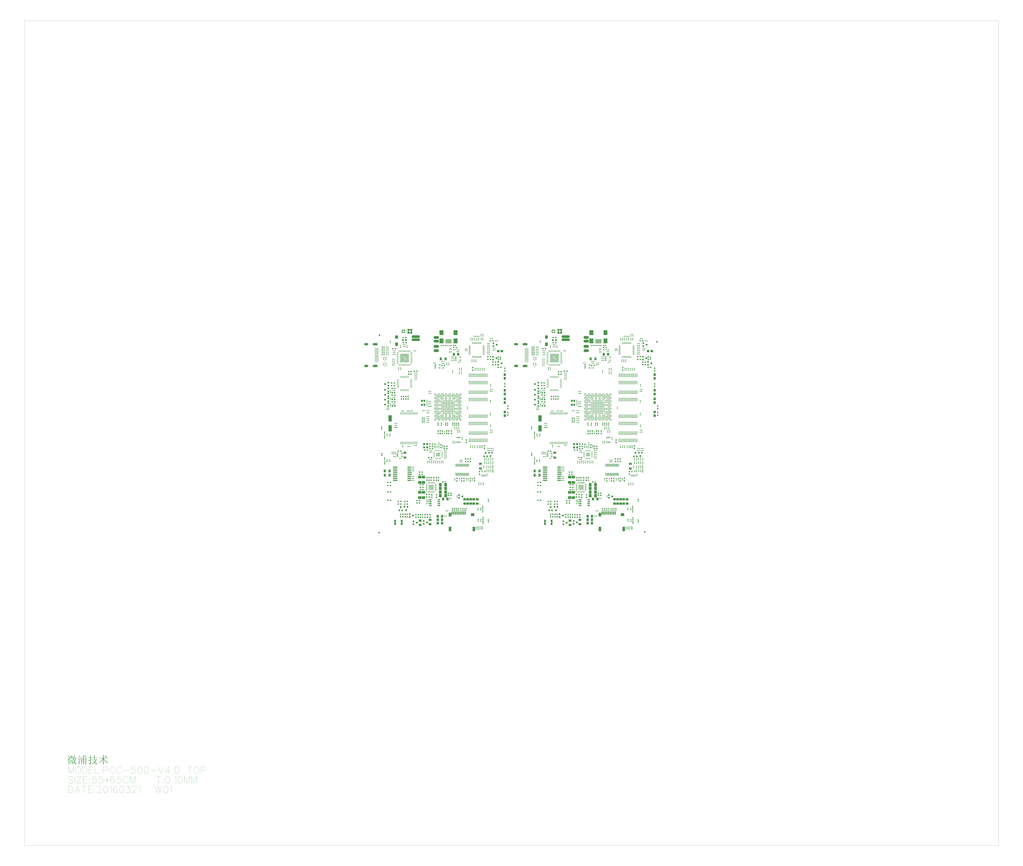
<source format=gbr>
G04 Generated by CircuitCAM Version 4.4*
%FSLAX33Y33*%
%MOMM*%
%ADD10C,1.050798*%
%ADD71C,1.050000*%
%ADD22R,0.635000X0.508000*%
%ADD72R,0.508000X0.635000*%
%AMROUNDED79*21,1,0.480000,0.380000,0,0,0.0*
21,1,0.380000,0.480000,0,0,0.0*
1,1,0.100000,0.190000,0.190000*
1,1,0.100000,0.190000,-0.190000*
1,1,0.100000,-0.190000,-0.190000*
1,1,0.100000,-0.190000,0.190000*%
%ADD79ROUNDED79*%
%ADD17R,1.041400X1.041400*%
%ADD25R,1.041400X1.250696*%
%ADD80R,1.250696X1.041400*%
%ADD51R,1.200912X1.450797*%
%ADD19R,0.850900X0.550901*%
%ADD81R,0.550901X0.850900*%
%ADD43R,1.150899X1.450797*%
%ADD55R,1.251000X0.550000*%
%ADD82R,0.550000X1.251000*%
%ADD95R,0.500000X1.050000*%
%ADD97R,1.776000X0.635000*%
%ADD98R,2.250796X4.150792*%
%ADD103R,0.650000X2.250000*%
%ADD107R,2.850000X0.650000*%
%ADD110R,2.450000X0.650000*%
%ADD113O,0.320000X2.034000*%
%ADD115O,0.240000X1.802000*%
%ADD120O,1.474000X0.235000*%
%ADD121O,0.235000X1.474000*%
%ADD122O,1.474000X0.250000*%
%ADD123O,0.250000X1.474000*%
%ADD124O,1.250000X0.190000*%
%ADD125O,0.190000X1.250000*%
%ADD126O,0.440000X3.050000*%
%ADD129O,3.550000X1.850000*%
%ADD135O,2.700000X0.240000*%
%ADD140O,1.250000X0.235000*%
%ADD141O,0.235000X1.250000*%
%ADD146O,1.114000X0.235000*%
%ADD147O,0.235000X1.114000*%
%ADD149O,1.150000X0.190000*%
%ADD150O,0.190000X1.150000*%
%ADD151C,0.000000*%
%ADD152C,0.100000*%
%LNCuttingOutside*%
%LPD*%
G36*
G01X-291819Y-215005D02*
X-291828Y-215131D01*
X-291846Y-215280D01*
X-291873Y-215452D01*
X-291909Y-215647D01*
X-291953Y-215865D01*
X-292007Y-216107D01*
X-292069Y-216372D01*
X-292139Y-216651D01*
X-292216Y-216929D01*
X-292300Y-217205D01*
X-292390Y-217479D01*
X-292487Y-217751D01*
X-292592Y-218021D01*
X-292702Y-218288D01*
X-292586Y-218322D01*
X-292501Y-218164D01*
X-292417Y-218005D01*
X-292335Y-217844D01*
X-292254Y-217682D01*
X-292174Y-217519D01*
X-292096Y-217354D01*
X-292019Y-217188D01*
X-292000Y-217629D01*
X-291973Y-218029D01*
X-291936Y-218387D01*
X-291891Y-218704D01*
X-291837Y-218979D01*
X-291774Y-219213D01*
X-291702Y-219405D01*
X-291879Y-219635D01*
X-292096Y-219859D01*
X-292351Y-220077D01*
X-292647Y-220289D01*
X-292981Y-220495D01*
X-293355Y-220695D01*
X-293769Y-220888D01*
X-293736Y-220972D01*
X-293336Y-220853D01*
X-292966Y-220716D01*
X-292625Y-220560D01*
X-292313Y-220387D01*
X-292030Y-220194D01*
X-291777Y-219984D01*
X-291552Y-219755D01*
X-291453Y-219926D01*
X-291346Y-220087D01*
X-291230Y-220238D01*
X-291106Y-220378D01*
X-290974Y-220508D01*
X-290834Y-220628D01*
X-290686Y-220738D01*
X-290630Y-220667D01*
X-290569Y-220606D01*
X-290501Y-220556D01*
X-290427Y-220515D01*
X-290347Y-220485D01*
X-290261Y-220465D01*
X-290169Y-220455D01*
X-290169Y-220372D01*
X-290348Y-220315D01*
X-290521Y-220231D01*
X-290690Y-220121D01*
X-290855Y-219982D01*
X-291014Y-219817D01*
X-291169Y-219625D01*
X-291319Y-219405D01*
X-291193Y-219098D01*
X-291081Y-218768D01*
X-290983Y-218415D01*
X-290900Y-218039D01*
X-290831Y-217640D01*
X-290776Y-217217D01*
X-290736Y-216772D01*
X-290202Y-216772D01*
X-290586Y-216338D01*
X-290902Y-216655D01*
X-291819Y-216655D01*
X-291768Y-216476D01*
X-291720Y-216312D01*
X-291674Y-216162D01*
X-291631Y-216026D01*
X-291591Y-215905D01*
X-291554Y-215798D01*
X-291519Y-215705D01*
X-291484Y-215628D01*
X-291447Y-215558D01*
X-291407Y-215496D01*
X-291364Y-215441D01*
X-291318Y-215394D01*
X-291270Y-215354D01*
X-291219Y-215322D01*
X-291819Y-215005D01*
G37*
%LPC*%
G36*
G01X-291086Y-216772D02*
X-291869Y-216772D01*
X-291862Y-217158D01*
X-291839Y-217527D01*
X-291802Y-217878D01*
X-291749Y-218211D01*
X-291682Y-218527D01*
X-291600Y-218825D01*
X-291502Y-219105D01*
X-291416Y-218792D01*
X-291339Y-218472D01*
X-291271Y-218146D01*
X-291211Y-217812D01*
X-291161Y-217472D01*
X-291119Y-217125D01*
X-291086Y-216772D01*
G37*
%LPD*%
G36*
G01X-284369Y-221022D02*
X-284218Y-220983D01*
X-284089Y-220924D01*
X-283981Y-220844D01*
X-283896Y-220744D01*
X-283832Y-220624D01*
X-283789Y-220483D01*
X-283769Y-220322D01*
X-283769Y-217272D01*
X-283502Y-217138D01*
X-283919Y-216755D01*
X-284186Y-217038D01*
X-285336Y-217038D01*
X-285336Y-216288D01*
X-283202Y-216288D01*
X-283619Y-215822D01*
X-283952Y-216155D01*
X-285336Y-216155D01*
X-285336Y-215405D01*
X-285102Y-215222D01*
X-285702Y-214955D01*
X-285694Y-215049D01*
X-285686Y-215168D01*
X-285680Y-215314D01*
X-285675Y-215485D01*
X-285672Y-215683D01*
X-285670Y-215906D01*
X-285669Y-216155D01*
X-287419Y-216155D01*
X-287202Y-216355D01*
X-286969Y-216288D01*
X-285669Y-216288D01*
X-285669Y-217038D01*
X-286686Y-217038D01*
X-287102Y-216772D01*
X-287094Y-216949D01*
X-287086Y-217169D01*
X-287080Y-217430D01*
X-287075Y-217732D01*
X-287072Y-218076D01*
X-287070Y-218461D01*
X-287069Y-218888D01*
X-287070Y-219316D01*
X-287072Y-219705D01*
X-287075Y-220054D01*
X-287080Y-220363D01*
X-287086Y-220633D01*
X-287094Y-220864D01*
X-287102Y-221055D01*
X-286736Y-220872D01*
X-286736Y-219205D01*
X-285669Y-219205D01*
X-285669Y-220888D01*
X-285336Y-220738D01*
X-285336Y-219205D01*
X-284102Y-219205D01*
X-284102Y-220238D01*
X-284107Y-220309D01*
X-284121Y-220367D01*
X-284145Y-220415D01*
X-284179Y-220450D01*
X-284221Y-220475D01*
X-284274Y-220487D01*
X-284336Y-220488D01*
X-284408Y-220482D01*
X-284491Y-220475D01*
X-284585Y-220465D01*
X-284689Y-220453D01*
X-284805Y-220439D01*
X-284932Y-220423D01*
X-285069Y-220405D01*
X-285069Y-220505D01*
X-284896Y-220564D01*
X-284747Y-220629D01*
X-284622Y-220698D01*
X-284522Y-220772D01*
X-284447Y-220850D01*
X-284396Y-220933D01*
X-284369Y-221022D01*
G37*
%LPC*%
G36*
G01X-285669Y-217172D02*
X-286736Y-217172D01*
X-286736Y-217972D01*
X-285669Y-217972D01*
X-285669Y-217172D01*
G37*
G36*
G01X-284102Y-217172D02*
X-285336Y-217172D01*
X-285336Y-217972D01*
X-284102Y-217972D01*
X-284102Y-217172D01*
G37*
G36*
G01X-285669Y-218105D02*
X-286736Y-218105D01*
X-286736Y-219072D01*
X-285669Y-219072D01*
X-285669Y-218105D01*
G37*
G36*
G01X-284102Y-218105D02*
X-285336Y-218105D01*
X-285336Y-219072D01*
X-284102Y-219072D01*
X-284102Y-218105D01*
G37*
%LPD*%
G36*
G01X-276686Y-217788D02*
X-277086Y-217405D01*
X-277336Y-217672D01*
X-278019Y-217672D01*
X-278019Y-216538D01*
X-276302Y-216538D01*
X-276736Y-216105D01*
X-277052Y-216422D01*
X-278019Y-216422D01*
X-278019Y-215422D01*
X-277752Y-215222D01*
X-278402Y-214938D01*
X-278398Y-215099D01*
X-278394Y-215277D01*
X-278391Y-215472D01*
X-278389Y-215684D01*
X-278387Y-215913D01*
X-278386Y-216159D01*
X-278386Y-216422D01*
X-279652Y-216422D01*
X-279452Y-216622D01*
X-279169Y-216538D01*
X-278386Y-216538D01*
X-278386Y-217672D01*
X-279686Y-217672D01*
X-279486Y-217872D01*
X-279236Y-217788D01*
X-279150Y-218117D01*
X-279055Y-218426D01*
X-278950Y-218717D01*
X-278836Y-218988D01*
X-278712Y-219241D01*
X-278579Y-219474D01*
X-278436Y-219688D01*
X-278683Y-219913D01*
X-278949Y-220120D01*
X-279233Y-220309D01*
X-279535Y-220480D01*
X-279856Y-220634D01*
X-280195Y-220770D01*
X-280552Y-220888D01*
X-280519Y-221005D01*
X-280142Y-220918D01*
X-279782Y-220810D01*
X-279438Y-220681D01*
X-279112Y-220531D01*
X-278803Y-220360D01*
X-278511Y-220168D01*
X-278236Y-219955D01*
X-278036Y-220142D01*
X-277829Y-220314D01*
X-277613Y-220470D01*
X-277389Y-220611D01*
X-277157Y-220736D01*
X-276917Y-220845D01*
X-276669Y-220938D01*
X-276635Y-220862D01*
X-276590Y-220795D01*
X-276534Y-220738D01*
X-276468Y-220691D01*
X-276390Y-220653D01*
X-276302Y-220624D01*
X-276202Y-220605D01*
X-276202Y-220505D01*
X-276349Y-220488D01*
X-276492Y-220464D01*
X-276633Y-220434D01*
X-276771Y-220399D01*
X-276906Y-220357D01*
X-277039Y-220309D01*
X-277169Y-220255D01*
X-277300Y-220196D01*
X-277426Y-220132D01*
X-277548Y-220065D01*
X-277664Y-219994D01*
X-277776Y-219918D01*
X-277883Y-219839D01*
X-277986Y-219755D01*
X-277822Y-219571D01*
X-277663Y-219363D01*
X-277510Y-219130D01*
X-277363Y-218873D01*
X-277220Y-218592D01*
X-277084Y-218286D01*
X-276952Y-217955D01*
X-276686Y-217788D01*
G37*
%LPC*%
G36*
G01X-277319Y-217788D02*
X-279086Y-217788D01*
X-278987Y-218084D01*
X-278880Y-218362D01*
X-278766Y-218623D01*
X-278645Y-218866D01*
X-278516Y-219091D01*
X-278380Y-219298D01*
X-278236Y-219488D01*
X-278062Y-219282D01*
X-277902Y-219064D01*
X-277757Y-218833D01*
X-277626Y-218590D01*
X-277510Y-218335D01*
X-277407Y-218068D01*
X-277319Y-217788D01*
G37*
%LPD*%
G54D10*
X88826Y-65938D03*
X96954Y60808D03*
G54D71*
X-88009Y65253D03*
X-88390Y-66446D03*
G54D22*
X35611Y39855D03*
X36627Y39855D03*
X16666Y55982D03*
X17682Y55982D03*
X16666Y54712D03*
X17682Y54712D03*
X16666Y53442D03*
X17682Y53442D03*
X16666Y52172D03*
X17682Y52172D03*
X16946Y16612D03*
X17962Y16612D03*
X16946Y15596D03*
X17962Y15596D03*
X16717Y57252D03*
X17733Y57252D03*
X21391Y-15773D03*
X22407Y-15773D03*
X21137Y19406D03*
X22153Y19406D03*
X21010Y23851D03*
X22026Y23851D03*
X21010Y28296D03*
X22026Y28296D03*
X20730Y45314D03*
X21746Y45314D03*
X20756Y49251D03*
X21772Y49251D03*
X20756Y47981D03*
X21772Y47981D03*
X20756Y46584D03*
X21772Y46584D03*
X21137Y54839D03*
X22153Y54839D03*
X21137Y53569D03*
X22153Y53569D03*
X21137Y52299D03*
X22153Y52299D03*
X22330Y6410D03*
X23346Y6410D03*
X22330Y5134D03*
X23346Y5134D03*
X25328Y-16789D03*
X26344Y-16789D03*
X26902Y14732D03*
X27918Y14732D03*
X30535Y14707D03*
X31551Y14707D03*
X30916Y-9017D03*
X31932Y-9017D03*
X32821Y14707D03*
X33837Y14707D03*
X33710Y-22758D03*
X34726Y-22758D03*
X33710Y-24028D03*
X34726Y-24028D03*
X33710Y-25298D03*
X34726Y-25298D03*
X33710Y-29108D03*
X34726Y-29108D03*
X33710Y-30378D03*
X34726Y-30378D03*
X33710Y-31648D03*
X34726Y-31648D03*
X28020Y58852D03*
X29036Y58852D03*
X28020Y57607D03*
X29036Y57607D03*
X35005Y54788D03*
X36021Y54788D03*
X35488Y-8280D03*
X36504Y-8280D03*
X35612Y38585D03*
X36628Y38585D03*
X35612Y37315D03*
X36628Y37315D03*
X35612Y36045D03*
X36628Y36045D03*
X40720Y14834D03*
X41736Y14834D03*
X43362Y-44856D03*
X44378Y-44856D03*
X43362Y-45872D03*
X44378Y-45872D03*
X43362Y-47142D03*
X44378Y-47142D03*
X43743Y14834D03*
X44759Y14834D03*
X43743Y13437D03*
X44759Y13437D03*
X43743Y10795D03*
X44759Y10795D03*
X43743Y9500D03*
X44759Y9500D03*
X43743Y8230D03*
X44759Y8230D03*
X43743Y6960D03*
X44759Y6960D03*
X45648Y-17678D03*
X46664Y-17678D03*
X44886Y20803D03*
X45902Y20803D03*
X44886Y19533D03*
X45902Y19533D03*
X45775Y-11582D03*
X46791Y-11582D03*
X45775Y-12725D03*
X46791Y-12725D03*
X44987Y27712D03*
X46003Y27712D03*
X44987Y26467D03*
X46003Y26467D03*
X48164Y46653D03*
X49180Y46653D03*
X53725Y43409D03*
X54741Y43409D03*
X53748Y47704D03*
X54764Y47704D03*
X53748Y46535D03*
X54764Y46535D03*
X55300Y-11582D03*
X56316Y-11582D03*
X55300Y-12852D03*
X56316Y-12852D03*
X55300Y-14122D03*
X56316Y-14122D03*
X55300Y-15392D03*
X56316Y-15392D03*
X55300Y-16662D03*
X56316Y-16662D03*
X55452Y-55321D03*
X56468Y-55321D03*
X56415Y-51915D03*
X57431Y-51915D03*
X58803Y-43584D03*
X59819Y-43584D03*
X60329Y50851D03*
X61345Y50851D03*
X60329Y49581D03*
X61345Y49581D03*
X60329Y48311D03*
X61345Y48311D03*
X61396Y55525D03*
X62412Y55525D03*
X63758Y55525D03*
X64774Y55525D03*
X63758Y54280D03*
X64774Y54280D03*
X64647Y47295D03*
X65663Y47295D03*
X69270Y55982D03*
X70286Y55982D03*
X69270Y54966D03*
X70286Y54966D03*
X75112Y64491D03*
X76128Y64491D03*
X77144Y64491D03*
X78160Y64491D03*
X84284Y-11683D03*
X85300Y-11683D03*
X84307Y-10315D03*
X85323Y-10315D03*
X84230Y59665D03*
X85246Y59665D03*
X84230Y58496D03*
X85246Y58496D03*
X84230Y57328D03*
X85246Y57328D03*
X84230Y56160D03*
X85246Y56160D03*
X84230Y54991D03*
X85246Y54991D03*
X84230Y53823D03*
X85246Y53823D03*
X84230Y52629D03*
X85246Y52629D03*
X85907Y29058D03*
X86923Y29058D03*
X85907Y27788D03*
X86923Y27788D03*
X85932Y1854D03*
X86948Y1854D03*
X85932Y584D03*
X86948Y584D03*
X86655Y-10293D03*
X87671Y-10293D03*
X86677Y-11660D03*
X87693Y-11660D03*
X86034Y62967D03*
X87050Y62967D03*
X87812Y56490D03*
X88828Y56490D03*
X87812Y55220D03*
X88828Y55220D03*
X89336Y61443D03*
X90352Y61443D03*
G54D72*
X19179Y61340D03*
X19179Y60324D03*
X19230Y27913D03*
X19230Y26897D03*
X19230Y23341D03*
X19230Y22325D03*
X19357Y19150D03*
X19357Y18134D03*
X20373Y-12854D03*
X20373Y-13870D03*
X21389Y-12854D03*
X21389Y-13870D03*
X22405Y-12854D03*
X22405Y-13870D03*
X24564Y43407D03*
X24564Y42391D03*
X25834Y43407D03*
X25834Y42391D03*
X27358Y-8282D03*
X27358Y-9298D03*
X25961Y58139D03*
X25961Y57123D03*
X30279Y58165D03*
X30279Y57149D03*
X44122Y-18823D03*
X44122Y-19839D03*
X43614Y21817D03*
X43614Y20801D03*
X43614Y19658D03*
X43614Y18642D03*
X45468Y-18823D03*
X45468Y-19839D03*
X46662Y-18823D03*
X46662Y-19839D03*
X47932Y-18823D03*
X47932Y-19839D03*
X49202Y-18823D03*
X49202Y-19839D03*
X50472Y-18823D03*
X50472Y-19839D03*
X51742Y-18823D03*
X51742Y-19839D03*
X53012Y-18823D03*
X53012Y-19839D03*
X50345Y-8663D03*
X50345Y-9679D03*
X51615Y-6631D03*
X51615Y-7647D03*
X51615Y-8790D03*
X51615Y-9806D03*
X54155Y-8282D03*
X54155Y-9298D03*
X54282Y-18823D03*
X54282Y-19839D03*
X55425Y735D03*
X55425Y-281D03*
X56898Y46531D03*
X56898Y45515D03*
X58117Y46531D03*
X58117Y45515D03*
X60726Y41519D03*
X60726Y40503D03*
X61011Y-5587D03*
X61011Y-6603D03*
X62156Y-30253D03*
X62156Y-31269D03*
X62181Y3758D03*
X62181Y2742D03*
X62205Y-5613D03*
X62205Y-6629D03*
X63426Y3809D03*
X63426Y2793D03*
X63754Y-41833D03*
X63754Y-42849D03*
X64262Y1677D03*
X64262Y661D03*
X64696Y3809D03*
X64696Y2793D03*
X65138Y40600D03*
X65138Y39584D03*
X65331Y-30253D03*
X65331Y-31269D03*
X65456Y1677D03*
X65456Y661D03*
X65839Y-50446D03*
X65839Y-51462D03*
X65839Y-18188D03*
X65839Y-19204D03*
X65173Y43028D03*
X65173Y42012D03*
X66855Y-18188D03*
X66855Y-19204D03*
X66529Y43017D03*
X66529Y42001D03*
X66529Y40600D03*
X66529Y39584D03*
X67084Y-3075D03*
X67084Y-4091D03*
X69903Y-30380D03*
X69903Y-31396D03*
X70640Y17245D03*
X70640Y16229D03*
X71122Y-30380D03*
X71122Y-31396D03*
X72697Y-8663D03*
X72697Y-9679D03*
X72976Y63092D03*
X72976Y62076D03*
X73586Y48614D03*
X73586Y47598D03*
X73865Y-30354D03*
X73865Y-31370D03*
X74094Y-8663D03*
X74094Y-9679D03*
X74170Y63092D03*
X74170Y62076D03*
X74856Y48614D03*
X74856Y47598D03*
X75491Y-8663D03*
X75491Y-9679D03*
X75491Y63092D03*
X75491Y62076D03*
X75745Y43026D03*
X75745Y42010D03*
X76126Y48614D03*
X76126Y47598D03*
X76507Y-62892D03*
X76507Y-63908D03*
X76888Y63092D03*
X76888Y62076D03*
X77015Y43026D03*
X77015Y42010D03*
X77142Y-8663D03*
X77142Y-9679D03*
X78082Y63118D03*
X78082Y62102D03*
X78254Y-33368D03*
X78254Y-34384D03*
X78539Y-8663D03*
X78539Y-9679D03*
X79047Y-62892D03*
X79047Y-63908D03*
X79668Y-33414D03*
X79668Y-34430D03*
X78285Y43026D03*
X78285Y42010D03*
X79555Y43026D03*
X79555Y42010D03*
X79555Y-8663D03*
X79555Y-9679D03*
X79682Y65734D03*
X79682Y64718D03*
X79682Y63118D03*
X79682Y62102D03*
X80571Y-8663D03*
X80571Y-9679D03*
X81052Y-33425D03*
X81052Y-34441D03*
X80825Y43026D03*
X80825Y42010D03*
X81511Y-22049D03*
X81511Y-23065D03*
X82169Y-16978D03*
X82169Y-17994D03*
X82203Y-19371D03*
X82203Y-20387D03*
X83514Y-19371D03*
X83514Y-20387D03*
X83548Y-22141D03*
X83548Y-23157D03*
X83574Y-24655D03*
X83574Y-25671D03*
X83619Y-27459D03*
X83619Y-28475D03*
X83526Y-16909D03*
X83526Y-17925D03*
X82095Y43026D03*
X82095Y42010D03*
X80901Y65734D03*
X80901Y64718D03*
X80901Y63118D03*
X80901Y62102D03*
X84813Y-16909D03*
X84813Y-17925D03*
X84836Y-19371D03*
X84836Y-20387D03*
X84847Y-22152D03*
X84847Y-23168D03*
X84876Y-24677D03*
X84876Y-25693D03*
X86135Y-22152D03*
X86135Y-23168D03*
X86158Y-24688D03*
X86158Y-25704D03*
X86147Y-19371D03*
X86147Y-20387D03*
X86169Y-16909D03*
X86169Y-17925D03*
X85880Y21690D03*
X85880Y20674D03*
X85905Y13080D03*
X85905Y12064D03*
X85981Y5307D03*
X85981Y4291D03*
X86032Y32358D03*
X86032Y31342D03*
X87548Y-19383D03*
X87548Y-20399D03*
X87560Y-16864D03*
X87560Y-17880D03*
G54D22*
X-64389Y39855D03*
X-63373Y39855D03*
X-83334Y55982D03*
X-82318Y55982D03*
X-83334Y54712D03*
X-82318Y54712D03*
X-83334Y53442D03*
X-82318Y53442D03*
X-83334Y52172D03*
X-82318Y52172D03*
X-83054Y16612D03*
X-82038Y16612D03*
X-83054Y15596D03*
X-82038Y15596D03*
X-83283Y57252D03*
X-82267Y57252D03*
X-78609Y-15773D03*
X-77593Y-15773D03*
X-78863Y19406D03*
X-77847Y19406D03*
X-78990Y23851D03*
X-77974Y23851D03*
X-78990Y28296D03*
X-77974Y28296D03*
X-79270Y45314D03*
X-78254Y45314D03*
X-79244Y49251D03*
X-78228Y49251D03*
X-79244Y47981D03*
X-78228Y47981D03*
X-79244Y46584D03*
X-78228Y46584D03*
X-78863Y54839D03*
X-77847Y54839D03*
X-78863Y53569D03*
X-77847Y53569D03*
X-78863Y52299D03*
X-77847Y52299D03*
X-77670Y6410D03*
X-76654Y6410D03*
X-77670Y5134D03*
X-76654Y5134D03*
X-74672Y-16789D03*
X-73656Y-16789D03*
X-73098Y14732D03*
X-72082Y14732D03*
X-69465Y14707D03*
X-68449Y14707D03*
X-69084Y-9017D03*
X-68068Y-9017D03*
X-67179Y14707D03*
X-66163Y14707D03*
X-66290Y-22758D03*
X-65274Y-22758D03*
X-66290Y-24028D03*
X-65274Y-24028D03*
X-66290Y-25298D03*
X-65274Y-25298D03*
X-66290Y-29108D03*
X-65274Y-29108D03*
X-66290Y-30378D03*
X-65274Y-30378D03*
X-66290Y-31648D03*
X-65274Y-31648D03*
X-71980Y58852D03*
X-70964Y58852D03*
X-71980Y57607D03*
X-70964Y57607D03*
X-64995Y54788D03*
X-63979Y54788D03*
X-64512Y-8280D03*
X-63496Y-8280D03*
X-64388Y38585D03*
X-63372Y38585D03*
X-64388Y37315D03*
X-63372Y37315D03*
X-64388Y36045D03*
X-63372Y36045D03*
X-59280Y14834D03*
X-58264Y14834D03*
X-56638Y-44856D03*
X-55622Y-44856D03*
X-56638Y-45872D03*
X-55622Y-45872D03*
X-56638Y-47142D03*
X-55622Y-47142D03*
X-56257Y14834D03*
X-55241Y14834D03*
X-56257Y13437D03*
X-55241Y13437D03*
X-56257Y10795D03*
X-55241Y10795D03*
X-56257Y9500D03*
X-55241Y9500D03*
X-56257Y8230D03*
X-55241Y8230D03*
X-56257Y6960D03*
X-55241Y6960D03*
X-54352Y-17678D03*
X-53336Y-17678D03*
X-55114Y20803D03*
X-54098Y20803D03*
X-55114Y19533D03*
X-54098Y19533D03*
X-54225Y-11582D03*
X-53209Y-11582D03*
X-54225Y-12725D03*
X-53209Y-12725D03*
X-55013Y27712D03*
X-53997Y27712D03*
X-55013Y26467D03*
X-53997Y26467D03*
X-51836Y46653D03*
X-50820Y46653D03*
X-46275Y43409D03*
X-45259Y43409D03*
X-46252Y47704D03*
X-45236Y47704D03*
X-46252Y46535D03*
X-45236Y46535D03*
X-44700Y-11582D03*
X-43684Y-11582D03*
X-44700Y-12852D03*
X-43684Y-12852D03*
X-44700Y-14122D03*
X-43684Y-14122D03*
X-44700Y-15392D03*
X-43684Y-15392D03*
X-44700Y-16662D03*
X-43684Y-16662D03*
X-44548Y-55321D03*
X-43532Y-55321D03*
X-43585Y-51915D03*
X-42569Y-51915D03*
X-41197Y-43584D03*
X-40181Y-43584D03*
X-39671Y50851D03*
X-38655Y50851D03*
X-39671Y49581D03*
X-38655Y49581D03*
X-39671Y48311D03*
X-38655Y48311D03*
X-38604Y55525D03*
X-37588Y55525D03*
X-36242Y55525D03*
X-35226Y55525D03*
X-36242Y54280D03*
X-35226Y54280D03*
X-35353Y47295D03*
X-34337Y47295D03*
X-30730Y55982D03*
X-29714Y55982D03*
X-30730Y54966D03*
X-29714Y54966D03*
X-24888Y64491D03*
X-23872Y64491D03*
X-22856Y64491D03*
X-21840Y64491D03*
X-15716Y-11683D03*
X-14700Y-11683D03*
X-15693Y-10315D03*
X-14677Y-10315D03*
X-15770Y59665D03*
X-14754Y59665D03*
X-15770Y58496D03*
X-14754Y58496D03*
X-15770Y57328D03*
X-14754Y57328D03*
X-15770Y56160D03*
X-14754Y56160D03*
X-15770Y54991D03*
X-14754Y54991D03*
X-15770Y53823D03*
X-14754Y53823D03*
X-15770Y52629D03*
X-14754Y52629D03*
X-14093Y29058D03*
X-13077Y29058D03*
X-14093Y27788D03*
X-13077Y27788D03*
X-14068Y1854D03*
X-13052Y1854D03*
X-14068Y584D03*
X-13052Y584D03*
X-13345Y-10293D03*
X-12329Y-10293D03*
X-13323Y-11660D03*
X-12307Y-11660D03*
X-13966Y62967D03*
X-12950Y62967D03*
X-12188Y56490D03*
X-11172Y56490D03*
X-12188Y55220D03*
X-11172Y55220D03*
X-10664Y61443D03*
X-9648Y61443D03*
G54D72*
X-80821Y61340D03*
X-80821Y60324D03*
X-80770Y27913D03*
X-80770Y26897D03*
X-80770Y23341D03*
X-80770Y22325D03*
X-80643Y19150D03*
X-80643Y18134D03*
X-79627Y-12854D03*
X-79627Y-13870D03*
X-78611Y-12854D03*
X-78611Y-13870D03*
X-77595Y-12854D03*
X-77595Y-13870D03*
X-75436Y43407D03*
X-75436Y42391D03*
X-74166Y43407D03*
X-74166Y42391D03*
X-72642Y-8282D03*
X-72642Y-9298D03*
X-74039Y58139D03*
X-74039Y57123D03*
X-69721Y58165D03*
X-69721Y57149D03*
X-55878Y-18823D03*
X-55878Y-19839D03*
X-56386Y21817D03*
X-56386Y20801D03*
X-56386Y19658D03*
X-56386Y18642D03*
X-54532Y-18823D03*
X-54532Y-19839D03*
X-53338Y-18823D03*
X-53338Y-19839D03*
X-52068Y-18823D03*
X-52068Y-19839D03*
X-50798Y-18823D03*
X-50798Y-19839D03*
X-49528Y-18823D03*
X-49528Y-19839D03*
X-48258Y-18823D03*
X-48258Y-19839D03*
X-46988Y-18823D03*
X-46988Y-19839D03*
X-49655Y-8663D03*
X-49655Y-9679D03*
X-48385Y-6631D03*
X-48385Y-7647D03*
X-48385Y-8790D03*
X-48385Y-9806D03*
X-45845Y-8282D03*
X-45845Y-9298D03*
X-45718Y-18823D03*
X-45718Y-19839D03*
X-44575Y735D03*
X-44575Y-281D03*
X-43102Y46531D03*
X-43102Y45515D03*
X-41883Y46531D03*
X-41883Y45515D03*
X-39274Y41519D03*
X-39274Y40503D03*
X-38989Y-5587D03*
X-38989Y-6603D03*
X-37844Y-30253D03*
X-37844Y-31269D03*
X-37819Y3758D03*
X-37819Y2742D03*
X-37795Y-5613D03*
X-37795Y-6629D03*
X-36574Y3809D03*
X-36574Y2793D03*
X-36246Y-41833D03*
X-36246Y-42849D03*
X-35738Y1677D03*
X-35738Y661D03*
X-35304Y3809D03*
X-35304Y2793D03*
X-34862Y40600D03*
X-34862Y39584D03*
X-34669Y-30253D03*
X-34669Y-31269D03*
X-34544Y1677D03*
X-34544Y661D03*
X-34161Y-50446D03*
X-34161Y-51462D03*
X-34161Y-18188D03*
X-34161Y-19204D03*
X-34827Y43028D03*
X-34827Y42012D03*
X-33145Y-18188D03*
X-33145Y-19204D03*
X-33471Y43017D03*
X-33471Y42001D03*
X-33471Y40600D03*
X-33471Y39584D03*
X-32916Y-3075D03*
X-32916Y-4091D03*
X-30097Y-30380D03*
X-30097Y-31396D03*
X-29360Y17245D03*
X-29360Y16229D03*
X-28878Y-30380D03*
X-28878Y-31396D03*
X-27303Y-8663D03*
X-27303Y-9679D03*
X-27024Y63092D03*
X-27024Y62076D03*
X-26414Y48614D03*
X-26414Y47598D03*
X-26135Y-30354D03*
X-26135Y-31370D03*
X-25906Y-8663D03*
X-25906Y-9679D03*
X-25830Y63092D03*
X-25830Y62076D03*
X-25144Y48614D03*
X-25144Y47598D03*
X-24509Y-8663D03*
X-24509Y-9679D03*
X-24509Y63092D03*
X-24509Y62076D03*
X-24255Y43026D03*
X-24255Y42010D03*
X-23874Y48614D03*
X-23874Y47598D03*
X-23493Y-62892D03*
X-23493Y-63908D03*
X-23112Y63092D03*
X-23112Y62076D03*
X-22985Y43026D03*
X-22985Y42010D03*
X-22858Y-8663D03*
X-22858Y-9679D03*
X-21918Y63118D03*
X-21918Y62102D03*
X-21746Y-33368D03*
X-21746Y-34384D03*
X-21461Y-8663D03*
X-21461Y-9679D03*
X-20953Y-62892D03*
X-20953Y-63908D03*
X-20332Y-33414D03*
X-20332Y-34430D03*
X-21715Y43026D03*
X-21715Y42010D03*
X-20445Y43026D03*
X-20445Y42010D03*
X-20445Y-8663D03*
X-20445Y-9679D03*
X-20318Y65734D03*
X-20318Y64718D03*
X-20318Y63118D03*
X-20318Y62102D03*
X-19429Y-8663D03*
X-19429Y-9679D03*
X-18948Y-33425D03*
X-18948Y-34441D03*
X-19175Y43026D03*
X-19175Y42010D03*
X-18489Y-22049D03*
X-18489Y-23065D03*
X-17831Y-16978D03*
X-17831Y-17994D03*
X-17797Y-19371D03*
X-17797Y-20387D03*
X-16486Y-19371D03*
X-16486Y-20387D03*
X-16452Y-22141D03*
X-16452Y-23157D03*
X-16426Y-24655D03*
X-16426Y-25671D03*
X-16381Y-27459D03*
X-16381Y-28475D03*
X-16474Y-16909D03*
X-16474Y-17925D03*
X-17905Y43026D03*
X-17905Y42010D03*
X-19099Y65734D03*
X-19099Y64718D03*
X-19099Y63118D03*
X-19099Y62102D03*
X-15187Y-16909D03*
X-15187Y-17925D03*
X-15164Y-19371D03*
X-15164Y-20387D03*
X-15153Y-22152D03*
X-15153Y-23168D03*
X-15124Y-24677D03*
X-15124Y-25693D03*
X-13865Y-22152D03*
X-13865Y-23168D03*
X-13842Y-24688D03*
X-13842Y-25704D03*
X-13853Y-19371D03*
X-13853Y-20387D03*
X-13831Y-16909D03*
X-13831Y-17925D03*
X-14120Y21690D03*
X-14120Y20674D03*
X-14095Y13080D03*
X-14095Y12064D03*
X-14019Y5307D03*
X-14019Y4291D03*
X-13968Y32358D03*
X-13968Y31342D03*
X-12452Y-19383D03*
X-12452Y-20399D03*
X-12440Y-16864D03*
X-12440Y-17880D03*
G36*
G01X17152Y-33299D02*
X18168Y-33299D01*
X18168Y-33045D01*
X17956Y-33045D01*
G75*
G02X17829Y-32918I0J127D01*
G74*
G01*
G75*
G02X17956Y-32791I127J0D01*
G74*
G01*
X18168Y-32791D01*
X18168Y-32537D01*
X17152Y-32537D01*
X17152Y-33299D01*
G37*
G36*
G01X18768Y-33299D02*
X19784Y-33299D01*
X19784Y-32537D01*
X18768Y-32537D01*
X18768Y-32791D01*
X18980Y-32791D01*
G75*
G02X19107Y-32918I0J-127D01*
G74*
G01*
G75*
G02X18980Y-33045I-127J0D01*
G74*
G01*
X18768Y-33045D01*
X18768Y-33299D01*
G37*
G36*
G01X17152Y-35331D02*
X18168Y-35331D01*
X18168Y-35077D01*
X17956Y-35077D01*
G75*
G02X17829Y-34950I0J127D01*
G74*
G01*
G75*
G02X17956Y-34823I127J0D01*
G74*
G01*
X18168Y-34823D01*
X18168Y-34569D01*
X17152Y-34569D01*
X17152Y-35331D01*
G37*
G36*
G01X18768Y-35331D02*
X19784Y-35331D01*
X19784Y-34569D01*
X18768Y-34569D01*
X18768Y-34823D01*
X18980Y-34823D01*
G75*
G02X19107Y-34950I0J-127D01*
G74*
G01*
G75*
G02X18980Y-35077I-127J0D01*
G74*
G01*
X18768Y-35077D01*
X18768Y-35331D01*
G37*
G36*
G01X17152Y-39623D02*
X18168Y-39623D01*
X18168Y-39369D01*
X17956Y-39369D01*
G75*
G02X17829Y-39242I0J127D01*
G74*
G01*
G75*
G02X17956Y-39115I127J0D01*
G74*
G01*
X18168Y-39115D01*
X18168Y-38861D01*
X17152Y-38861D01*
X17152Y-39623D01*
G37*
G36*
G01X18768Y-39623D02*
X19784Y-39623D01*
X19784Y-38861D01*
X18768Y-38861D01*
X18768Y-39115D01*
X18980Y-39115D01*
G75*
G02X19107Y-39242I0J-127D01*
G74*
G01*
G75*
G02X18980Y-39369I-127J0D01*
G74*
G01*
X18768Y-39369D01*
X18768Y-39623D01*
G37*
G36*
G01X17152Y-45237D02*
X18168Y-45237D01*
X18168Y-44983D01*
X17956Y-44983D01*
G75*
G02X17829Y-44856I0J127D01*
G74*
G01*
G75*
G02X17956Y-44729I127J0D01*
G74*
G01*
X18168Y-44729D01*
X18168Y-44475D01*
X17152Y-44475D01*
X17152Y-45237D01*
G37*
G36*
G01X18768Y-45237D02*
X19784Y-45237D01*
X19784Y-44475D01*
X18768Y-44475D01*
X18768Y-44729D01*
X18980Y-44729D01*
G75*
G02X19107Y-44856I0J-127D01*
G74*
G01*
G75*
G02X18980Y-44983I-127J0D01*
G74*
G01*
X18768Y-44983D01*
X18768Y-45237D01*
G37*
G36*
G01X19565Y32995D02*
X20581Y32995D01*
X20581Y33249D01*
X20369Y33249D01*
G75*
G02X20242Y33376I0J127D01*
G74*
G01*
G75*
G02X20369Y33503I127J0D01*
G74*
G01*
X20581Y33503D01*
X20581Y33757D01*
X19565Y33757D01*
X19565Y32995D01*
G37*
G36*
G01X21181Y32995D02*
X22197Y32995D01*
X22197Y33757D01*
X21181Y33757D01*
X21181Y33503D01*
X21393Y33503D01*
G75*
G02X21520Y33376I0J-127D01*
G74*
G01*
G75*
G02X21393Y33249I-127J0D01*
G74*
G01*
X21181Y33249D01*
X21181Y32995D01*
G37*
G36*
G01X19565Y31217D02*
X20581Y31217D01*
X20581Y31471D01*
X20369Y31471D01*
G75*
G02X20242Y31598I0J127D01*
G74*
G01*
G75*
G02X20369Y31725I127J0D01*
G74*
G01*
X20581Y31725D01*
X20581Y31979D01*
X19565Y31979D01*
X19565Y31217D01*
G37*
G36*
G01X21181Y31217D02*
X22197Y31217D01*
X22197Y31979D01*
X21181Y31979D01*
X21181Y31725D01*
X21393Y31725D01*
G75*
G02X21520Y31598I0J-127D01*
G74*
G01*
G75*
G02X21393Y31471I-127J0D01*
G74*
G01*
X21181Y31471D01*
X21181Y31217D01*
G37*
G36*
G01X19946Y29312D02*
X20962Y29312D01*
X20962Y29566D01*
X20750Y29566D01*
G75*
G02X20623Y29693I0J127D01*
G74*
G01*
G75*
G02X20750Y29820I127J0D01*
G74*
G01*
X20962Y29820D01*
X20962Y30074D01*
X19946Y30074D01*
X19946Y29312D01*
G37*
G36*
G01X21562Y29312D02*
X22578Y29312D01*
X22578Y30074D01*
X21562Y30074D01*
X21562Y29820D01*
X21774Y29820D01*
G75*
G02X21901Y29693I0J-127D01*
G74*
G01*
G75*
G02X21774Y29566I-127J0D01*
G74*
G01*
X21562Y29566D01*
X21562Y29312D01*
G37*
G36*
G01X19946Y20422D02*
X20962Y20422D01*
X20962Y20676D01*
X20750Y20676D01*
G75*
G02X20623Y20803I0J127D01*
G74*
G01*
G75*
G02X20750Y20930I127J0D01*
G74*
G01*
X20962Y20930D01*
X20962Y21184D01*
X19946Y21184D01*
X19946Y20422D01*
G37*
G36*
G01X21562Y20422D02*
X22578Y20422D01*
X22578Y21184D01*
X21562Y21184D01*
X21562Y20930D01*
X21774Y20930D01*
G75*
G02X21901Y20803I0J-127D01*
G74*
G01*
G75*
G02X21774Y20676I-127J0D01*
G74*
G01*
X21562Y20676D01*
X21562Y20422D01*
G37*
G36*
G01X19969Y24869D02*
X20985Y24869D01*
X20985Y25123D01*
X20773Y25123D01*
G75*
G02X20646Y25250I0J127D01*
G74*
G01*
G75*
G02X20773Y25377I127J0D01*
G74*
G01*
X20985Y25377D01*
X20985Y25631D01*
X19969Y25631D01*
X19969Y24869D01*
G37*
G36*
G01X21585Y24869D02*
X22601Y24869D01*
X22601Y25631D01*
X21585Y25631D01*
X21585Y25377D01*
X21797Y25377D01*
G75*
G02X21924Y25250I0J-127D01*
G74*
G01*
G75*
G02X21797Y25123I-127J0D01*
G74*
G01*
X21585Y25123D01*
X21585Y24869D01*
G37*
G36*
G01X20454Y55855D02*
X21470Y55855D01*
X21470Y56109D01*
X21258Y56109D01*
G75*
G02X21131Y56236I0J127D01*
G74*
G01*
G75*
G02X21258Y56363I127J0D01*
G74*
G01*
X21470Y56363D01*
X21470Y56617D01*
X20454Y56617D01*
X20454Y55855D01*
G37*
G36*
G01X22070Y55855D02*
X23086Y55855D01*
X23086Y56617D01*
X22070Y56617D01*
X22070Y56363D01*
X22282Y56363D01*
G75*
G02X22409Y56236I0J-127D01*
G74*
G01*
G75*
G02X22282Y56109I-127J0D01*
G74*
G01*
X22070Y56109D01*
X22070Y55855D01*
G37*
G36*
G01X24010Y-45999D02*
X25026Y-45999D01*
X25026Y-45745D01*
X24814Y-45745D01*
G75*
G02X24687Y-45618I0J127D01*
G74*
G01*
G75*
G02X24814Y-45491I127J0D01*
G74*
G01*
X25026Y-45491D01*
X25026Y-45237D01*
X24010Y-45237D01*
X24010Y-45999D01*
G37*
G36*
G01X25626Y-45999D02*
X26642Y-45999D01*
X26642Y-45237D01*
X25626Y-45237D01*
X25626Y-45491D01*
X25838Y-45491D01*
G75*
G02X25965Y-45618I0J-127D01*
G74*
G01*
G75*
G02X25838Y-45745I-127J0D01*
G74*
G01*
X25626Y-45745D01*
X25626Y-45999D01*
G37*
G36*
G01X24010Y-47777D02*
X25026Y-47777D01*
X25026Y-47523D01*
X24814Y-47523D01*
G75*
G02X24687Y-47396I0J127D01*
G74*
G01*
G75*
G02X24814Y-47269I127J0D01*
G74*
G01*
X25026Y-47269D01*
X25026Y-47015D01*
X24010Y-47015D01*
X24010Y-47777D01*
G37*
G36*
G01X25626Y-47777D02*
X26642Y-47777D01*
X26642Y-47015D01*
X25626Y-47015D01*
X25626Y-47269D01*
X25838Y-47269D01*
G75*
G02X25965Y-47396I0J-127D01*
G74*
G01*
G75*
G02X25838Y-47523I-127J0D01*
G74*
G01*
X25626Y-47523D01*
X25626Y-47777D01*
G37*
G36*
G01X24010Y-12471D02*
X25026Y-12471D01*
X25026Y-12217D01*
X24814Y-12217D01*
G75*
G02X24687Y-12090I0J127D01*
G74*
G01*
G75*
G02X24814Y-11963I127J0D01*
G74*
G01*
X25026Y-11963D01*
X25026Y-11709D01*
X24010Y-11709D01*
X24010Y-12471D01*
G37*
G36*
G01X25626Y-12471D02*
X26642Y-12471D01*
X26642Y-11709D01*
X25626Y-11709D01*
X25626Y-11963D01*
X25838Y-11963D01*
G75*
G02X25965Y-12090I0J-127D01*
G74*
G01*
G75*
G02X25838Y-12217I-127J0D01*
G74*
G01*
X25626Y-12217D01*
X25626Y-12471D01*
G37*
G36*
G01X28328Y-45999D02*
X29344Y-45999D01*
X29344Y-45745D01*
X29132Y-45745D01*
G75*
G02X29005Y-45618I0J127D01*
G74*
G01*
G75*
G02X29132Y-45491I127J0D01*
G74*
G01*
X29344Y-45491D01*
X29344Y-45237D01*
X28328Y-45237D01*
X28328Y-45999D01*
G37*
G36*
G01X29944Y-45999D02*
X30960Y-45999D01*
X30960Y-45237D01*
X29944Y-45237D01*
X29944Y-45491D01*
X30156Y-45491D01*
G75*
G02X30283Y-45618I0J-127D01*
G74*
G01*
G75*
G02X30156Y-45745I-127J0D01*
G74*
G01*
X29944Y-45745D01*
X29944Y-45999D01*
G37*
G36*
G01X28328Y-47777D02*
X29344Y-47777D01*
X29344Y-47523D01*
X29132Y-47523D01*
G75*
G02X29005Y-47396I0J127D01*
G74*
G01*
G75*
G02X29132Y-47269I127J0D01*
G74*
G01*
X29344Y-47269D01*
X29344Y-47015D01*
X28328Y-47015D01*
X28328Y-47777D01*
G37*
G36*
G01X29944Y-47777D02*
X30960Y-47777D01*
X30960Y-47015D01*
X29944Y-47015D01*
X29944Y-47269D01*
X30156Y-47269D01*
G75*
G02X30283Y-47396I0J-127D01*
G74*
G01*
G75*
G02X30156Y-47523I-127J0D01*
G74*
G01*
X29944Y-47523D01*
X29944Y-47777D01*
G37*
G36*
G01X27363Y59818D02*
X28379Y59818D01*
X28379Y60072D01*
X28167Y60072D01*
G75*
G02X28040Y60199I0J127D01*
G74*
G01*
G75*
G02X28167Y60326I127J0D01*
G74*
G01*
X28379Y60326D01*
X28379Y60580D01*
X27363Y60580D01*
X27363Y59818D01*
G37*
G36*
G01X28979Y59818D02*
X29995Y59818D01*
X29995Y60580D01*
X28979Y60580D01*
X28979Y60326D01*
X29191Y60326D01*
G75*
G02X29318Y60199I0J-127D01*
G74*
G01*
G75*
G02X29191Y60072I-127J0D01*
G74*
G01*
X28979Y60072D01*
X28979Y59818D01*
G37*
G36*
G01X27261Y63297D02*
X28277Y63297D01*
X28277Y63551D01*
X28065Y63551D01*
G75*
G02X27938Y63678I0J127D01*
G74*
G01*
G75*
G02X28065Y63805I127J0D01*
G74*
G01*
X28277Y63805D01*
X28277Y64059D01*
X27261Y64059D01*
X27261Y63297D01*
G37*
G36*
G01X28877Y63297D02*
X29893Y63297D01*
X29893Y64059D01*
X28877Y64059D01*
X28877Y63805D01*
X29089Y63805D01*
G75*
G02X29216Y63678I0J-127D01*
G74*
G01*
G75*
G02X29089Y63551I-127J0D01*
G74*
G01*
X28877Y63551D01*
X28877Y63297D01*
G37*
G36*
G01X36431Y-45542D02*
X37447Y-45542D01*
X37447Y-45288D01*
X37235Y-45288D01*
G75*
G02X37108Y-45161I0J127D01*
G74*
G01*
G75*
G02X37235Y-45034I127J0D01*
G74*
G01*
X37447Y-45034D01*
X37447Y-44780D01*
X36431Y-44780D01*
X36431Y-45542D01*
G37*
G36*
G01X38047Y-45542D02*
X39063Y-45542D01*
X39063Y-44780D01*
X38047Y-44780D01*
X38047Y-45034D01*
X38259Y-45034D01*
G75*
G02X38386Y-45161I0J-127D01*
G74*
G01*
G75*
G02X38259Y-45288I-127J0D01*
G74*
G01*
X38047Y-45288D01*
X38047Y-45542D01*
G37*
G36*
G01X36431Y-47066D02*
X37447Y-47066D01*
X37447Y-46812D01*
X37235Y-46812D01*
G75*
G02X37108Y-46685I0J127D01*
G74*
G01*
G75*
G02X37235Y-46558I127J0D01*
G74*
G01*
X37447Y-46558D01*
X37447Y-46304D01*
X36431Y-46304D01*
X36431Y-47066D01*
G37*
G36*
G01X38047Y-47066D02*
X39063Y-47066D01*
X39063Y-46304D01*
X38047Y-46304D01*
X38047Y-46558D01*
X38259Y-46558D01*
G75*
G02X38386Y-46685I0J-127D01*
G74*
G01*
G75*
G02X38259Y-46812I-127J0D01*
G74*
G01*
X38047Y-46812D01*
X38047Y-47066D01*
G37*
G36*
G01X38742Y-34823D02*
X39758Y-34823D01*
X39758Y-34569D01*
X39546Y-34569D01*
G75*
G02X39419Y-34442I0J127D01*
G74*
G01*
G75*
G02X39546Y-34315I127J0D01*
G74*
G01*
X39758Y-34315D01*
X39758Y-34061D01*
X38742Y-34061D01*
X38742Y-34823D01*
G37*
G36*
G01X40358Y-34823D02*
X41374Y-34823D01*
X41374Y-34061D01*
X40358Y-34061D01*
X40358Y-34315D01*
X40570Y-34315D01*
G75*
G02X40697Y-34442I0J-127D01*
G74*
G01*
G75*
G02X40570Y-34569I-127J0D01*
G74*
G01*
X40358Y-34569D01*
X40358Y-34823D01*
G37*
G36*
G01X38742Y-36626D02*
X39758Y-36626D01*
X39758Y-36372D01*
X39546Y-36372D01*
G75*
G02X39419Y-36245I0J127D01*
G74*
G01*
G75*
G02X39546Y-36118I127J0D01*
G74*
G01*
X39758Y-36118D01*
X39758Y-35864D01*
X38742Y-35864D01*
X38742Y-36626D01*
G37*
G36*
G01X40358Y-36626D02*
X41374Y-36626D01*
X41374Y-35864D01*
X40358Y-35864D01*
X40358Y-36118D01*
X40570Y-36118D01*
G75*
G02X40697Y-36245I0J-127D01*
G74*
G01*
G75*
G02X40570Y-36372I-127J0D01*
G74*
G01*
X40358Y-36372D01*
X40358Y-36626D01*
G37*
G36*
G01X38742Y-38150D02*
X39758Y-38150D01*
X39758Y-37896D01*
X39546Y-37896D01*
G75*
G02X39419Y-37769I0J127D01*
G74*
G01*
G75*
G02X39546Y-37642I127J0D01*
G74*
G01*
X39758Y-37642D01*
X39758Y-37388D01*
X38742Y-37388D01*
X38742Y-38150D01*
G37*
G36*
G01X40358Y-38150D02*
X41374Y-38150D01*
X41374Y-37388D01*
X40358Y-37388D01*
X40358Y-37642D01*
X40570Y-37642D01*
G75*
G02X40697Y-37769I0J-127D01*
G74*
G01*
G75*
G02X40570Y-37896I-127J0D01*
G74*
G01*
X40358Y-37896D01*
X40358Y-38150D01*
G37*
G36*
G01X38234Y-26441D02*
X39250Y-26441D01*
X39250Y-26187D01*
X39038Y-26187D01*
G75*
G02X38911Y-26060I0J127D01*
G74*
G01*
G75*
G02X39038Y-25933I127J0D01*
G74*
G01*
X39250Y-25933D01*
X39250Y-25679D01*
X38234Y-25679D01*
X38234Y-26441D01*
G37*
G36*
G01X39850Y-26441D02*
X40866Y-26441D01*
X40866Y-25679D01*
X39850Y-25679D01*
X39850Y-25933D01*
X40062Y-25933D01*
G75*
G02X40189Y-26060I0J-127D01*
G74*
G01*
G75*
G02X40062Y-26187I-127J0D01*
G74*
G01*
X39850Y-26187D01*
X39850Y-26441D01*
G37*
G36*
G01X38234Y-27965D02*
X39250Y-27965D01*
X39250Y-27711D01*
X39038Y-27711D01*
G75*
G02X38911Y-27584I0J127D01*
G74*
G01*
G75*
G02X39038Y-27457I127J0D01*
G74*
G01*
X39250Y-27457D01*
X39250Y-27203D01*
X38234Y-27203D01*
X38234Y-27965D01*
G37*
G36*
G01X39850Y-27965D02*
X40866Y-27965D01*
X40866Y-27203D01*
X39850Y-27203D01*
X39850Y-27457D01*
X40062Y-27457D01*
G75*
G02X40189Y-27584I0J-127D01*
G74*
G01*
G75*
G02X40062Y-27711I-127J0D01*
G74*
G01*
X39850Y-27711D01*
X39850Y-27965D01*
G37*
G36*
G01X41663Y-11709D02*
X42679Y-11709D01*
X42679Y-11455D01*
X42467Y-11455D01*
G75*
G02X42340Y-11328I0J127D01*
G74*
G01*
G75*
G02X42467Y-11201I127J0D01*
G74*
G01*
X42679Y-11201D01*
X42679Y-10947D01*
X41663Y-10947D01*
X41663Y-11709D01*
G37*
G36*
G01X43279Y-11709D02*
X44295Y-11709D01*
X44295Y-10947D01*
X43279Y-10947D01*
X43279Y-11201D01*
X43491Y-11201D01*
G75*
G02X43618Y-11328I0J-127D01*
G74*
G01*
G75*
G02X43491Y-11455I-127J0D01*
G74*
G01*
X43279Y-11455D01*
X43279Y-11709D01*
G37*
G36*
G01X44457Y-16789D02*
X45473Y-16789D01*
X45473Y-16535D01*
X45261Y-16535D01*
G75*
G02X45134Y-16408I0J127D01*
G74*
G01*
G75*
G02X45261Y-16281I127J0D01*
G74*
G01*
X45473Y-16281D01*
X45473Y-16027D01*
X44457Y-16027D01*
X44457Y-16789D01*
G37*
G36*
G01X46073Y-16789D02*
X47089Y-16789D01*
X47089Y-16027D01*
X46073Y-16027D01*
X46073Y-16281D01*
X46285Y-16281D01*
G75*
G02X46412Y-16408I0J-127D01*
G74*
G01*
G75*
G02X46285Y-16535I-127J0D01*
G74*
G01*
X46073Y-16535D01*
X46073Y-16789D01*
G37*
G36*
G01X45092Y-7772D02*
X46108Y-7772D01*
X46108Y-7518D01*
X45896Y-7518D01*
G75*
G02X45769Y-7391I0J127D01*
G74*
G01*
G75*
G02X45896Y-7264I127J0D01*
G74*
G01*
X46108Y-7264D01*
X46108Y-7010D01*
X45092Y-7010D01*
X45092Y-7772D01*
G37*
G36*
G01X46708Y-7772D02*
X47724Y-7772D01*
X47724Y-7010D01*
X46708Y-7010D01*
X46708Y-7264D01*
X46920Y-7264D01*
G75*
G02X47047Y-7391I0J-127D01*
G74*
G01*
G75*
G02X46920Y-7518I-127J0D01*
G74*
G01*
X46708Y-7518D01*
X46708Y-7772D01*
G37*
G36*
G01X45092Y-9296D02*
X46108Y-9296D01*
X46108Y-9042D01*
X45896Y-9042D01*
G75*
G02X45769Y-8915I0J127D01*
G74*
G01*
G75*
G02X45896Y-8788I127J0D01*
G74*
G01*
X46108Y-8788D01*
X46108Y-8534D01*
X45092Y-8534D01*
X45092Y-9296D01*
G37*
G36*
G01X46708Y-9296D02*
X47724Y-9296D01*
X47724Y-8534D01*
X46708Y-8534D01*
X46708Y-8788D01*
X46920Y-8788D01*
G75*
G02X47047Y-8915I0J-127D01*
G74*
G01*
G75*
G02X46920Y-9042I-127J0D01*
G74*
G01*
X46708Y-9042D01*
X46708Y-9296D01*
G37*
G36*
G01X45092Y-10693D02*
X46108Y-10693D01*
X46108Y-10439D01*
X45896Y-10439D01*
G75*
G02X45769Y-10312I0J127D01*
G74*
G01*
G75*
G02X45896Y-10185I127J0D01*
G74*
G01*
X46108Y-10185D01*
X46108Y-9931D01*
X45092Y-9931D01*
X45092Y-10693D01*
G37*
G36*
G01X46708Y-10693D02*
X47724Y-10693D01*
X47724Y-9931D01*
X46708Y-9931D01*
X46708Y-10185D01*
X46920Y-10185D01*
G75*
G02X47047Y-10312I0J-127D01*
G74*
G01*
G75*
G02X46920Y-10439I-127J0D01*
G74*
G01*
X46708Y-10439D01*
X46708Y-10693D01*
G37*
G36*
G01X53728Y-33045D02*
X54744Y-33045D01*
X54744Y-32791D01*
X54532Y-32791D01*
G75*
G02X54405Y-32664I0J127D01*
G74*
G01*
G75*
G02X54532Y-32537I127J0D01*
G74*
G01*
X54744Y-32537D01*
X54744Y-32283D01*
X53728Y-32283D01*
X53728Y-33045D01*
G37*
G36*
G01X55344Y-33045D02*
X56360Y-33045D01*
X56360Y-32283D01*
X55344Y-32283D01*
X55344Y-32537D01*
X55556Y-32537D01*
G75*
G02X55683Y-32664I0J-127D01*
G74*
G01*
G75*
G02X55556Y-32791I-127J0D01*
G74*
G01*
X55344Y-32791D01*
X55344Y-33045D01*
G37*
G36*
G01X53015Y44631D02*
X54031Y44631D01*
X54031Y44885D01*
X53819Y44885D01*
G75*
G02X53692Y45012I0J127D01*
G74*
G01*
G75*
G02X53819Y45139I127J0D01*
G74*
G01*
X54031Y45139D01*
X54031Y45393D01*
X53015Y45393D01*
X53015Y44631D01*
G37*
G36*
G01X54631Y44631D02*
X55647Y44631D01*
X55647Y45393D01*
X54631Y45393D01*
X54631Y45139D01*
X54843Y45139D01*
G75*
G02X54970Y45012I0J-127D01*
G74*
G01*
G75*
G02X54843Y44885I-127J0D01*
G74*
G01*
X54631Y44885D01*
X54631Y44631D01*
G37*
G36*
G01X54744Y-9296D02*
X55760Y-9296D01*
X55760Y-9042D01*
X55548Y-9042D01*
G75*
G02X55421Y-8915I0J127D01*
G74*
G01*
G75*
G02X55548Y-8788I127J0D01*
G74*
G01*
X55760Y-8788D01*
X55760Y-8534D01*
X54744Y-8534D01*
X54744Y-9296D01*
G37*
G36*
G01X56360Y-9296D02*
X57376Y-9296D01*
X57376Y-8534D01*
X56360Y-8534D01*
X56360Y-8788D01*
X56572Y-8788D01*
G75*
G02X56699Y-8915I0J-127D01*
G74*
G01*
G75*
G02X56572Y-9042I-127J0D01*
G74*
G01*
X56360Y-9042D01*
X56360Y-9296D01*
G37*
G36*
G01X54744Y-10693D02*
X55760Y-10693D01*
X55760Y-10439D01*
X55548Y-10439D01*
G75*
G02X55421Y-10312I0J127D01*
G74*
G01*
G75*
G02X55548Y-10185I127J0D01*
G74*
G01*
X55760Y-10185D01*
X55760Y-9931D01*
X54744Y-9931D01*
X54744Y-10693D01*
G37*
G36*
G01X56360Y-10693D02*
X57376Y-10693D01*
X57376Y-9931D01*
X56360Y-9931D01*
X56360Y-10185D01*
X56572Y-10185D01*
G75*
G02X56699Y-10312I0J-127D01*
G74*
G01*
G75*
G02X56572Y-10439I-127J0D01*
G74*
G01*
X56360Y-10439D01*
X56360Y-10693D01*
G37*
G36*
G01X57411Y-40563D02*
X58427Y-40563D01*
X58427Y-40309D01*
X58215Y-40309D01*
G75*
G02X58088Y-40182I0J127D01*
G74*
G01*
G75*
G02X58215Y-40055I127J0D01*
G74*
G01*
X58427Y-40055D01*
X58427Y-39801D01*
X57411Y-39801D01*
X57411Y-40563D01*
G37*
G36*
G01X59027Y-40563D02*
X60043Y-40563D01*
X60043Y-39801D01*
X59027Y-39801D01*
X59027Y-40055D01*
X59239Y-40055D01*
G75*
G02X59366Y-40182I0J-127D01*
G74*
G01*
G75*
G02X59239Y-40309I-127J0D01*
G74*
G01*
X59027Y-40309D01*
X59027Y-40563D01*
G37*
G36*
G01X57411Y-42062D02*
X58427Y-42062D01*
X58427Y-41808D01*
X58215Y-41808D01*
G75*
G02X58088Y-41681I0J127D01*
G74*
G01*
G75*
G02X58215Y-41554I127J0D01*
G74*
G01*
X58427Y-41554D01*
X58427Y-41300D01*
X57411Y-41300D01*
X57411Y-42062D01*
G37*
G36*
G01X59027Y-42062D02*
X60043Y-42062D01*
X60043Y-41300D01*
X59027Y-41300D01*
X59027Y-41554D01*
X59239Y-41554D01*
G75*
G02X59366Y-41681I0J-127D01*
G74*
G01*
G75*
G02X59239Y-41808I-127J0D01*
G74*
G01*
X59027Y-41808D01*
X59027Y-42062D01*
G37*
G36*
G01X60967Y56592D02*
X61983Y56592D01*
X61983Y56846D01*
X61771Y56846D01*
G75*
G02X61644Y56973I0J127D01*
G74*
G01*
G75*
G02X61771Y57100I127J0D01*
G74*
G01*
X61983Y57100D01*
X61983Y57354D01*
X60967Y57354D01*
X60967Y56592D01*
G37*
G36*
G01X62583Y56592D02*
X63599Y56592D01*
X63599Y57354D01*
X62583Y57354D01*
X62583Y57100D01*
X62795Y57100D01*
G75*
G02X62922Y56973I0J-127D01*
G74*
G01*
G75*
G02X62795Y56846I-127J0D01*
G74*
G01*
X62583Y56846D01*
X62583Y56592D01*
G37*
G36*
G01X83751Y50521D02*
X84767Y50521D01*
X84767Y50775D01*
X84555Y50775D01*
G75*
G02X84428Y50902I0J127D01*
G74*
G01*
G75*
G02X84555Y51029I127J0D01*
G74*
G01*
X84767Y51029D01*
X84767Y51283D01*
X83751Y51283D01*
X83751Y50521D01*
G37*
G36*
G01X85367Y50521D02*
X86383Y50521D01*
X86383Y51283D01*
X85367Y51283D01*
X85367Y51029D01*
X85579Y51029D01*
G75*
G02X85706Y50902I0J-127D01*
G74*
G01*
G75*
G02X85579Y50775I-127J0D01*
G74*
G01*
X85367Y50775D01*
X85367Y50521D01*
G37*
G36*
G01X83751Y48743D02*
X84767Y48743D01*
X84767Y48997D01*
X84555Y48997D01*
G75*
G02X84428Y49124I0J127D01*
G74*
G01*
G75*
G02X84555Y49251I127J0D01*
G74*
G01*
X84767Y49251D01*
X84767Y49505D01*
X83751Y49505D01*
X83751Y48743D01*
G37*
G36*
G01X85367Y48743D02*
X86383Y48743D01*
X86383Y49505D01*
X85367Y49505D01*
X85367Y49251D01*
X85579Y49251D01*
G75*
G02X85706Y49124I0J-127D01*
G74*
G01*
G75*
G02X85579Y48997I-127J0D01*
G74*
G01*
X85367Y48997D01*
X85367Y48743D01*
G37*
G36*
G01X85351Y61062D02*
X86367Y61062D01*
X86367Y61316D01*
X86155Y61316D01*
G75*
G02X86028Y61443I0J127D01*
G74*
G01*
G75*
G02X86155Y61570I127J0D01*
G74*
G01*
X86367Y61570D01*
X86367Y61824D01*
X85351Y61824D01*
X85351Y61062D01*
G37*
G36*
G01X86967Y61062D02*
X87983Y61062D01*
X87983Y61824D01*
X86967Y61824D01*
X86967Y61570D01*
X87179Y61570D01*
G75*
G02X87306Y61443I0J-127D01*
G74*
G01*
G75*
G02X87179Y61316I-127J0D01*
G74*
G01*
X86967Y61316D01*
X86967Y61062D01*
G37*
G36*
G01X87129Y46838D02*
X88145Y46838D01*
X88145Y47092D01*
X87933Y47092D01*
G75*
G02X87806Y47219I0J127D01*
G74*
G01*
G75*
G02X87933Y47346I127J0D01*
G74*
G01*
X88145Y47346D01*
X88145Y47600D01*
X87129Y47600D01*
X87129Y46838D01*
G37*
G36*
G01X88745Y46838D02*
X89761Y46838D01*
X89761Y47600D01*
X88745Y47600D01*
X88745Y47346D01*
X88957Y47346D01*
G75*
G02X89084Y47219I0J-127D01*
G74*
G01*
G75*
G02X88957Y47092I-127J0D01*
G74*
G01*
X88745Y47092D01*
X88745Y46838D01*
G37*
G36*
G01X87140Y45208D02*
X88156Y45208D01*
X88156Y45462D01*
X87944Y45462D01*
G75*
G02X87817Y45589I0J127D01*
G74*
G01*
G75*
G02X87944Y45716I127J0D01*
G74*
G01*
X88156Y45716D01*
X88156Y45970D01*
X87140Y45970D01*
X87140Y45208D01*
G37*
G36*
G01X88756Y45208D02*
X89772Y45208D01*
X89772Y45970D01*
X88756Y45970D01*
X88756Y45716D01*
X88968Y45716D01*
G75*
G02X89095Y45589I0J-127D01*
G74*
G01*
G75*
G02X88968Y45462I-127J0D01*
G74*
G01*
X88756Y45462D01*
X88756Y45208D01*
G37*
G36*
G01X90685Y43409D02*
X91701Y43409D01*
X91701Y43663D01*
X91489Y43663D01*
G75*
G02X91362Y43790I0J127D01*
G74*
G01*
G75*
G02X91489Y43917I127J0D01*
G74*
G01*
X91701Y43917D01*
X91701Y44171D01*
X90685Y44171D01*
X90685Y43409D01*
G37*
G36*
G01X92301Y43409D02*
X93317Y43409D01*
X93317Y44171D01*
X92301Y44171D01*
X92301Y43917D01*
X92513Y43917D01*
G75*
G02X92640Y43790I0J-127D01*
G74*
G01*
G75*
G02X92513Y43663I-127J0D01*
G74*
G01*
X92301Y43663D01*
X92301Y43409D01*
G37*
G36*
G01X25656Y-53700D02*
X25656Y-54716D01*
X25910Y-54716D01*
X25910Y-54504D01*
G75*
G02X26037Y-54377I127J0D01*
G74*
G01*
G75*
G02X26164Y-54504I0J-127D01*
G74*
G01*
X26164Y-54716D01*
X26418Y-54716D01*
X26418Y-53700D01*
X25656Y-53700D01*
G37*
G36*
G01X25656Y-55316D02*
X25656Y-56332D01*
X26418Y-56332D01*
X26418Y-55316D01*
X26164Y-55316D01*
X26164Y-55528D01*
G75*
G02X26037Y-55655I-127J0D01*
G74*
G01*
G75*
G02X25910Y-55528I0J127D01*
G74*
G01*
X25910Y-55316D01*
X25656Y-55316D01*
G37*
G36*
G01X27180Y-53700D02*
X27180Y-54716D01*
X27434Y-54716D01*
X27434Y-54504D01*
G75*
G02X27561Y-54377I127J0D01*
G74*
G01*
G75*
G02X27688Y-54504I0J-127D01*
G74*
G01*
X27688Y-54716D01*
X27942Y-54716D01*
X27942Y-53700D01*
X27180Y-53700D01*
G37*
G36*
G01X27180Y-55316D02*
X27180Y-56332D01*
X27942Y-56332D01*
X27942Y-55316D01*
X27688Y-55316D01*
X27688Y-55528D01*
G75*
G02X27561Y-55655I-127J0D01*
G74*
G01*
G75*
G02X27434Y-55528I0J127D01*
G74*
G01*
X27434Y-55316D01*
X27180Y-55316D01*
G37*
G36*
G01X26215Y24837D02*
X26215Y23821D01*
X26469Y23821D01*
X26469Y24033D01*
G75*
G02X26596Y24160I127J0D01*
G74*
G01*
G75*
G02X26723Y24033I0J-127D01*
G74*
G01*
X26723Y23821D01*
X26977Y23821D01*
X26977Y24837D01*
X26215Y24837D01*
G37*
G36*
G01X26215Y23221D02*
X26215Y22205D01*
X26977Y22205D01*
X26977Y23221D01*
X26723Y23221D01*
X26723Y23009D01*
G75*
G02X26596Y22882I-127J0D01*
G74*
G01*
G75*
G02X26469Y23009I0J127D01*
G74*
G01*
X26469Y23221D01*
X26215Y23221D01*
G37*
G36*
G01X27688Y24837D02*
X27688Y23821D01*
X27942Y23821D01*
X27942Y24033D01*
G75*
G02X28069Y24160I127J0D01*
G74*
G01*
G75*
G02X28196Y24033I0J-127D01*
G74*
G01*
X28196Y23821D01*
X28450Y23821D01*
X28450Y24837D01*
X27688Y24837D01*
G37*
G36*
G01X27688Y23221D02*
X27688Y22205D01*
X28450Y22205D01*
X28450Y23221D01*
X28196Y23221D01*
X28196Y23009D01*
G75*
G02X28069Y22882I-127J0D01*
G74*
G01*
G75*
G02X27942Y23009I0J127D01*
G74*
G01*
X27942Y23221D01*
X27688Y23221D01*
G37*
G36*
G01X28628Y-53700D02*
X28628Y-54716D01*
X28882Y-54716D01*
X28882Y-54504D01*
G75*
G02X29009Y-54377I127J0D01*
G74*
G01*
G75*
G02X29136Y-54504I0J-127D01*
G74*
G01*
X29136Y-54716D01*
X29390Y-54716D01*
X29390Y-53700D01*
X28628Y-53700D01*
G37*
G36*
G01X28628Y-55316D02*
X28628Y-56332D01*
X29390Y-56332D01*
X29390Y-55316D01*
X29136Y-55316D01*
X29136Y-55528D01*
G75*
G02X29009Y-55655I-127J0D01*
G74*
G01*
G75*
G02X28882Y-55528I0J127D01*
G74*
G01*
X28882Y-55316D01*
X28628Y-55316D01*
G37*
G36*
G01X30025Y-53700D02*
X30025Y-54716D01*
X30279Y-54716D01*
X30279Y-54504D01*
G75*
G02X30406Y-54377I127J0D01*
G74*
G01*
G75*
G02X30533Y-54504I0J-127D01*
G74*
G01*
X30533Y-54716D01*
X30787Y-54716D01*
X30787Y-53700D01*
X30025Y-53700D01*
G37*
G36*
G01X30025Y-55316D02*
X30025Y-56332D01*
X30787Y-56332D01*
X30787Y-55316D01*
X30533Y-55316D01*
X30533Y-55528D01*
G75*
G02X30406Y-55655I-127J0D01*
G74*
G01*
G75*
G02X30279Y-55528I0J127D01*
G74*
G01*
X30279Y-55316D01*
X30025Y-55316D01*
G37*
G36*
G01X29136Y24812D02*
X29136Y23796D01*
X29390Y23796D01*
X29390Y24008D01*
G75*
G02X29517Y24135I127J0D01*
G74*
G01*
G75*
G02X29644Y24008I0J-127D01*
G74*
G01*
X29644Y23796D01*
X29898Y23796D01*
X29898Y24812D01*
X29136Y24812D01*
G37*
G36*
G01X29136Y23196D02*
X29136Y22180D01*
X29898Y22180D01*
X29898Y23196D01*
X29644Y23196D01*
X29644Y22984D01*
G75*
G02X29517Y22857I-127J0D01*
G74*
G01*
G75*
G02X29390Y22984I0J127D01*
G74*
G01*
X29390Y23196D01*
X29136Y23196D01*
G37*
G36*
G01X30584Y24837D02*
X30584Y23821D01*
X30838Y23821D01*
X30838Y24033D01*
G75*
G02X30965Y24160I127J0D01*
G74*
G01*
G75*
G02X31092Y24033I0J-127D01*
G74*
G01*
X31092Y23821D01*
X31346Y23821D01*
X31346Y24837D01*
X30584Y24837D01*
G37*
G36*
G01X30584Y23221D02*
X30584Y22205D01*
X31346Y22205D01*
X31346Y23221D01*
X31092Y23221D01*
X31092Y23009D01*
G75*
G02X30965Y22882I-127J0D01*
G74*
G01*
G75*
G02X30838Y23009I0J127D01*
G74*
G01*
X30838Y23221D01*
X30584Y23221D01*
G37*
G36*
G01X31149Y41403D02*
X31149Y40387D01*
X31403Y40387D01*
X31403Y40599D01*
G75*
G02X31530Y40726I127J0D01*
G74*
G01*
G75*
G02X31657Y40599I0J-127D01*
G74*
G01*
X31657Y40387D01*
X31911Y40387D01*
X31911Y41403D01*
X31149Y41403D01*
G37*
G36*
G01X31149Y39787D02*
X31149Y38771D01*
X31911Y38771D01*
X31911Y39787D01*
X31657Y39787D01*
X31657Y39575D01*
G75*
G02X31530Y39448I-127J0D01*
G74*
G01*
G75*
G02X31403Y39575I0J127D01*
G74*
G01*
X31403Y39787D01*
X31149Y39787D01*
G37*
G36*
G01X32596Y41403D02*
X32596Y40387D01*
X32850Y40387D01*
X32850Y40599D01*
G75*
G02X32977Y40726I127J0D01*
G74*
G01*
G75*
G02X33104Y40599I0J-127D01*
G74*
G01*
X33104Y40387D01*
X33358Y40387D01*
X33358Y41403D01*
X32596Y41403D01*
G37*
G36*
G01X32596Y39787D02*
X32596Y38771D01*
X33358Y38771D01*
X33358Y39787D01*
X33104Y39787D01*
X33104Y39575D01*
G75*
G02X32977Y39448I-127J0D01*
G74*
G01*
G75*
G02X32850Y39575I0J127D01*
G74*
G01*
X32850Y39787D01*
X32596Y39787D01*
G37*
G36*
G01X35867Y-53954D02*
X35867Y-54970D01*
X36121Y-54970D01*
X36121Y-54758D01*
G75*
G02X36248Y-54631I127J0D01*
G74*
G01*
G75*
G02X36375Y-54758I0J-127D01*
G74*
G01*
X36375Y-54970D01*
X36629Y-54970D01*
X36629Y-53954D01*
X35867Y-53954D01*
G37*
G36*
G01X35867Y-55570D02*
X35867Y-56586D01*
X36629Y-56586D01*
X36629Y-55570D01*
X36375Y-55570D01*
X36375Y-55782D01*
G75*
G02X36248Y-55909I-127J0D01*
G74*
G01*
G75*
G02X36121Y-55782I0J127D01*
G74*
G01*
X36121Y-55570D01*
X35867Y-55570D01*
G37*
G36*
G01X37391Y-53954D02*
X37391Y-54970D01*
X37645Y-54970D01*
X37645Y-54758D01*
G75*
G02X37772Y-54631I127J0D01*
G74*
G01*
G75*
G02X37899Y-54758I0J-127D01*
G74*
G01*
X37899Y-54970D01*
X38153Y-54970D01*
X38153Y-53954D01*
X37391Y-53954D01*
G37*
G36*
G01X37391Y-55570D02*
X37391Y-56586D01*
X38153Y-56586D01*
X38153Y-55570D01*
X37899Y-55570D01*
X37899Y-55782D01*
G75*
G02X37772Y-55909I-127J0D01*
G74*
G01*
G75*
G02X37645Y-55782I0J127D01*
G74*
G01*
X37645Y-55570D01*
X37391Y-55570D01*
G37*
G36*
G01X38788Y-53954D02*
X38788Y-54970D01*
X39042Y-54970D01*
X39042Y-54758D01*
G75*
G02X39169Y-54631I127J0D01*
G74*
G01*
G75*
G02X39296Y-54758I0J-127D01*
G74*
G01*
X39296Y-54970D01*
X39550Y-54970D01*
X39550Y-53954D01*
X38788Y-53954D01*
G37*
G36*
G01X38788Y-55570D02*
X38788Y-56586D01*
X39550Y-56586D01*
X39550Y-55570D01*
X39296Y-55570D01*
X39296Y-55782D01*
G75*
G02X39169Y-55909I-127J0D01*
G74*
G01*
G75*
G02X39042Y-55782I0J127D01*
G74*
G01*
X39042Y-55570D01*
X38788Y-55570D01*
G37*
G36*
G01X40236Y-53954D02*
X40236Y-54970D01*
X40490Y-54970D01*
X40490Y-54758D01*
G75*
G02X40617Y-54631I127J0D01*
G74*
G01*
G75*
G02X40744Y-54758I0J-127D01*
G74*
G01*
X40744Y-54970D01*
X40998Y-54970D01*
X40998Y-53954D01*
X40236Y-53954D01*
G37*
G36*
G01X40236Y-55570D02*
X40236Y-56586D01*
X40998Y-56586D01*
X40998Y-55570D01*
X40744Y-55570D01*
X40744Y-55782D01*
G75*
G02X40617Y-55909I-127J0D01*
G74*
G01*
G75*
G02X40490Y-55782I0J127D01*
G74*
G01*
X40490Y-55570D01*
X40236Y-55570D01*
G37*
G36*
G01X41963Y-53954D02*
X41963Y-54970D01*
X42217Y-54970D01*
X42217Y-54758D01*
G75*
G02X42344Y-54631I127J0D01*
G74*
G01*
G75*
G02X42471Y-54758I0J-127D01*
G74*
G01*
X42471Y-54970D01*
X42725Y-54970D01*
X42725Y-53954D01*
X41963Y-53954D01*
G37*
G36*
G01X41963Y-55570D02*
X41963Y-56586D01*
X42725Y-56586D01*
X42725Y-55570D01*
X42471Y-55570D01*
X42471Y-55782D01*
G75*
G02X42344Y-55909I-127J0D01*
G74*
G01*
G75*
G02X42217Y-55782I0J127D01*
G74*
G01*
X42217Y-55570D01*
X41963Y-55570D01*
G37*
G36*
G01X42979Y-40492D02*
X42979Y-41508D01*
X43233Y-41508D01*
X43233Y-41296D01*
G75*
G02X43360Y-41169I127J0D01*
G74*
G01*
G75*
G02X43487Y-41296I0J-127D01*
G74*
G01*
X43487Y-41508D01*
X43741Y-41508D01*
X43741Y-40492D01*
X42979Y-40492D01*
G37*
G36*
G01X42979Y-42108D02*
X42979Y-43124D01*
X43741Y-43124D01*
X43741Y-42108D01*
X43487Y-42108D01*
X43487Y-42320D01*
G75*
G02X43360Y-42447I-127J0D01*
G74*
G01*
G75*
G02X43233Y-42320I0J127D01*
G74*
G01*
X43233Y-42108D01*
X42979Y-42108D01*
G37*
G36*
G01X43487Y-53954D02*
X43487Y-54970D01*
X43741Y-54970D01*
X43741Y-54758D01*
G75*
G02X43868Y-54631I127J0D01*
G74*
G01*
G75*
G02X43995Y-54758I0J-127D01*
G74*
G01*
X43995Y-54970D01*
X44249Y-54970D01*
X44249Y-53954D01*
X43487Y-53954D01*
G37*
G36*
G01X43487Y-55570D02*
X43487Y-56586D01*
X44249Y-56586D01*
X44249Y-55570D01*
X43995Y-55570D01*
X43995Y-55782D01*
G75*
G02X43868Y-55909I-127J0D01*
G74*
G01*
G75*
G02X43741Y-55782I0J127D01*
G74*
G01*
X43741Y-55570D01*
X43487Y-55570D01*
G37*
G36*
G01X43233Y-29316D02*
X43233Y-30332D01*
X43487Y-30332D01*
X43487Y-30120D01*
G75*
G02X43614Y-29993I127J0D01*
G74*
G01*
G75*
G02X43741Y-30120I0J-127D01*
G74*
G01*
X43741Y-30332D01*
X43995Y-30332D01*
X43995Y-29316D01*
X43233Y-29316D01*
G37*
G36*
G01X43233Y-30932D02*
X43233Y-31948D01*
X43995Y-31948D01*
X43995Y-30932D01*
X43741Y-30932D01*
X43741Y-31144D01*
G75*
G02X43614Y-31271I-127J0D01*
G74*
G01*
G75*
G02X43487Y-31144I0J127D01*
G74*
G01*
X43487Y-30932D01*
X43233Y-30932D01*
G37*
G36*
G01X44630Y-40492D02*
X44630Y-41508D01*
X44884Y-41508D01*
X44884Y-41296D01*
G75*
G02X45011Y-41169I127J0D01*
G74*
G01*
G75*
G02X45138Y-41296I0J-127D01*
G74*
G01*
X45138Y-41508D01*
X45392Y-41508D01*
X45392Y-40492D01*
X44630Y-40492D01*
G37*
G36*
G01X44630Y-42108D02*
X44630Y-43124D01*
X45392Y-43124D01*
X45392Y-42108D01*
X45138Y-42108D01*
X45138Y-42320D01*
G75*
G02X45011Y-42447I-127J0D01*
G74*
G01*
G75*
G02X44884Y-42320I0J127D01*
G74*
G01*
X44884Y-42108D01*
X44630Y-42108D01*
G37*
G36*
G01X45265Y-53954D02*
X45265Y-54970D01*
X45519Y-54970D01*
X45519Y-54758D01*
G75*
G02X45646Y-54631I127J0D01*
G74*
G01*
G75*
G02X45773Y-54758I0J-127D01*
G74*
G01*
X45773Y-54970D01*
X46027Y-54970D01*
X46027Y-53954D01*
X45265Y-53954D01*
G37*
G36*
G01X45265Y-55570D02*
X45265Y-56586D01*
X46027Y-56586D01*
X46027Y-55570D01*
X45773Y-55570D01*
X45773Y-55782D01*
G75*
G02X45646Y-55909I-127J0D01*
G74*
G01*
G75*
G02X45519Y-55782I0J127D01*
G74*
G01*
X45519Y-55570D01*
X45265Y-55570D01*
G37*
G36*
G01X46484Y-40720D02*
X46484Y-41736D01*
X46738Y-41736D01*
X46738Y-41524D01*
G75*
G02X46865Y-41397I127J0D01*
G74*
G01*
G75*
G02X46992Y-41524I0J-127D01*
G74*
G01*
X46992Y-41736D01*
X47246Y-41736D01*
X47246Y-40720D01*
X46484Y-40720D01*
G37*
G36*
G01X46484Y-42336D02*
X46484Y-43352D01*
X47246Y-43352D01*
X47246Y-42336D01*
X46992Y-42336D01*
X46992Y-42548D01*
G75*
G02X46865Y-42675I-127J0D01*
G74*
G01*
G75*
G02X46738Y-42548I0J127D01*
G74*
G01*
X46738Y-42336D01*
X46484Y-42336D01*
G37*
G36*
G01X44605Y-29316D02*
X44605Y-30332D01*
X44859Y-30332D01*
X44859Y-30120D01*
G75*
G02X44986Y-29993I127J0D01*
G74*
G01*
G75*
G02X45113Y-30120I0J-127D01*
G74*
G01*
X45113Y-30332D01*
X45367Y-30332D01*
X45367Y-29316D01*
X44605Y-29316D01*
G37*
G36*
G01X44605Y-30932D02*
X44605Y-31948D01*
X45367Y-31948D01*
X45367Y-30932D01*
X45113Y-30932D01*
X45113Y-31144D01*
G75*
G02X44986Y-31271I-127J0D01*
G74*
G01*
G75*
G02X44859Y-31144I0J127D01*
G74*
G01*
X44859Y-30932D01*
X44605Y-30932D01*
G37*
G36*
G01X45951Y-29316D02*
X45951Y-30332D01*
X46205Y-30332D01*
X46205Y-30120D01*
G75*
G02X46332Y-29993I127J0D01*
G74*
G01*
G75*
G02X46459Y-30120I0J-127D01*
G74*
G01*
X46459Y-30332D01*
X46713Y-30332D01*
X46713Y-29316D01*
X45951Y-29316D01*
G37*
G36*
G01X45951Y-30932D02*
X45951Y-31948D01*
X46713Y-31948D01*
X46713Y-30932D01*
X46459Y-30932D01*
X46459Y-31144D01*
G75*
G02X46332Y-31271I-127J0D01*
G74*
G01*
G75*
G02X46205Y-31144I0J127D01*
G74*
G01*
X46205Y-30932D01*
X45951Y-30932D01*
G37*
G36*
G01X47805Y-29316D02*
X47805Y-30332D01*
X48059Y-30332D01*
X48059Y-30120D01*
G75*
G02X48186Y-29993I127J0D01*
G74*
G01*
G75*
G02X48313Y-30120I0J-127D01*
G74*
G01*
X48313Y-30332D01*
X48567Y-30332D01*
X48567Y-29316D01*
X47805Y-29316D01*
G37*
G36*
G01X47805Y-30932D02*
X47805Y-31948D01*
X48567Y-31948D01*
X48567Y-30932D01*
X48313Y-30932D01*
X48313Y-31144D01*
G75*
G02X48186Y-31271I-127J0D01*
G74*
G01*
G75*
G02X48059Y-31144I0J127D01*
G74*
G01*
X48059Y-30932D01*
X47805Y-30932D01*
G37*
G36*
G01X49583Y-40720D02*
X49583Y-41736D01*
X49837Y-41736D01*
X49837Y-41524D01*
G75*
G02X49964Y-41397I127J0D01*
G74*
G01*
G75*
G02X50091Y-41524I0J-127D01*
G74*
G01*
X50091Y-41736D01*
X50345Y-41736D01*
X50345Y-40720D01*
X49583Y-40720D01*
G37*
G36*
G01X49583Y-42336D02*
X49583Y-43352D01*
X50345Y-43352D01*
X50345Y-42336D01*
X50091Y-42336D01*
X50091Y-42548D01*
G75*
G02X49964Y-42675I-127J0D01*
G74*
G01*
G75*
G02X49837Y-42548I0J127D01*
G74*
G01*
X49837Y-42336D01*
X49583Y-42336D01*
G37*
G36*
G01X48567Y-7091D02*
X48567Y-8107D01*
X48821Y-8107D01*
X48821Y-7895D01*
G75*
G02X48948Y-7768I127J0D01*
G74*
G01*
G75*
G02X49075Y-7895I0J-127D01*
G74*
G01*
X49075Y-8107D01*
X49329Y-8107D01*
X49329Y-7091D01*
X48567Y-7091D01*
G37*
G36*
G01X48567Y-8707D02*
X48567Y-9723D01*
X49329Y-9723D01*
X49329Y-8707D01*
X49075Y-8707D01*
X49075Y-8919D01*
G75*
G02X48948Y-9046I-127J0D01*
G74*
G01*
G75*
G02X48821Y-8919I0J127D01*
G74*
G01*
X48821Y-8707D01*
X48567Y-8707D01*
G37*
G36*
G01X49456Y-29316D02*
X49456Y-30332D01*
X49710Y-30332D01*
X49710Y-30120D01*
G75*
G02X49837Y-29993I127J0D01*
G74*
G01*
G75*
G02X49964Y-30120I0J-127D01*
G74*
G01*
X49964Y-30332D01*
X50218Y-30332D01*
X50218Y-29316D01*
X49456Y-29316D01*
G37*
G36*
G01X49456Y-30932D02*
X49456Y-31948D01*
X50218Y-31948D01*
X50218Y-30932D01*
X49964Y-30932D01*
X49964Y-31144D01*
G75*
G02X49837Y-31271I-127J0D01*
G74*
G01*
G75*
G02X49710Y-31144I0J127D01*
G74*
G01*
X49710Y-30932D01*
X49456Y-30932D01*
G37*
G36*
G01X50853Y-29316D02*
X50853Y-30332D01*
X51107Y-30332D01*
X51107Y-30120D01*
G75*
G02X51234Y-29993I127J0D01*
G74*
G01*
G75*
G02X51361Y-30120I0J-127D01*
G74*
G01*
X51361Y-30332D01*
X51615Y-30332D01*
X51615Y-29316D01*
X50853Y-29316D01*
G37*
G36*
G01X50853Y-30932D02*
X50853Y-31948D01*
X51615Y-31948D01*
X51615Y-30932D01*
X51361Y-30932D01*
X51361Y-31144D01*
G75*
G02X51234Y-31271I-127J0D01*
G74*
G01*
G75*
G02X51107Y-31144I0J127D01*
G74*
G01*
X51107Y-30932D01*
X50853Y-30932D01*
G37*
G36*
G01X50726Y1799D02*
X50726Y783D01*
X50980Y783D01*
X50980Y995D01*
G75*
G02X51107Y1122I127J0D01*
G74*
G01*
G75*
G02X51234Y995I0J-127D01*
G74*
G01*
X51234Y783D01*
X51488Y783D01*
X51488Y1799D01*
X50726Y1799D01*
G37*
G36*
G01X50726Y183D02*
X50726Y-833D01*
X51488Y-833D01*
X51488Y183D01*
X51234Y183D01*
X51234Y-29D01*
G75*
G02X51107Y-156I-127J0D01*
G74*
G01*
G75*
G02X50980Y-29I0J127D01*
G74*
G01*
X50980Y183D01*
X50726Y183D01*
G37*
G36*
G01X52123Y1799D02*
X52123Y783D01*
X52377Y783D01*
X52377Y995D01*
G75*
G02X52504Y1122I127J0D01*
G74*
G01*
G75*
G02X52631Y995I0J-127D01*
G74*
G01*
X52631Y783D01*
X52885Y783D01*
X52885Y1799D01*
X52123Y1799D01*
G37*
G36*
G01X52123Y183D02*
X52123Y-833D01*
X52885Y-833D01*
X52885Y183D01*
X52631Y183D01*
X52631Y-29D01*
G75*
G02X52504Y-156I-127J0D01*
G74*
G01*
G75*
G02X52377Y-29I0J127D01*
G74*
G01*
X52377Y183D01*
X52123Y183D01*
G37*
G36*
G01X52504Y-7472D02*
X52504Y-8488D01*
X52758Y-8488D01*
X52758Y-8276D01*
G75*
G02X52885Y-8149I127J0D01*
G74*
G01*
G75*
G02X53012Y-8276I0J-127D01*
G74*
G01*
X53012Y-8488D01*
X53266Y-8488D01*
X53266Y-7472D01*
X52504Y-7472D01*
G37*
G36*
G01X52504Y-9088D02*
X52504Y-10104D01*
X53266Y-10104D01*
X53266Y-9088D01*
X53012Y-9088D01*
X53012Y-9300D01*
G75*
G02X52885Y-9427I-127J0D01*
G74*
G01*
G75*
G02X52758Y-9300I0J127D01*
G74*
G01*
X52758Y-9088D01*
X52504Y-9088D01*
G37*
G36*
G01X53520Y1799D02*
X53520Y783D01*
X53774Y783D01*
X53774Y995D01*
G75*
G02X53901Y1122I127J0D01*
G74*
G01*
G75*
G02X54028Y995I0J-127D01*
G74*
G01*
X54028Y783D01*
X54282Y783D01*
X54282Y1799D01*
X53520Y1799D01*
G37*
G36*
G01X53520Y183D02*
X53520Y-833D01*
X54282Y-833D01*
X54282Y183D01*
X54028Y183D01*
X54028Y-29D01*
G75*
G02X53901Y-156I-127J0D01*
G74*
G01*
G75*
G02X53774Y-29I0J127D01*
G74*
G01*
X53774Y183D01*
X53520Y183D01*
G37*
G36*
G01X56314Y1799D02*
X56314Y783D01*
X56568Y783D01*
X56568Y995D01*
G75*
G02X56695Y1122I127J0D01*
G74*
G01*
G75*
G02X56822Y995I0J-127D01*
G74*
G01*
X56822Y783D01*
X57076Y783D01*
X57076Y1799D01*
X56314Y1799D01*
G37*
G36*
G01X56314Y183D02*
X56314Y-833D01*
X57076Y-833D01*
X57076Y183D01*
X56822Y183D01*
X56822Y-29D01*
G75*
G02X56695Y-156I-127J0D01*
G74*
G01*
G75*
G02X56568Y-29I0J127D01*
G74*
G01*
X56568Y183D01*
X56314Y183D01*
G37*
G36*
G01X57711Y1799D02*
X57711Y783D01*
X57965Y783D01*
X57965Y995D01*
G75*
G02X58092Y1122I127J0D01*
G74*
G01*
G75*
G02X58219Y995I0J-127D01*
G74*
G01*
X58219Y783D01*
X58473Y783D01*
X58473Y1799D01*
X57711Y1799D01*
G37*
G36*
G01X57711Y183D02*
X57711Y-833D01*
X58473Y-833D01*
X58473Y183D01*
X58219Y183D01*
X58219Y-29D01*
G75*
G02X58092Y-156I-127J0D01*
G74*
G01*
G75*
G02X57965Y-29I0J127D01*
G74*
G01*
X57965Y183D01*
X57711Y183D01*
G37*
G36*
G01X59489Y1799D02*
X59489Y783D01*
X59743Y783D01*
X59743Y995D01*
G75*
G02X59870Y1122I127J0D01*
G74*
G01*
G75*
G02X59997Y995I0J-127D01*
G74*
G01*
X59997Y783D01*
X60251Y783D01*
X60251Y1799D01*
X59489Y1799D01*
G37*
G36*
G01X59489Y183D02*
X59489Y-833D01*
X60251Y-833D01*
X60251Y183D01*
X59997Y183D01*
X59997Y-29D01*
G75*
G02X59870Y-156I-127J0D01*
G74*
G01*
G75*
G02X59743Y-29I0J127D01*
G74*
G01*
X59743Y183D01*
X59489Y183D01*
G37*
G36*
G01X63172Y-29824D02*
X63172Y-30840D01*
X63426Y-30840D01*
X63426Y-30628D01*
G75*
G02X63553Y-30501I127J0D01*
G74*
G01*
G75*
G02X63680Y-30628I0J-127D01*
G74*
G01*
X63680Y-30840D01*
X63934Y-30840D01*
X63934Y-29824D01*
X63172Y-29824D01*
G37*
G36*
G01X63172Y-31440D02*
X63172Y-32456D01*
X63934Y-32456D01*
X63934Y-31440D01*
X63680Y-31440D01*
X63680Y-31652D01*
G75*
G02X63553Y-31779I-127J0D01*
G74*
G01*
G75*
G02X63426Y-31652I0J127D01*
G74*
G01*
X63426Y-31440D01*
X63172Y-31440D01*
G37*
G36*
G01X66347Y-29824D02*
X66347Y-30840D01*
X66601Y-30840D01*
X66601Y-30628D01*
G75*
G02X66728Y-30501I127J0D01*
G74*
G01*
G75*
G02X66855Y-30628I0J-127D01*
G74*
G01*
X66855Y-30840D01*
X67109Y-30840D01*
X67109Y-29824D01*
X66347Y-29824D01*
G37*
G36*
G01X66347Y-31440D02*
X66347Y-32456D01*
X67109Y-32456D01*
X67109Y-31440D01*
X66855Y-31440D01*
X66855Y-31652D01*
G75*
G02X66728Y-31779I-127J0D01*
G74*
G01*
G75*
G02X66601Y-31652I0J127D01*
G74*
G01*
X66601Y-31440D01*
X66347Y-31440D01*
G37*
G36*
G01X67871Y-29824D02*
X67871Y-30840D01*
X68125Y-30840D01*
X68125Y-30628D01*
G75*
G02X68252Y-30501I127J0D01*
G74*
G01*
G75*
G02X68379Y-30628I0J-127D01*
G74*
G01*
X68379Y-30840D01*
X68633Y-30840D01*
X68633Y-29824D01*
X67871Y-29824D01*
G37*
G36*
G01X67871Y-31440D02*
X67871Y-32456D01*
X68633Y-32456D01*
X68633Y-31440D01*
X68379Y-31440D01*
X68379Y-31652D01*
G75*
G02X68252Y-31779I-127J0D01*
G74*
G01*
G75*
G02X68125Y-31652I0J127D01*
G74*
G01*
X68125Y-31440D01*
X67871Y-31440D01*
G37*
G36*
G01X69014Y-16870D02*
X69014Y-17886D01*
X69268Y-17886D01*
X69268Y-17674D01*
G75*
G02X69395Y-17547I127J0D01*
G74*
G01*
G75*
G02X69522Y-17674I0J-127D01*
G74*
G01*
X69522Y-17886D01*
X69776Y-17886D01*
X69776Y-16870D01*
X69014Y-16870D01*
G37*
G36*
G01X69014Y-18486D02*
X69014Y-19502D01*
X69776Y-19502D01*
X69776Y-18486D01*
X69522Y-18486D01*
X69522Y-18698D01*
G75*
G02X69395Y-18825I-127J0D01*
G74*
G01*
G75*
G02X69268Y-18698I0J127D01*
G74*
G01*
X69268Y-18486D01*
X69014Y-18486D01*
G37*
G36*
G01X69395Y-4170D02*
X69395Y-5186D01*
X69649Y-5186D01*
X69649Y-4974D01*
G75*
G02X69776Y-4847I127J0D01*
G74*
G01*
G75*
G02X69903Y-4974I0J-127D01*
G74*
G01*
X69903Y-5186D01*
X70157Y-5186D01*
X70157Y-4170D01*
X69395Y-4170D01*
G37*
G36*
G01X69395Y-5786D02*
X69395Y-6802D01*
X70157Y-6802D01*
X70157Y-5786D01*
X69903Y-5786D01*
X69903Y-5998D01*
G75*
G02X69776Y-6125I-127J0D01*
G74*
G01*
G75*
G02X69649Y-5998I0J127D01*
G74*
G01*
X69649Y-5786D01*
X69395Y-5786D01*
G37*
G36*
G01X70538Y-16870D02*
X70538Y-17886D01*
X70792Y-17886D01*
X70792Y-17674D01*
G75*
G02X70919Y-17547I127J0D01*
G74*
G01*
G75*
G02X71046Y-17674I0J-127D01*
G74*
G01*
X71046Y-17886D01*
X71300Y-17886D01*
X71300Y-16870D01*
X70538Y-16870D01*
G37*
G36*
G01X70538Y-18486D02*
X70538Y-19502D01*
X71300Y-19502D01*
X71300Y-18486D01*
X71046Y-18486D01*
X71046Y-18698D01*
G75*
G02X70919Y-18825I-127J0D01*
G74*
G01*
G75*
G02X70792Y-18698I0J127D01*
G74*
G01*
X70792Y-18486D01*
X70538Y-18486D01*
G37*
G36*
G01X72062Y-16870D02*
X72062Y-17886D01*
X72316Y-17886D01*
X72316Y-17674D01*
G75*
G02X72443Y-17547I127J0D01*
G74*
G01*
G75*
G02X72570Y-17674I0J-127D01*
G74*
G01*
X72570Y-17886D01*
X72824Y-17886D01*
X72824Y-16870D01*
X72062Y-16870D01*
G37*
G36*
G01X72062Y-18486D02*
X72062Y-19502D01*
X72824Y-19502D01*
X72824Y-18486D01*
X72570Y-18486D01*
X72570Y-18698D01*
G75*
G02X72443Y-18825I-127J0D01*
G74*
G01*
G75*
G02X72316Y-18698I0J127D01*
G74*
G01*
X72316Y-18486D01*
X72062Y-18486D01*
G37*
G36*
G01X72113Y-29849D02*
X72113Y-30865D01*
X72367Y-30865D01*
X72367Y-30653D01*
G75*
G02X72494Y-30526I127J0D01*
G74*
G01*
G75*
G02X72621Y-30653I0J-127D01*
G74*
G01*
X72621Y-30865D01*
X72875Y-30865D01*
X72875Y-29849D01*
X72113Y-29849D01*
G37*
G36*
G01X72113Y-31465D02*
X72113Y-32481D01*
X72875Y-32481D01*
X72875Y-31465D01*
X72621Y-31465D01*
X72621Y-31677D01*
G75*
G02X72494Y-31804I-127J0D01*
G74*
G01*
G75*
G02X72367Y-31677I0J127D01*
G74*
G01*
X72367Y-31465D01*
X72113Y-31465D01*
G37*
G36*
G01X73764Y44116D02*
X73764Y43100D01*
X74018Y43100D01*
X74018Y43312D01*
G75*
G02X74145Y43439I127J0D01*
G74*
G01*
G75*
G02X74272Y43312I0J-127D01*
G74*
G01*
X74272Y43100D01*
X74526Y43100D01*
X74526Y44116D01*
X73764Y44116D01*
G37*
G36*
G01X73764Y42500D02*
X73764Y41484D01*
X74526Y41484D01*
X74526Y42500D01*
X74272Y42500D01*
X74272Y42288D01*
G75*
G02X74145Y42161I-127J0D01*
G74*
G01*
G75*
G02X74018Y42288I0J127D01*
G74*
G01*
X74018Y42500D01*
X73764Y42500D01*
G37*
G36*
G01X74907Y-29671D02*
X74907Y-30687D01*
X75161Y-30687D01*
X75161Y-30475D01*
G75*
G02X75288Y-30348I127J0D01*
G74*
G01*
G75*
G02X75415Y-30475I0J-127D01*
G74*
G01*
X75415Y-30687D01*
X75669Y-30687D01*
X75669Y-29671D01*
X74907Y-29671D01*
G37*
G36*
G01X74907Y-31287D02*
X74907Y-32303D01*
X75669Y-32303D01*
X75669Y-31287D01*
X75415Y-31287D01*
X75415Y-31499D01*
G75*
G02X75288Y-31626I-127J0D01*
G74*
G01*
G75*
G02X75161Y-31499I0J127D01*
G74*
G01*
X75161Y-31287D01*
X74907Y-31287D01*
G37*
G36*
G01X78285Y-25379D02*
X78285Y-26395D01*
X78539Y-26395D01*
X78539Y-26183D01*
G75*
G02X78666Y-26056I127J0D01*
G74*
G01*
G75*
G02X78793Y-26183I0J-127D01*
G74*
G01*
X78793Y-26395D01*
X79047Y-26395D01*
X79047Y-25379D01*
X78285Y-25379D01*
G37*
G36*
G01X78285Y-26995D02*
X78285Y-28011D01*
X79047Y-28011D01*
X79047Y-26995D01*
X78793Y-26995D01*
X78793Y-27207D01*
G75*
G02X78666Y-27334I-127J0D01*
G74*
G01*
G75*
G02X78539Y-27207I0J127D01*
G74*
G01*
X78539Y-26995D01*
X78285Y-26995D01*
G37*
G36*
G01X81587Y-8107D02*
X81587Y-9123D01*
X81841Y-9123D01*
X81841Y-8911D01*
G75*
G02X81968Y-8784I127J0D01*
G74*
G01*
G75*
G02X82095Y-8911I0J-127D01*
G74*
G01*
X82095Y-9123D01*
X82349Y-9123D01*
X82349Y-8107D01*
X81587Y-8107D01*
G37*
G36*
G01X81587Y-9723D02*
X81587Y-10739D01*
X82349Y-10739D01*
X82349Y-9723D01*
X82095Y-9723D01*
X82095Y-9935D01*
G75*
G02X81968Y-10062I-127J0D01*
G74*
G01*
G75*
G02X81841Y-9935I0J127D01*
G74*
G01*
X81841Y-9723D01*
X81587Y-9723D01*
G37*
G36*
G01X90881Y51128D02*
X90881Y50112D01*
X91135Y50112D01*
X91135Y50324D01*
G75*
G02X91262Y50451I127J0D01*
G74*
G01*
G75*
G02X91389Y50324I0J-127D01*
G74*
G01*
X91389Y50112D01*
X91643Y50112D01*
X91643Y51128D01*
X90881Y51128D01*
G37*
G36*
G01X90881Y49512D02*
X90881Y48496D01*
X91643Y48496D01*
X91643Y49512D01*
X91389Y49512D01*
X91389Y49300D01*
G75*
G02X91262Y49173I-127J0D01*
G74*
G01*
G75*
G02X91135Y49300I0J127D01*
G74*
G01*
X91135Y49512D01*
X90881Y49512D01*
G37*
G36*
G01X95123Y33247D02*
X95123Y32231D01*
X95377Y32231D01*
X95377Y32443D01*
G75*
G02X95504Y32570I127J0D01*
G74*
G01*
G75*
G02X95631Y32443I0J-127D01*
G74*
G01*
X95631Y32231D01*
X95885Y32231D01*
X95885Y33247D01*
X95123Y33247D01*
G37*
G36*
G01X95123Y31631D02*
X95123Y30615D01*
X95885Y30615D01*
X95885Y31631D01*
X95631Y31631D01*
X95631Y31419D01*
G75*
G02X95504Y31292I-127J0D01*
G74*
G01*
G75*
G02X95377Y31419I0J127D01*
G74*
G01*
X95377Y31631D01*
X95123Y31631D01*
G37*
G36*
G01X95123Y43686D02*
X95123Y42670D01*
X95377Y42670D01*
X95377Y42882D01*
G75*
G02X95504Y43009I127J0D01*
G74*
G01*
G75*
G02X95631Y42882I0J-127D01*
G74*
G01*
X95631Y42670D01*
X95885Y42670D01*
X95885Y43686D01*
X95123Y43686D01*
G37*
G36*
G01X95123Y42070D02*
X95123Y41054D01*
X95885Y41054D01*
X95885Y42070D01*
X95631Y42070D01*
X95631Y41858D01*
G75*
G02X95504Y41731I-127J0D01*
G74*
G01*
G75*
G02X95377Y41858I0J127D01*
G74*
G01*
X95377Y42070D01*
X95123Y42070D01*
G37*
G36*
G01X97181Y18438D02*
X97181Y17422D01*
X97435Y17422D01*
X97435Y17634D01*
G75*
G02X97562Y17761I127J0D01*
G74*
G01*
G75*
G02X97689Y17634I0J-127D01*
G74*
G01*
X97689Y17422D01*
X97943Y17422D01*
X97943Y18438D01*
X97181Y18438D01*
G37*
G36*
G01X97181Y16822D02*
X97181Y15806D01*
X97943Y15806D01*
X97943Y16822D01*
X97689Y16822D01*
X97689Y16610D01*
G75*
G02X97562Y16483I-127J0D01*
G74*
G01*
G75*
G02X97435Y16610I0J127D01*
G74*
G01*
X97435Y16822D01*
X97181Y16822D01*
G37*
G36*
G01X97181Y14095D02*
X97181Y13079D01*
X97435Y13079D01*
X97435Y13291D01*
G75*
G02X97562Y13418I127J0D01*
G74*
G01*
G75*
G02X97689Y13291I0J-127D01*
G74*
G01*
X97689Y13079D01*
X97943Y13079D01*
X97943Y14095D01*
X97181Y14095D01*
G37*
G36*
G01X97181Y12479D02*
X97181Y11463D01*
X97943Y11463D01*
X97943Y12479D01*
X97689Y12479D01*
X97689Y12267D01*
G75*
G02X97562Y12140I-127J0D01*
G74*
G01*
G75*
G02X97435Y12267I0J127D01*
G74*
G01*
X97435Y12479D01*
X97181Y12479D01*
G37*
G36*
G01X34803Y40846D02*
X35819Y40846D01*
X35819Y41100D01*
X35607Y41100D01*
G75*
G02X35480Y41227I0J127D01*
G74*
G01*
G75*
G02X35607Y41354I127J0D01*
G74*
G01*
X35819Y41354D01*
X35819Y41608D01*
X34803Y41608D01*
X34803Y40846D01*
G37*
G36*
G01X36419Y40846D02*
X37435Y40846D01*
X37435Y41608D01*
X36419Y41608D01*
X36419Y41354D01*
X36631Y41354D01*
G75*
G02X36758Y41227I0J-127D01*
G74*
G01*
G75*
G02X36631Y41100I-127J0D01*
G74*
G01*
X36419Y41100D01*
X36419Y40846D01*
G37*
G36*
G01X-82848Y-33299D02*
X-81832Y-33299D01*
X-81832Y-33045D01*
X-82044Y-33045D01*
G75*
G02X-82171Y-32918I0J127D01*
G74*
G01*
G75*
G02X-82044Y-32791I127J0D01*
G74*
G01*
X-81832Y-32791D01*
X-81832Y-32537D01*
X-82848Y-32537D01*
X-82848Y-33299D01*
G37*
G36*
G01X-81232Y-33299D02*
X-80216Y-33299D01*
X-80216Y-32537D01*
X-81232Y-32537D01*
X-81232Y-32791D01*
X-81020Y-32791D01*
G75*
G02X-80893Y-32918I0J-127D01*
G74*
G01*
G75*
G02X-81020Y-33045I-127J0D01*
G74*
G01*
X-81232Y-33045D01*
X-81232Y-33299D01*
G37*
G36*
G01X-82848Y-35331D02*
X-81832Y-35331D01*
X-81832Y-35077D01*
X-82044Y-35077D01*
G75*
G02X-82171Y-34950I0J127D01*
G74*
G01*
G75*
G02X-82044Y-34823I127J0D01*
G74*
G01*
X-81832Y-34823D01*
X-81832Y-34569D01*
X-82848Y-34569D01*
X-82848Y-35331D01*
G37*
G36*
G01X-81232Y-35331D02*
X-80216Y-35331D01*
X-80216Y-34569D01*
X-81232Y-34569D01*
X-81232Y-34823D01*
X-81020Y-34823D01*
G75*
G02X-80893Y-34950I0J-127D01*
G74*
G01*
G75*
G02X-81020Y-35077I-127J0D01*
G74*
G01*
X-81232Y-35077D01*
X-81232Y-35331D01*
G37*
G36*
G01X-82848Y-39623D02*
X-81832Y-39623D01*
X-81832Y-39369D01*
X-82044Y-39369D01*
G75*
G02X-82171Y-39242I0J127D01*
G74*
G01*
G75*
G02X-82044Y-39115I127J0D01*
G74*
G01*
X-81832Y-39115D01*
X-81832Y-38861D01*
X-82848Y-38861D01*
X-82848Y-39623D01*
G37*
G36*
G01X-81232Y-39623D02*
X-80216Y-39623D01*
X-80216Y-38861D01*
X-81232Y-38861D01*
X-81232Y-39115D01*
X-81020Y-39115D01*
G75*
G02X-80893Y-39242I0J-127D01*
G74*
G01*
G75*
G02X-81020Y-39369I-127J0D01*
G74*
G01*
X-81232Y-39369D01*
X-81232Y-39623D01*
G37*
G36*
G01X-82848Y-45237D02*
X-81832Y-45237D01*
X-81832Y-44983D01*
X-82044Y-44983D01*
G75*
G02X-82171Y-44856I0J127D01*
G74*
G01*
G75*
G02X-82044Y-44729I127J0D01*
G74*
G01*
X-81832Y-44729D01*
X-81832Y-44475D01*
X-82848Y-44475D01*
X-82848Y-45237D01*
G37*
G36*
G01X-81232Y-45237D02*
X-80216Y-45237D01*
X-80216Y-44475D01*
X-81232Y-44475D01*
X-81232Y-44729D01*
X-81020Y-44729D01*
G75*
G02X-80893Y-44856I0J-127D01*
G74*
G01*
G75*
G02X-81020Y-44983I-127J0D01*
G74*
G01*
X-81232Y-44983D01*
X-81232Y-45237D01*
G37*
G36*
G01X-80435Y32995D02*
X-79419Y32995D01*
X-79419Y33249D01*
X-79631Y33249D01*
G75*
G02X-79758Y33376I0J127D01*
G74*
G01*
G75*
G02X-79631Y33503I127J0D01*
G74*
G01*
X-79419Y33503D01*
X-79419Y33757D01*
X-80435Y33757D01*
X-80435Y32995D01*
G37*
G36*
G01X-78819Y32995D02*
X-77803Y32995D01*
X-77803Y33757D01*
X-78819Y33757D01*
X-78819Y33503D01*
X-78607Y33503D01*
G75*
G02X-78480Y33376I0J-127D01*
G74*
G01*
G75*
G02X-78607Y33249I-127J0D01*
G74*
G01*
X-78819Y33249D01*
X-78819Y32995D01*
G37*
G36*
G01X-80435Y31217D02*
X-79419Y31217D01*
X-79419Y31471D01*
X-79631Y31471D01*
G75*
G02X-79758Y31598I0J127D01*
G74*
G01*
G75*
G02X-79631Y31725I127J0D01*
G74*
G01*
X-79419Y31725D01*
X-79419Y31979D01*
X-80435Y31979D01*
X-80435Y31217D01*
G37*
G36*
G01X-78819Y31217D02*
X-77803Y31217D01*
X-77803Y31979D01*
X-78819Y31979D01*
X-78819Y31725D01*
X-78607Y31725D01*
G75*
G02X-78480Y31598I0J-127D01*
G74*
G01*
G75*
G02X-78607Y31471I-127J0D01*
G74*
G01*
X-78819Y31471D01*
X-78819Y31217D01*
G37*
G36*
G01X-80054Y29312D02*
X-79038Y29312D01*
X-79038Y29566D01*
X-79250Y29566D01*
G75*
G02X-79377Y29693I0J127D01*
G74*
G01*
G75*
G02X-79250Y29820I127J0D01*
G74*
G01*
X-79038Y29820D01*
X-79038Y30074D01*
X-80054Y30074D01*
X-80054Y29312D01*
G37*
G36*
G01X-78438Y29312D02*
X-77422Y29312D01*
X-77422Y30074D01*
X-78438Y30074D01*
X-78438Y29820D01*
X-78226Y29820D01*
G75*
G02X-78099Y29693I0J-127D01*
G74*
G01*
G75*
G02X-78226Y29566I-127J0D01*
G74*
G01*
X-78438Y29566D01*
X-78438Y29312D01*
G37*
G36*
G01X-80054Y20422D02*
X-79038Y20422D01*
X-79038Y20676D01*
X-79250Y20676D01*
G75*
G02X-79377Y20803I0J127D01*
G74*
G01*
G75*
G02X-79250Y20930I127J0D01*
G74*
G01*
X-79038Y20930D01*
X-79038Y21184D01*
X-80054Y21184D01*
X-80054Y20422D01*
G37*
G36*
G01X-78438Y20422D02*
X-77422Y20422D01*
X-77422Y21184D01*
X-78438Y21184D01*
X-78438Y20930D01*
X-78226Y20930D01*
G75*
G02X-78099Y20803I0J-127D01*
G74*
G01*
G75*
G02X-78226Y20676I-127J0D01*
G74*
G01*
X-78438Y20676D01*
X-78438Y20422D01*
G37*
G36*
G01X-80031Y24869D02*
X-79015Y24869D01*
X-79015Y25123D01*
X-79227Y25123D01*
G75*
G02X-79354Y25250I0J127D01*
G74*
G01*
G75*
G02X-79227Y25377I127J0D01*
G74*
G01*
X-79015Y25377D01*
X-79015Y25631D01*
X-80031Y25631D01*
X-80031Y24869D01*
G37*
G36*
G01X-78415Y24869D02*
X-77399Y24869D01*
X-77399Y25631D01*
X-78415Y25631D01*
X-78415Y25377D01*
X-78203Y25377D01*
G75*
G02X-78076Y25250I0J-127D01*
G74*
G01*
G75*
G02X-78203Y25123I-127J0D01*
G74*
G01*
X-78415Y25123D01*
X-78415Y24869D01*
G37*
G36*
G01X-79546Y55855D02*
X-78530Y55855D01*
X-78530Y56109D01*
X-78742Y56109D01*
G75*
G02X-78869Y56236I0J127D01*
G74*
G01*
G75*
G02X-78742Y56363I127J0D01*
G74*
G01*
X-78530Y56363D01*
X-78530Y56617D01*
X-79546Y56617D01*
X-79546Y55855D01*
G37*
G36*
G01X-77930Y55855D02*
X-76914Y55855D01*
X-76914Y56617D01*
X-77930Y56617D01*
X-77930Y56363D01*
X-77718Y56363D01*
G75*
G02X-77591Y56236I0J-127D01*
G74*
G01*
G75*
G02X-77718Y56109I-127J0D01*
G74*
G01*
X-77930Y56109D01*
X-77930Y55855D01*
G37*
G36*
G01X-75990Y-45999D02*
X-74974Y-45999D01*
X-74974Y-45745D01*
X-75186Y-45745D01*
G75*
G02X-75313Y-45618I0J127D01*
G74*
G01*
G75*
G02X-75186Y-45491I127J0D01*
G74*
G01*
X-74974Y-45491D01*
X-74974Y-45237D01*
X-75990Y-45237D01*
X-75990Y-45999D01*
G37*
G36*
G01X-74374Y-45999D02*
X-73358Y-45999D01*
X-73358Y-45237D01*
X-74374Y-45237D01*
X-74374Y-45491D01*
X-74162Y-45491D01*
G75*
G02X-74035Y-45618I0J-127D01*
G74*
G01*
G75*
G02X-74162Y-45745I-127J0D01*
G74*
G01*
X-74374Y-45745D01*
X-74374Y-45999D01*
G37*
G36*
G01X-75990Y-47777D02*
X-74974Y-47777D01*
X-74974Y-47523D01*
X-75186Y-47523D01*
G75*
G02X-75313Y-47396I0J127D01*
G74*
G01*
G75*
G02X-75186Y-47269I127J0D01*
G74*
G01*
X-74974Y-47269D01*
X-74974Y-47015D01*
X-75990Y-47015D01*
X-75990Y-47777D01*
G37*
G36*
G01X-74374Y-47777D02*
X-73358Y-47777D01*
X-73358Y-47015D01*
X-74374Y-47015D01*
X-74374Y-47269D01*
X-74162Y-47269D01*
G75*
G02X-74035Y-47396I0J-127D01*
G74*
G01*
G75*
G02X-74162Y-47523I-127J0D01*
G74*
G01*
X-74374Y-47523D01*
X-74374Y-47777D01*
G37*
G36*
G01X-75990Y-12471D02*
X-74974Y-12471D01*
X-74974Y-12217D01*
X-75186Y-12217D01*
G75*
G02X-75313Y-12090I0J127D01*
G74*
G01*
G75*
G02X-75186Y-11963I127J0D01*
G74*
G01*
X-74974Y-11963D01*
X-74974Y-11709D01*
X-75990Y-11709D01*
X-75990Y-12471D01*
G37*
G36*
G01X-74374Y-12471D02*
X-73358Y-12471D01*
X-73358Y-11709D01*
X-74374Y-11709D01*
X-74374Y-11963D01*
X-74162Y-11963D01*
G75*
G02X-74035Y-12090I0J-127D01*
G74*
G01*
G75*
G02X-74162Y-12217I-127J0D01*
G74*
G01*
X-74374Y-12217D01*
X-74374Y-12471D01*
G37*
G36*
G01X-71672Y-45999D02*
X-70656Y-45999D01*
X-70656Y-45745D01*
X-70868Y-45745D01*
G75*
G02X-70995Y-45618I0J127D01*
G74*
G01*
G75*
G02X-70868Y-45491I127J0D01*
G74*
G01*
X-70656Y-45491D01*
X-70656Y-45237D01*
X-71672Y-45237D01*
X-71672Y-45999D01*
G37*
G36*
G01X-70056Y-45999D02*
X-69040Y-45999D01*
X-69040Y-45237D01*
X-70056Y-45237D01*
X-70056Y-45491D01*
X-69844Y-45491D01*
G75*
G02X-69717Y-45618I0J-127D01*
G74*
G01*
G75*
G02X-69844Y-45745I-127J0D01*
G74*
G01*
X-70056Y-45745D01*
X-70056Y-45999D01*
G37*
G36*
G01X-71672Y-47777D02*
X-70656Y-47777D01*
X-70656Y-47523D01*
X-70868Y-47523D01*
G75*
G02X-70995Y-47396I0J127D01*
G74*
G01*
G75*
G02X-70868Y-47269I127J0D01*
G74*
G01*
X-70656Y-47269D01*
X-70656Y-47015D01*
X-71672Y-47015D01*
X-71672Y-47777D01*
G37*
G36*
G01X-70056Y-47777D02*
X-69040Y-47777D01*
X-69040Y-47015D01*
X-70056Y-47015D01*
X-70056Y-47269D01*
X-69844Y-47269D01*
G75*
G02X-69717Y-47396I0J-127D01*
G74*
G01*
G75*
G02X-69844Y-47523I-127J0D01*
G74*
G01*
X-70056Y-47523D01*
X-70056Y-47777D01*
G37*
G36*
G01X-72637Y59818D02*
X-71621Y59818D01*
X-71621Y60072D01*
X-71833Y60072D01*
G75*
G02X-71960Y60199I0J127D01*
G74*
G01*
G75*
G02X-71833Y60326I127J0D01*
G74*
G01*
X-71621Y60326D01*
X-71621Y60580D01*
X-72637Y60580D01*
X-72637Y59818D01*
G37*
G36*
G01X-71021Y59818D02*
X-70005Y59818D01*
X-70005Y60580D01*
X-71021Y60580D01*
X-71021Y60326D01*
X-70809Y60326D01*
G75*
G02X-70682Y60199I0J-127D01*
G74*
G01*
G75*
G02X-70809Y60072I-127J0D01*
G74*
G01*
X-71021Y60072D01*
X-71021Y59818D01*
G37*
G36*
G01X-72739Y63297D02*
X-71723Y63297D01*
X-71723Y63551D01*
X-71935Y63551D01*
G75*
G02X-72062Y63678I0J127D01*
G74*
G01*
G75*
G02X-71935Y63805I127J0D01*
G74*
G01*
X-71723Y63805D01*
X-71723Y64059D01*
X-72739Y64059D01*
X-72739Y63297D01*
G37*
G36*
G01X-71123Y63297D02*
X-70107Y63297D01*
X-70107Y64059D01*
X-71123Y64059D01*
X-71123Y63805D01*
X-70911Y63805D01*
G75*
G02X-70784Y63678I0J-127D01*
G74*
G01*
G75*
G02X-70911Y63551I-127J0D01*
G74*
G01*
X-71123Y63551D01*
X-71123Y63297D01*
G37*
G36*
G01X-63569Y-45542D02*
X-62553Y-45542D01*
X-62553Y-45288D01*
X-62765Y-45288D01*
G75*
G02X-62892Y-45161I0J127D01*
G74*
G01*
G75*
G02X-62765Y-45034I127J0D01*
G74*
G01*
X-62553Y-45034D01*
X-62553Y-44780D01*
X-63569Y-44780D01*
X-63569Y-45542D01*
G37*
G36*
G01X-61953Y-45542D02*
X-60937Y-45542D01*
X-60937Y-44780D01*
X-61953Y-44780D01*
X-61953Y-45034D01*
X-61741Y-45034D01*
G75*
G02X-61614Y-45161I0J-127D01*
G74*
G01*
G75*
G02X-61741Y-45288I-127J0D01*
G74*
G01*
X-61953Y-45288D01*
X-61953Y-45542D01*
G37*
G36*
G01X-63569Y-47066D02*
X-62553Y-47066D01*
X-62553Y-46812D01*
X-62765Y-46812D01*
G75*
G02X-62892Y-46685I0J127D01*
G74*
G01*
G75*
G02X-62765Y-46558I127J0D01*
G74*
G01*
X-62553Y-46558D01*
X-62553Y-46304D01*
X-63569Y-46304D01*
X-63569Y-47066D01*
G37*
G36*
G01X-61953Y-47066D02*
X-60937Y-47066D01*
X-60937Y-46304D01*
X-61953Y-46304D01*
X-61953Y-46558D01*
X-61741Y-46558D01*
G75*
G02X-61614Y-46685I0J-127D01*
G74*
G01*
G75*
G02X-61741Y-46812I-127J0D01*
G74*
G01*
X-61953Y-46812D01*
X-61953Y-47066D01*
G37*
G36*
G01X-61258Y-34823D02*
X-60242Y-34823D01*
X-60242Y-34569D01*
X-60454Y-34569D01*
G75*
G02X-60581Y-34442I0J127D01*
G74*
G01*
G75*
G02X-60454Y-34315I127J0D01*
G74*
G01*
X-60242Y-34315D01*
X-60242Y-34061D01*
X-61258Y-34061D01*
X-61258Y-34823D01*
G37*
G36*
G01X-59642Y-34823D02*
X-58626Y-34823D01*
X-58626Y-34061D01*
X-59642Y-34061D01*
X-59642Y-34315D01*
X-59430Y-34315D01*
G75*
G02X-59303Y-34442I0J-127D01*
G74*
G01*
G75*
G02X-59430Y-34569I-127J0D01*
G74*
G01*
X-59642Y-34569D01*
X-59642Y-34823D01*
G37*
G36*
G01X-61258Y-36626D02*
X-60242Y-36626D01*
X-60242Y-36372D01*
X-60454Y-36372D01*
G75*
G02X-60581Y-36245I0J127D01*
G74*
G01*
G75*
G02X-60454Y-36118I127J0D01*
G74*
G01*
X-60242Y-36118D01*
X-60242Y-35864D01*
X-61258Y-35864D01*
X-61258Y-36626D01*
G37*
G36*
G01X-59642Y-36626D02*
X-58626Y-36626D01*
X-58626Y-35864D01*
X-59642Y-35864D01*
X-59642Y-36118D01*
X-59430Y-36118D01*
G75*
G02X-59303Y-36245I0J-127D01*
G74*
G01*
G75*
G02X-59430Y-36372I-127J0D01*
G74*
G01*
X-59642Y-36372D01*
X-59642Y-36626D01*
G37*
G36*
G01X-61258Y-38150D02*
X-60242Y-38150D01*
X-60242Y-37896D01*
X-60454Y-37896D01*
G75*
G02X-60581Y-37769I0J127D01*
G74*
G01*
G75*
G02X-60454Y-37642I127J0D01*
G74*
G01*
X-60242Y-37642D01*
X-60242Y-37388D01*
X-61258Y-37388D01*
X-61258Y-38150D01*
G37*
G36*
G01X-59642Y-38150D02*
X-58626Y-38150D01*
X-58626Y-37388D01*
X-59642Y-37388D01*
X-59642Y-37642D01*
X-59430Y-37642D01*
G75*
G02X-59303Y-37769I0J-127D01*
G74*
G01*
G75*
G02X-59430Y-37896I-127J0D01*
G74*
G01*
X-59642Y-37896D01*
X-59642Y-38150D01*
G37*
G36*
G01X-61766Y-26441D02*
X-60750Y-26441D01*
X-60750Y-26187D01*
X-60962Y-26187D01*
G75*
G02X-61089Y-26060I0J127D01*
G74*
G01*
G75*
G02X-60962Y-25933I127J0D01*
G74*
G01*
X-60750Y-25933D01*
X-60750Y-25679D01*
X-61766Y-25679D01*
X-61766Y-26441D01*
G37*
G36*
G01X-60150Y-26441D02*
X-59134Y-26441D01*
X-59134Y-25679D01*
X-60150Y-25679D01*
X-60150Y-25933D01*
X-59938Y-25933D01*
G75*
G02X-59811Y-26060I0J-127D01*
G74*
G01*
G75*
G02X-59938Y-26187I-127J0D01*
G74*
G01*
X-60150Y-26187D01*
X-60150Y-26441D01*
G37*
G36*
G01X-61766Y-27965D02*
X-60750Y-27965D01*
X-60750Y-27711D01*
X-60962Y-27711D01*
G75*
G02X-61089Y-27584I0J127D01*
G74*
G01*
G75*
G02X-60962Y-27457I127J0D01*
G74*
G01*
X-60750Y-27457D01*
X-60750Y-27203D01*
X-61766Y-27203D01*
X-61766Y-27965D01*
G37*
G36*
G01X-60150Y-27965D02*
X-59134Y-27965D01*
X-59134Y-27203D01*
X-60150Y-27203D01*
X-60150Y-27457D01*
X-59938Y-27457D01*
G75*
G02X-59811Y-27584I0J-127D01*
G74*
G01*
G75*
G02X-59938Y-27711I-127J0D01*
G74*
G01*
X-60150Y-27711D01*
X-60150Y-27965D01*
G37*
G36*
G01X-58337Y-11709D02*
X-57321Y-11709D01*
X-57321Y-11455D01*
X-57533Y-11455D01*
G75*
G02X-57660Y-11328I0J127D01*
G74*
G01*
G75*
G02X-57533Y-11201I127J0D01*
G74*
G01*
X-57321Y-11201D01*
X-57321Y-10947D01*
X-58337Y-10947D01*
X-58337Y-11709D01*
G37*
G36*
G01X-56721Y-11709D02*
X-55705Y-11709D01*
X-55705Y-10947D01*
X-56721Y-10947D01*
X-56721Y-11201D01*
X-56509Y-11201D01*
G75*
G02X-56382Y-11328I0J-127D01*
G74*
G01*
G75*
G02X-56509Y-11455I-127J0D01*
G74*
G01*
X-56721Y-11455D01*
X-56721Y-11709D01*
G37*
G36*
G01X-55543Y-16789D02*
X-54527Y-16789D01*
X-54527Y-16535D01*
X-54739Y-16535D01*
G75*
G02X-54866Y-16408I0J127D01*
G74*
G01*
G75*
G02X-54739Y-16281I127J0D01*
G74*
G01*
X-54527Y-16281D01*
X-54527Y-16027D01*
X-55543Y-16027D01*
X-55543Y-16789D01*
G37*
G36*
G01X-53927Y-16789D02*
X-52911Y-16789D01*
X-52911Y-16027D01*
X-53927Y-16027D01*
X-53927Y-16281D01*
X-53715Y-16281D01*
G75*
G02X-53588Y-16408I0J-127D01*
G74*
G01*
G75*
G02X-53715Y-16535I-127J0D01*
G74*
G01*
X-53927Y-16535D01*
X-53927Y-16789D01*
G37*
G36*
G01X-54908Y-7772D02*
X-53892Y-7772D01*
X-53892Y-7518D01*
X-54104Y-7518D01*
G75*
G02X-54231Y-7391I0J127D01*
G74*
G01*
G75*
G02X-54104Y-7264I127J0D01*
G74*
G01*
X-53892Y-7264D01*
X-53892Y-7010D01*
X-54908Y-7010D01*
X-54908Y-7772D01*
G37*
G36*
G01X-53292Y-7772D02*
X-52276Y-7772D01*
X-52276Y-7010D01*
X-53292Y-7010D01*
X-53292Y-7264D01*
X-53080Y-7264D01*
G75*
G02X-52953Y-7391I0J-127D01*
G74*
G01*
G75*
G02X-53080Y-7518I-127J0D01*
G74*
G01*
X-53292Y-7518D01*
X-53292Y-7772D01*
G37*
G36*
G01X-54908Y-9296D02*
X-53892Y-9296D01*
X-53892Y-9042D01*
X-54104Y-9042D01*
G75*
G02X-54231Y-8915I0J127D01*
G74*
G01*
G75*
G02X-54104Y-8788I127J0D01*
G74*
G01*
X-53892Y-8788D01*
X-53892Y-8534D01*
X-54908Y-8534D01*
X-54908Y-9296D01*
G37*
G36*
G01X-53292Y-9296D02*
X-52276Y-9296D01*
X-52276Y-8534D01*
X-53292Y-8534D01*
X-53292Y-8788D01*
X-53080Y-8788D01*
G75*
G02X-52953Y-8915I0J-127D01*
G74*
G01*
G75*
G02X-53080Y-9042I-127J0D01*
G74*
G01*
X-53292Y-9042D01*
X-53292Y-9296D01*
G37*
G36*
G01X-54908Y-10693D02*
X-53892Y-10693D01*
X-53892Y-10439D01*
X-54104Y-10439D01*
G75*
G02X-54231Y-10312I0J127D01*
G74*
G01*
G75*
G02X-54104Y-10185I127J0D01*
G74*
G01*
X-53892Y-10185D01*
X-53892Y-9931D01*
X-54908Y-9931D01*
X-54908Y-10693D01*
G37*
G36*
G01X-53292Y-10693D02*
X-52276Y-10693D01*
X-52276Y-9931D01*
X-53292Y-9931D01*
X-53292Y-10185D01*
X-53080Y-10185D01*
G75*
G02X-52953Y-10312I0J-127D01*
G74*
G01*
G75*
G02X-53080Y-10439I-127J0D01*
G74*
G01*
X-53292Y-10439D01*
X-53292Y-10693D01*
G37*
G36*
G01X-46272Y-33045D02*
X-45256Y-33045D01*
X-45256Y-32791D01*
X-45468Y-32791D01*
G75*
G02X-45595Y-32664I0J127D01*
G74*
G01*
G75*
G02X-45468Y-32537I127J0D01*
G74*
G01*
X-45256Y-32537D01*
X-45256Y-32283D01*
X-46272Y-32283D01*
X-46272Y-33045D01*
G37*
G36*
G01X-44656Y-33045D02*
X-43640Y-33045D01*
X-43640Y-32283D01*
X-44656Y-32283D01*
X-44656Y-32537D01*
X-44444Y-32537D01*
G75*
G02X-44317Y-32664I0J-127D01*
G74*
G01*
G75*
G02X-44444Y-32791I-127J0D01*
G74*
G01*
X-44656Y-32791D01*
X-44656Y-33045D01*
G37*
G36*
G01X-46985Y44631D02*
X-45969Y44631D01*
X-45969Y44885D01*
X-46181Y44885D01*
G75*
G02X-46308Y45012I0J127D01*
G74*
G01*
G75*
G02X-46181Y45139I127J0D01*
G74*
G01*
X-45969Y45139D01*
X-45969Y45393D01*
X-46985Y45393D01*
X-46985Y44631D01*
G37*
G36*
G01X-45369Y44631D02*
X-44353Y44631D01*
X-44353Y45393D01*
X-45369Y45393D01*
X-45369Y45139D01*
X-45157Y45139D01*
G75*
G02X-45030Y45012I0J-127D01*
G74*
G01*
G75*
G02X-45157Y44885I-127J0D01*
G74*
G01*
X-45369Y44885D01*
X-45369Y44631D01*
G37*
G36*
G01X-45256Y-9296D02*
X-44240Y-9296D01*
X-44240Y-9042D01*
X-44452Y-9042D01*
G75*
G02X-44579Y-8915I0J127D01*
G74*
G01*
G75*
G02X-44452Y-8788I127J0D01*
G74*
G01*
X-44240Y-8788D01*
X-44240Y-8534D01*
X-45256Y-8534D01*
X-45256Y-9296D01*
G37*
G36*
G01X-43640Y-9296D02*
X-42624Y-9296D01*
X-42624Y-8534D01*
X-43640Y-8534D01*
X-43640Y-8788D01*
X-43428Y-8788D01*
G75*
G02X-43301Y-8915I0J-127D01*
G74*
G01*
G75*
G02X-43428Y-9042I-127J0D01*
G74*
G01*
X-43640Y-9042D01*
X-43640Y-9296D01*
G37*
G36*
G01X-45256Y-10693D02*
X-44240Y-10693D01*
X-44240Y-10439D01*
X-44452Y-10439D01*
G75*
G02X-44579Y-10312I0J127D01*
G74*
G01*
G75*
G02X-44452Y-10185I127J0D01*
G74*
G01*
X-44240Y-10185D01*
X-44240Y-9931D01*
X-45256Y-9931D01*
X-45256Y-10693D01*
G37*
G36*
G01X-43640Y-10693D02*
X-42624Y-10693D01*
X-42624Y-9931D01*
X-43640Y-9931D01*
X-43640Y-10185D01*
X-43428Y-10185D01*
G75*
G02X-43301Y-10312I0J-127D01*
G74*
G01*
G75*
G02X-43428Y-10439I-127J0D01*
G74*
G01*
X-43640Y-10439D01*
X-43640Y-10693D01*
G37*
G36*
G01X-42589Y-40563D02*
X-41573Y-40563D01*
X-41573Y-40309D01*
X-41785Y-40309D01*
G75*
G02X-41912Y-40182I0J127D01*
G74*
G01*
G75*
G02X-41785Y-40055I127J0D01*
G74*
G01*
X-41573Y-40055D01*
X-41573Y-39801D01*
X-42589Y-39801D01*
X-42589Y-40563D01*
G37*
G36*
G01X-40973Y-40563D02*
X-39957Y-40563D01*
X-39957Y-39801D01*
X-40973Y-39801D01*
X-40973Y-40055D01*
X-40761Y-40055D01*
G75*
G02X-40634Y-40182I0J-127D01*
G74*
G01*
G75*
G02X-40761Y-40309I-127J0D01*
G74*
G01*
X-40973Y-40309D01*
X-40973Y-40563D01*
G37*
G36*
G01X-42589Y-42062D02*
X-41573Y-42062D01*
X-41573Y-41808D01*
X-41785Y-41808D01*
G75*
G02X-41912Y-41681I0J127D01*
G74*
G01*
G75*
G02X-41785Y-41554I127J0D01*
G74*
G01*
X-41573Y-41554D01*
X-41573Y-41300D01*
X-42589Y-41300D01*
X-42589Y-42062D01*
G37*
G36*
G01X-40973Y-42062D02*
X-39957Y-42062D01*
X-39957Y-41300D01*
X-40973Y-41300D01*
X-40973Y-41554D01*
X-40761Y-41554D01*
G75*
G02X-40634Y-41681I0J-127D01*
G74*
G01*
G75*
G02X-40761Y-41808I-127J0D01*
G74*
G01*
X-40973Y-41808D01*
X-40973Y-42062D01*
G37*
G36*
G01X-39033Y56592D02*
X-38017Y56592D01*
X-38017Y56846D01*
X-38229Y56846D01*
G75*
G02X-38356Y56973I0J127D01*
G74*
G01*
G75*
G02X-38229Y57100I127J0D01*
G74*
G01*
X-38017Y57100D01*
X-38017Y57354D01*
X-39033Y57354D01*
X-39033Y56592D01*
G37*
G36*
G01X-37417Y56592D02*
X-36401Y56592D01*
X-36401Y57354D01*
X-37417Y57354D01*
X-37417Y57100D01*
X-37205Y57100D01*
G75*
G02X-37078Y56973I0J-127D01*
G74*
G01*
G75*
G02X-37205Y56846I-127J0D01*
G74*
G01*
X-37417Y56846D01*
X-37417Y56592D01*
G37*
G36*
G01X-16249Y50521D02*
X-15233Y50521D01*
X-15233Y50775D01*
X-15445Y50775D01*
G75*
G02X-15572Y50902I0J127D01*
G74*
G01*
G75*
G02X-15445Y51029I127J0D01*
G74*
G01*
X-15233Y51029D01*
X-15233Y51283D01*
X-16249Y51283D01*
X-16249Y50521D01*
G37*
G36*
G01X-14633Y50521D02*
X-13617Y50521D01*
X-13617Y51283D01*
X-14633Y51283D01*
X-14633Y51029D01*
X-14421Y51029D01*
G75*
G02X-14294Y50902I0J-127D01*
G74*
G01*
G75*
G02X-14421Y50775I-127J0D01*
G74*
G01*
X-14633Y50775D01*
X-14633Y50521D01*
G37*
G36*
G01X-16249Y48743D02*
X-15233Y48743D01*
X-15233Y48997D01*
X-15445Y48997D01*
G75*
G02X-15572Y49124I0J127D01*
G74*
G01*
G75*
G02X-15445Y49251I127J0D01*
G74*
G01*
X-15233Y49251D01*
X-15233Y49505D01*
X-16249Y49505D01*
X-16249Y48743D01*
G37*
G36*
G01X-14633Y48743D02*
X-13617Y48743D01*
X-13617Y49505D01*
X-14633Y49505D01*
X-14633Y49251D01*
X-14421Y49251D01*
G75*
G02X-14294Y49124I0J-127D01*
G74*
G01*
G75*
G02X-14421Y48997I-127J0D01*
G74*
G01*
X-14633Y48997D01*
X-14633Y48743D01*
G37*
G36*
G01X-14649Y61062D02*
X-13633Y61062D01*
X-13633Y61316D01*
X-13845Y61316D01*
G75*
G02X-13972Y61443I0J127D01*
G74*
G01*
G75*
G02X-13845Y61570I127J0D01*
G74*
G01*
X-13633Y61570D01*
X-13633Y61824D01*
X-14649Y61824D01*
X-14649Y61062D01*
G37*
G36*
G01X-13033Y61062D02*
X-12017Y61062D01*
X-12017Y61824D01*
X-13033Y61824D01*
X-13033Y61570D01*
X-12821Y61570D01*
G75*
G02X-12694Y61443I0J-127D01*
G74*
G01*
G75*
G02X-12821Y61316I-127J0D01*
G74*
G01*
X-13033Y61316D01*
X-13033Y61062D01*
G37*
G36*
G01X-12871Y46838D02*
X-11855Y46838D01*
X-11855Y47092D01*
X-12067Y47092D01*
G75*
G02X-12194Y47219I0J127D01*
G74*
G01*
G75*
G02X-12067Y47346I127J0D01*
G74*
G01*
X-11855Y47346D01*
X-11855Y47600D01*
X-12871Y47600D01*
X-12871Y46838D01*
G37*
G36*
G01X-11255Y46838D02*
X-10239Y46838D01*
X-10239Y47600D01*
X-11255Y47600D01*
X-11255Y47346D01*
X-11043Y47346D01*
G75*
G02X-10916Y47219I0J-127D01*
G74*
G01*
G75*
G02X-11043Y47092I-127J0D01*
G74*
G01*
X-11255Y47092D01*
X-11255Y46838D01*
G37*
G36*
G01X-12860Y45208D02*
X-11844Y45208D01*
X-11844Y45462D01*
X-12056Y45462D01*
G75*
G02X-12183Y45589I0J127D01*
G74*
G01*
G75*
G02X-12056Y45716I127J0D01*
G74*
G01*
X-11844Y45716D01*
X-11844Y45970D01*
X-12860Y45970D01*
X-12860Y45208D01*
G37*
G36*
G01X-11244Y45208D02*
X-10228Y45208D01*
X-10228Y45970D01*
X-11244Y45970D01*
X-11244Y45716D01*
X-11032Y45716D01*
G75*
G02X-10905Y45589I0J-127D01*
G74*
G01*
G75*
G02X-11032Y45462I-127J0D01*
G74*
G01*
X-11244Y45462D01*
X-11244Y45208D01*
G37*
G36*
G01X-9315Y43409D02*
X-8299Y43409D01*
X-8299Y43663D01*
X-8511Y43663D01*
G75*
G02X-8638Y43790I0J127D01*
G74*
G01*
G75*
G02X-8511Y43917I127J0D01*
G74*
G01*
X-8299Y43917D01*
X-8299Y44171D01*
X-9315Y44171D01*
X-9315Y43409D01*
G37*
G36*
G01X-7699Y43409D02*
X-6683Y43409D01*
X-6683Y44171D01*
X-7699Y44171D01*
X-7699Y43917D01*
X-7487Y43917D01*
G75*
G02X-7360Y43790I0J-127D01*
G74*
G01*
G75*
G02X-7487Y43663I-127J0D01*
G74*
G01*
X-7699Y43663D01*
X-7699Y43409D01*
G37*
G36*
G01X-74344Y-53700D02*
X-74344Y-54716D01*
X-74090Y-54716D01*
X-74090Y-54504D01*
G75*
G02X-73963Y-54377I127J0D01*
G74*
G01*
G75*
G02X-73836Y-54504I0J-127D01*
G74*
G01*
X-73836Y-54716D01*
X-73582Y-54716D01*
X-73582Y-53700D01*
X-74344Y-53700D01*
G37*
G36*
G01X-74344Y-55316D02*
X-74344Y-56332D01*
X-73582Y-56332D01*
X-73582Y-55316D01*
X-73836Y-55316D01*
X-73836Y-55528D01*
G75*
G02X-73963Y-55655I-127J0D01*
G74*
G01*
G75*
G02X-74090Y-55528I0J127D01*
G74*
G01*
X-74090Y-55316D01*
X-74344Y-55316D01*
G37*
G36*
G01X-72820Y-53700D02*
X-72820Y-54716D01*
X-72566Y-54716D01*
X-72566Y-54504D01*
G75*
G02X-72439Y-54377I127J0D01*
G74*
G01*
G75*
G02X-72312Y-54504I0J-127D01*
G74*
G01*
X-72312Y-54716D01*
X-72058Y-54716D01*
X-72058Y-53700D01*
X-72820Y-53700D01*
G37*
G36*
G01X-72820Y-55316D02*
X-72820Y-56332D01*
X-72058Y-56332D01*
X-72058Y-55316D01*
X-72312Y-55316D01*
X-72312Y-55528D01*
G75*
G02X-72439Y-55655I-127J0D01*
G74*
G01*
G75*
G02X-72566Y-55528I0J127D01*
G74*
G01*
X-72566Y-55316D01*
X-72820Y-55316D01*
G37*
G36*
G01X-73785Y24837D02*
X-73785Y23821D01*
X-73531Y23821D01*
X-73531Y24033D01*
G75*
G02X-73404Y24160I127J0D01*
G74*
G01*
G75*
G02X-73277Y24033I0J-127D01*
G74*
G01*
X-73277Y23821D01*
X-73023Y23821D01*
X-73023Y24837D01*
X-73785Y24837D01*
G37*
G36*
G01X-73785Y23221D02*
X-73785Y22205D01*
X-73023Y22205D01*
X-73023Y23221D01*
X-73277Y23221D01*
X-73277Y23009D01*
G75*
G02X-73404Y22882I-127J0D01*
G74*
G01*
G75*
G02X-73531Y23009I0J127D01*
G74*
G01*
X-73531Y23221D01*
X-73785Y23221D01*
G37*
G36*
G01X-72312Y24837D02*
X-72312Y23821D01*
X-72058Y23821D01*
X-72058Y24033D01*
G75*
G02X-71931Y24160I127J0D01*
G74*
G01*
G75*
G02X-71804Y24033I0J-127D01*
G74*
G01*
X-71804Y23821D01*
X-71550Y23821D01*
X-71550Y24837D01*
X-72312Y24837D01*
G37*
G36*
G01X-72312Y23221D02*
X-72312Y22205D01*
X-71550Y22205D01*
X-71550Y23221D01*
X-71804Y23221D01*
X-71804Y23009D01*
G75*
G02X-71931Y22882I-127J0D01*
G74*
G01*
G75*
G02X-72058Y23009I0J127D01*
G74*
G01*
X-72058Y23221D01*
X-72312Y23221D01*
G37*
G36*
G01X-71372Y-53700D02*
X-71372Y-54716D01*
X-71118Y-54716D01*
X-71118Y-54504D01*
G75*
G02X-70991Y-54377I127J0D01*
G74*
G01*
G75*
G02X-70864Y-54504I0J-127D01*
G74*
G01*
X-70864Y-54716D01*
X-70610Y-54716D01*
X-70610Y-53700D01*
X-71372Y-53700D01*
G37*
G36*
G01X-71372Y-55316D02*
X-71372Y-56332D01*
X-70610Y-56332D01*
X-70610Y-55316D01*
X-70864Y-55316D01*
X-70864Y-55528D01*
G75*
G02X-70991Y-55655I-127J0D01*
G74*
G01*
G75*
G02X-71118Y-55528I0J127D01*
G74*
G01*
X-71118Y-55316D01*
X-71372Y-55316D01*
G37*
G36*
G01X-69975Y-53700D02*
X-69975Y-54716D01*
X-69721Y-54716D01*
X-69721Y-54504D01*
G75*
G02X-69594Y-54377I127J0D01*
G74*
G01*
G75*
G02X-69467Y-54504I0J-127D01*
G74*
G01*
X-69467Y-54716D01*
X-69213Y-54716D01*
X-69213Y-53700D01*
X-69975Y-53700D01*
G37*
G36*
G01X-69975Y-55316D02*
X-69975Y-56332D01*
X-69213Y-56332D01*
X-69213Y-55316D01*
X-69467Y-55316D01*
X-69467Y-55528D01*
G75*
G02X-69594Y-55655I-127J0D01*
G74*
G01*
G75*
G02X-69721Y-55528I0J127D01*
G74*
G01*
X-69721Y-55316D01*
X-69975Y-55316D01*
G37*
G36*
G01X-70864Y24812D02*
X-70864Y23796D01*
X-70610Y23796D01*
X-70610Y24008D01*
G75*
G02X-70483Y24135I127J0D01*
G74*
G01*
G75*
G02X-70356Y24008I0J-127D01*
G74*
G01*
X-70356Y23796D01*
X-70102Y23796D01*
X-70102Y24812D01*
X-70864Y24812D01*
G37*
G36*
G01X-70864Y23196D02*
X-70864Y22180D01*
X-70102Y22180D01*
X-70102Y23196D01*
X-70356Y23196D01*
X-70356Y22984D01*
G75*
G02X-70483Y22857I-127J0D01*
G74*
G01*
G75*
G02X-70610Y22984I0J127D01*
G74*
G01*
X-70610Y23196D01*
X-70864Y23196D01*
G37*
G36*
G01X-69416Y24837D02*
X-69416Y23821D01*
X-69162Y23821D01*
X-69162Y24033D01*
G75*
G02X-69035Y24160I127J0D01*
G74*
G01*
G75*
G02X-68908Y24033I0J-127D01*
G74*
G01*
X-68908Y23821D01*
X-68654Y23821D01*
X-68654Y24837D01*
X-69416Y24837D01*
G37*
G36*
G01X-69416Y23221D02*
X-69416Y22205D01*
X-68654Y22205D01*
X-68654Y23221D01*
X-68908Y23221D01*
X-68908Y23009D01*
G75*
G02X-69035Y22882I-127J0D01*
G74*
G01*
G75*
G02X-69162Y23009I0J127D01*
G74*
G01*
X-69162Y23221D01*
X-69416Y23221D01*
G37*
G36*
G01X-68851Y41403D02*
X-68851Y40387D01*
X-68597Y40387D01*
X-68597Y40599D01*
G75*
G02X-68470Y40726I127J0D01*
G74*
G01*
G75*
G02X-68343Y40599I0J-127D01*
G74*
G01*
X-68343Y40387D01*
X-68089Y40387D01*
X-68089Y41403D01*
X-68851Y41403D01*
G37*
G36*
G01X-68851Y39787D02*
X-68851Y38771D01*
X-68089Y38771D01*
X-68089Y39787D01*
X-68343Y39787D01*
X-68343Y39575D01*
G75*
G02X-68470Y39448I-127J0D01*
G74*
G01*
G75*
G02X-68597Y39575I0J127D01*
G74*
G01*
X-68597Y39787D01*
X-68851Y39787D01*
G37*
G36*
G01X-67404Y41403D02*
X-67404Y40387D01*
X-67150Y40387D01*
X-67150Y40599D01*
G75*
G02X-67023Y40726I127J0D01*
G74*
G01*
G75*
G02X-66896Y40599I0J-127D01*
G74*
G01*
X-66896Y40387D01*
X-66642Y40387D01*
X-66642Y41403D01*
X-67404Y41403D01*
G37*
G36*
G01X-67404Y39787D02*
X-67404Y38771D01*
X-66642Y38771D01*
X-66642Y39787D01*
X-66896Y39787D01*
X-66896Y39575D01*
G75*
G02X-67023Y39448I-127J0D01*
G74*
G01*
G75*
G02X-67150Y39575I0J127D01*
G74*
G01*
X-67150Y39787D01*
X-67404Y39787D01*
G37*
G36*
G01X-64133Y-53954D02*
X-64133Y-54970D01*
X-63879Y-54970D01*
X-63879Y-54758D01*
G75*
G02X-63752Y-54631I127J0D01*
G74*
G01*
G75*
G02X-63625Y-54758I0J-127D01*
G74*
G01*
X-63625Y-54970D01*
X-63371Y-54970D01*
X-63371Y-53954D01*
X-64133Y-53954D01*
G37*
G36*
G01X-64133Y-55570D02*
X-64133Y-56586D01*
X-63371Y-56586D01*
X-63371Y-55570D01*
X-63625Y-55570D01*
X-63625Y-55782D01*
G75*
G02X-63752Y-55909I-127J0D01*
G74*
G01*
G75*
G02X-63879Y-55782I0J127D01*
G74*
G01*
X-63879Y-55570D01*
X-64133Y-55570D01*
G37*
G36*
G01X-62609Y-53954D02*
X-62609Y-54970D01*
X-62355Y-54970D01*
X-62355Y-54758D01*
G75*
G02X-62228Y-54631I127J0D01*
G74*
G01*
G75*
G02X-62101Y-54758I0J-127D01*
G74*
G01*
X-62101Y-54970D01*
X-61847Y-54970D01*
X-61847Y-53954D01*
X-62609Y-53954D01*
G37*
G36*
G01X-62609Y-55570D02*
X-62609Y-56586D01*
X-61847Y-56586D01*
X-61847Y-55570D01*
X-62101Y-55570D01*
X-62101Y-55782D01*
G75*
G02X-62228Y-55909I-127J0D01*
G74*
G01*
G75*
G02X-62355Y-55782I0J127D01*
G74*
G01*
X-62355Y-55570D01*
X-62609Y-55570D01*
G37*
G36*
G01X-61212Y-53954D02*
X-61212Y-54970D01*
X-60958Y-54970D01*
X-60958Y-54758D01*
G75*
G02X-60831Y-54631I127J0D01*
G74*
G01*
G75*
G02X-60704Y-54758I0J-127D01*
G74*
G01*
X-60704Y-54970D01*
X-60450Y-54970D01*
X-60450Y-53954D01*
X-61212Y-53954D01*
G37*
G36*
G01X-61212Y-55570D02*
X-61212Y-56586D01*
X-60450Y-56586D01*
X-60450Y-55570D01*
X-60704Y-55570D01*
X-60704Y-55782D01*
G75*
G02X-60831Y-55909I-127J0D01*
G74*
G01*
G75*
G02X-60958Y-55782I0J127D01*
G74*
G01*
X-60958Y-55570D01*
X-61212Y-55570D01*
G37*
G36*
G01X-59764Y-53954D02*
X-59764Y-54970D01*
X-59510Y-54970D01*
X-59510Y-54758D01*
G75*
G02X-59383Y-54631I127J0D01*
G74*
G01*
G75*
G02X-59256Y-54758I0J-127D01*
G74*
G01*
X-59256Y-54970D01*
X-59002Y-54970D01*
X-59002Y-53954D01*
X-59764Y-53954D01*
G37*
G36*
G01X-59764Y-55570D02*
X-59764Y-56586D01*
X-59002Y-56586D01*
X-59002Y-55570D01*
X-59256Y-55570D01*
X-59256Y-55782D01*
G75*
G02X-59383Y-55909I-127J0D01*
G74*
G01*
G75*
G02X-59510Y-55782I0J127D01*
G74*
G01*
X-59510Y-55570D01*
X-59764Y-55570D01*
G37*
G36*
G01X-58037Y-53954D02*
X-58037Y-54970D01*
X-57783Y-54970D01*
X-57783Y-54758D01*
G75*
G02X-57656Y-54631I127J0D01*
G74*
G01*
G75*
G02X-57529Y-54758I0J-127D01*
G74*
G01*
X-57529Y-54970D01*
X-57275Y-54970D01*
X-57275Y-53954D01*
X-58037Y-53954D01*
G37*
G36*
G01X-58037Y-55570D02*
X-58037Y-56586D01*
X-57275Y-56586D01*
X-57275Y-55570D01*
X-57529Y-55570D01*
X-57529Y-55782D01*
G75*
G02X-57656Y-55909I-127J0D01*
G74*
G01*
G75*
G02X-57783Y-55782I0J127D01*
G74*
G01*
X-57783Y-55570D01*
X-58037Y-55570D01*
G37*
G36*
G01X-57021Y-40492D02*
X-57021Y-41508D01*
X-56767Y-41508D01*
X-56767Y-41296D01*
G75*
G02X-56640Y-41169I127J0D01*
G74*
G01*
G75*
G02X-56513Y-41296I0J-127D01*
G74*
G01*
X-56513Y-41508D01*
X-56259Y-41508D01*
X-56259Y-40492D01*
X-57021Y-40492D01*
G37*
G36*
G01X-57021Y-42108D02*
X-57021Y-43124D01*
X-56259Y-43124D01*
X-56259Y-42108D01*
X-56513Y-42108D01*
X-56513Y-42320D01*
G75*
G02X-56640Y-42447I-127J0D01*
G74*
G01*
G75*
G02X-56767Y-42320I0J127D01*
G74*
G01*
X-56767Y-42108D01*
X-57021Y-42108D01*
G37*
G36*
G01X-56513Y-53954D02*
X-56513Y-54970D01*
X-56259Y-54970D01*
X-56259Y-54758D01*
G75*
G02X-56132Y-54631I127J0D01*
G74*
G01*
G75*
G02X-56005Y-54758I0J-127D01*
G74*
G01*
X-56005Y-54970D01*
X-55751Y-54970D01*
X-55751Y-53954D01*
X-56513Y-53954D01*
G37*
G36*
G01X-56513Y-55570D02*
X-56513Y-56586D01*
X-55751Y-56586D01*
X-55751Y-55570D01*
X-56005Y-55570D01*
X-56005Y-55782D01*
G75*
G02X-56132Y-55909I-127J0D01*
G74*
G01*
G75*
G02X-56259Y-55782I0J127D01*
G74*
G01*
X-56259Y-55570D01*
X-56513Y-55570D01*
G37*
G36*
G01X-56767Y-29316D02*
X-56767Y-30332D01*
X-56513Y-30332D01*
X-56513Y-30120D01*
G75*
G02X-56386Y-29993I127J0D01*
G74*
G01*
G75*
G02X-56259Y-30120I0J-127D01*
G74*
G01*
X-56259Y-30332D01*
X-56005Y-30332D01*
X-56005Y-29316D01*
X-56767Y-29316D01*
G37*
G36*
G01X-56767Y-30932D02*
X-56767Y-31948D01*
X-56005Y-31948D01*
X-56005Y-30932D01*
X-56259Y-30932D01*
X-56259Y-31144D01*
G75*
G02X-56386Y-31271I-127J0D01*
G74*
G01*
G75*
G02X-56513Y-31144I0J127D01*
G74*
G01*
X-56513Y-30932D01*
X-56767Y-30932D01*
G37*
G36*
G01X-55370Y-40492D02*
X-55370Y-41508D01*
X-55116Y-41508D01*
X-55116Y-41296D01*
G75*
G02X-54989Y-41169I127J0D01*
G74*
G01*
G75*
G02X-54862Y-41296I0J-127D01*
G74*
G01*
X-54862Y-41508D01*
X-54608Y-41508D01*
X-54608Y-40492D01*
X-55370Y-40492D01*
G37*
G36*
G01X-55370Y-42108D02*
X-55370Y-43124D01*
X-54608Y-43124D01*
X-54608Y-42108D01*
X-54862Y-42108D01*
X-54862Y-42320D01*
G75*
G02X-54989Y-42447I-127J0D01*
G74*
G01*
G75*
G02X-55116Y-42320I0J127D01*
G74*
G01*
X-55116Y-42108D01*
X-55370Y-42108D01*
G37*
G36*
G01X-54735Y-53954D02*
X-54735Y-54970D01*
X-54481Y-54970D01*
X-54481Y-54758D01*
G75*
G02X-54354Y-54631I127J0D01*
G74*
G01*
G75*
G02X-54227Y-54758I0J-127D01*
G74*
G01*
X-54227Y-54970D01*
X-53973Y-54970D01*
X-53973Y-53954D01*
X-54735Y-53954D01*
G37*
G36*
G01X-54735Y-55570D02*
X-54735Y-56586D01*
X-53973Y-56586D01*
X-53973Y-55570D01*
X-54227Y-55570D01*
X-54227Y-55782D01*
G75*
G02X-54354Y-55909I-127J0D01*
G74*
G01*
G75*
G02X-54481Y-55782I0J127D01*
G74*
G01*
X-54481Y-55570D01*
X-54735Y-55570D01*
G37*
G36*
G01X-53516Y-40720D02*
X-53516Y-41736D01*
X-53262Y-41736D01*
X-53262Y-41524D01*
G75*
G02X-53135Y-41397I127J0D01*
G74*
G01*
G75*
G02X-53008Y-41524I0J-127D01*
G74*
G01*
X-53008Y-41736D01*
X-52754Y-41736D01*
X-52754Y-40720D01*
X-53516Y-40720D01*
G37*
G36*
G01X-53516Y-42336D02*
X-53516Y-43352D01*
X-52754Y-43352D01*
X-52754Y-42336D01*
X-53008Y-42336D01*
X-53008Y-42548D01*
G75*
G02X-53135Y-42675I-127J0D01*
G74*
G01*
G75*
G02X-53262Y-42548I0J127D01*
G74*
G01*
X-53262Y-42336D01*
X-53516Y-42336D01*
G37*
G36*
G01X-55395Y-29316D02*
X-55395Y-30332D01*
X-55141Y-30332D01*
X-55141Y-30120D01*
G75*
G02X-55014Y-29993I127J0D01*
G74*
G01*
G75*
G02X-54887Y-30120I0J-127D01*
G74*
G01*
X-54887Y-30332D01*
X-54633Y-30332D01*
X-54633Y-29316D01*
X-55395Y-29316D01*
G37*
G36*
G01X-55395Y-30932D02*
X-55395Y-31948D01*
X-54633Y-31948D01*
X-54633Y-30932D01*
X-54887Y-30932D01*
X-54887Y-31144D01*
G75*
G02X-55014Y-31271I-127J0D01*
G74*
G01*
G75*
G02X-55141Y-31144I0J127D01*
G74*
G01*
X-55141Y-30932D01*
X-55395Y-30932D01*
G37*
G36*
G01X-54049Y-29316D02*
X-54049Y-30332D01*
X-53795Y-30332D01*
X-53795Y-30120D01*
G75*
G02X-53668Y-29993I127J0D01*
G74*
G01*
G75*
G02X-53541Y-30120I0J-127D01*
G74*
G01*
X-53541Y-30332D01*
X-53287Y-30332D01*
X-53287Y-29316D01*
X-54049Y-29316D01*
G37*
G36*
G01X-54049Y-30932D02*
X-54049Y-31948D01*
X-53287Y-31948D01*
X-53287Y-30932D01*
X-53541Y-30932D01*
X-53541Y-31144D01*
G75*
G02X-53668Y-31271I-127J0D01*
G74*
G01*
G75*
G02X-53795Y-31144I0J127D01*
G74*
G01*
X-53795Y-30932D01*
X-54049Y-30932D01*
G37*
G36*
G01X-52195Y-29316D02*
X-52195Y-30332D01*
X-51941Y-30332D01*
X-51941Y-30120D01*
G75*
G02X-51814Y-29993I127J0D01*
G74*
G01*
G75*
G02X-51687Y-30120I0J-127D01*
G74*
G01*
X-51687Y-30332D01*
X-51433Y-30332D01*
X-51433Y-29316D01*
X-52195Y-29316D01*
G37*
G36*
G01X-52195Y-30932D02*
X-52195Y-31948D01*
X-51433Y-31948D01*
X-51433Y-30932D01*
X-51687Y-30932D01*
X-51687Y-31144D01*
G75*
G02X-51814Y-31271I-127J0D01*
G74*
G01*
G75*
G02X-51941Y-31144I0J127D01*
G74*
G01*
X-51941Y-30932D01*
X-52195Y-30932D01*
G37*
G36*
G01X-50417Y-40720D02*
X-50417Y-41736D01*
X-50163Y-41736D01*
X-50163Y-41524D01*
G75*
G02X-50036Y-41397I127J0D01*
G74*
G01*
G75*
G02X-49909Y-41524I0J-127D01*
G74*
G01*
X-49909Y-41736D01*
X-49655Y-41736D01*
X-49655Y-40720D01*
X-50417Y-40720D01*
G37*
G36*
G01X-50417Y-42336D02*
X-50417Y-43352D01*
X-49655Y-43352D01*
X-49655Y-42336D01*
X-49909Y-42336D01*
X-49909Y-42548D01*
G75*
G02X-50036Y-42675I-127J0D01*
G74*
G01*
G75*
G02X-50163Y-42548I0J127D01*
G74*
G01*
X-50163Y-42336D01*
X-50417Y-42336D01*
G37*
G36*
G01X-51433Y-7091D02*
X-51433Y-8107D01*
X-51179Y-8107D01*
X-51179Y-7895D01*
G75*
G02X-51052Y-7768I127J0D01*
G74*
G01*
G75*
G02X-50925Y-7895I0J-127D01*
G74*
G01*
X-50925Y-8107D01*
X-50671Y-8107D01*
X-50671Y-7091D01*
X-51433Y-7091D01*
G37*
G36*
G01X-51433Y-8707D02*
X-51433Y-9723D01*
X-50671Y-9723D01*
X-50671Y-8707D01*
X-50925Y-8707D01*
X-50925Y-8919D01*
G75*
G02X-51052Y-9046I-127J0D01*
G74*
G01*
G75*
G02X-51179Y-8919I0J127D01*
G74*
G01*
X-51179Y-8707D01*
X-51433Y-8707D01*
G37*
G36*
G01X-50544Y-29316D02*
X-50544Y-30332D01*
X-50290Y-30332D01*
X-50290Y-30120D01*
G75*
G02X-50163Y-29993I127J0D01*
G74*
G01*
G75*
G02X-50036Y-30120I0J-127D01*
G74*
G01*
X-50036Y-30332D01*
X-49782Y-30332D01*
X-49782Y-29316D01*
X-50544Y-29316D01*
G37*
G36*
G01X-50544Y-30932D02*
X-50544Y-31948D01*
X-49782Y-31948D01*
X-49782Y-30932D01*
X-50036Y-30932D01*
X-50036Y-31144D01*
G75*
G02X-50163Y-31271I-127J0D01*
G74*
G01*
G75*
G02X-50290Y-31144I0J127D01*
G74*
G01*
X-50290Y-30932D01*
X-50544Y-30932D01*
G37*
G36*
G01X-49147Y-29316D02*
X-49147Y-30332D01*
X-48893Y-30332D01*
X-48893Y-30120D01*
G75*
G02X-48766Y-29993I127J0D01*
G74*
G01*
G75*
G02X-48639Y-30120I0J-127D01*
G74*
G01*
X-48639Y-30332D01*
X-48385Y-30332D01*
X-48385Y-29316D01*
X-49147Y-29316D01*
G37*
G36*
G01X-49147Y-30932D02*
X-49147Y-31948D01*
X-48385Y-31948D01*
X-48385Y-30932D01*
X-48639Y-30932D01*
X-48639Y-31144D01*
G75*
G02X-48766Y-31271I-127J0D01*
G74*
G01*
G75*
G02X-48893Y-31144I0J127D01*
G74*
G01*
X-48893Y-30932D01*
X-49147Y-30932D01*
G37*
G36*
G01X-49274Y1799D02*
X-49274Y783D01*
X-49020Y783D01*
X-49020Y995D01*
G75*
G02X-48893Y1122I127J0D01*
G74*
G01*
G75*
G02X-48766Y995I0J-127D01*
G74*
G01*
X-48766Y783D01*
X-48512Y783D01*
X-48512Y1799D01*
X-49274Y1799D01*
G37*
G36*
G01X-49274Y183D02*
X-49274Y-833D01*
X-48512Y-833D01*
X-48512Y183D01*
X-48766Y183D01*
X-48766Y-29D01*
G75*
G02X-48893Y-156I-127J0D01*
G74*
G01*
G75*
G02X-49020Y-29I0J127D01*
G74*
G01*
X-49020Y183D01*
X-49274Y183D01*
G37*
G36*
G01X-47877Y1799D02*
X-47877Y783D01*
X-47623Y783D01*
X-47623Y995D01*
G75*
G02X-47496Y1122I127J0D01*
G74*
G01*
G75*
G02X-47369Y995I0J-127D01*
G74*
G01*
X-47369Y783D01*
X-47115Y783D01*
X-47115Y1799D01*
X-47877Y1799D01*
G37*
G36*
G01X-47877Y183D02*
X-47877Y-833D01*
X-47115Y-833D01*
X-47115Y183D01*
X-47369Y183D01*
X-47369Y-29D01*
G75*
G02X-47496Y-156I-127J0D01*
G74*
G01*
G75*
G02X-47623Y-29I0J127D01*
G74*
G01*
X-47623Y183D01*
X-47877Y183D01*
G37*
G36*
G01X-47496Y-7472D02*
X-47496Y-8488D01*
X-47242Y-8488D01*
X-47242Y-8276D01*
G75*
G02X-47115Y-8149I127J0D01*
G74*
G01*
G75*
G02X-46988Y-8276I0J-127D01*
G74*
G01*
X-46988Y-8488D01*
X-46734Y-8488D01*
X-46734Y-7472D01*
X-47496Y-7472D01*
G37*
G36*
G01X-47496Y-9088D02*
X-47496Y-10104D01*
X-46734Y-10104D01*
X-46734Y-9088D01*
X-46988Y-9088D01*
X-46988Y-9300D01*
G75*
G02X-47115Y-9427I-127J0D01*
G74*
G01*
G75*
G02X-47242Y-9300I0J127D01*
G74*
G01*
X-47242Y-9088D01*
X-47496Y-9088D01*
G37*
G36*
G01X-46480Y1799D02*
X-46480Y783D01*
X-46226Y783D01*
X-46226Y995D01*
G75*
G02X-46099Y1122I127J0D01*
G74*
G01*
G75*
G02X-45972Y995I0J-127D01*
G74*
G01*
X-45972Y783D01*
X-45718Y783D01*
X-45718Y1799D01*
X-46480Y1799D01*
G37*
G36*
G01X-46480Y183D02*
X-46480Y-833D01*
X-45718Y-833D01*
X-45718Y183D01*
X-45972Y183D01*
X-45972Y-29D01*
G75*
G02X-46099Y-156I-127J0D01*
G74*
G01*
G75*
G02X-46226Y-29I0J127D01*
G74*
G01*
X-46226Y183D01*
X-46480Y183D01*
G37*
G36*
G01X-43686Y1799D02*
X-43686Y783D01*
X-43432Y783D01*
X-43432Y995D01*
G75*
G02X-43305Y1122I127J0D01*
G74*
G01*
G75*
G02X-43178Y995I0J-127D01*
G74*
G01*
X-43178Y783D01*
X-42924Y783D01*
X-42924Y1799D01*
X-43686Y1799D01*
G37*
G36*
G01X-43686Y183D02*
X-43686Y-833D01*
X-42924Y-833D01*
X-42924Y183D01*
X-43178Y183D01*
X-43178Y-29D01*
G75*
G02X-43305Y-156I-127J0D01*
G74*
G01*
G75*
G02X-43432Y-29I0J127D01*
G74*
G01*
X-43432Y183D01*
X-43686Y183D01*
G37*
G36*
G01X-42289Y1799D02*
X-42289Y783D01*
X-42035Y783D01*
X-42035Y995D01*
G75*
G02X-41908Y1122I127J0D01*
G74*
G01*
G75*
G02X-41781Y995I0J-127D01*
G74*
G01*
X-41781Y783D01*
X-41527Y783D01*
X-41527Y1799D01*
X-42289Y1799D01*
G37*
G36*
G01X-42289Y183D02*
X-42289Y-833D01*
X-41527Y-833D01*
X-41527Y183D01*
X-41781Y183D01*
X-41781Y-29D01*
G75*
G02X-41908Y-156I-127J0D01*
G74*
G01*
G75*
G02X-42035Y-29I0J127D01*
G74*
G01*
X-42035Y183D01*
X-42289Y183D01*
G37*
G36*
G01X-40511Y1799D02*
X-40511Y783D01*
X-40257Y783D01*
X-40257Y995D01*
G75*
G02X-40130Y1122I127J0D01*
G74*
G01*
G75*
G02X-40003Y995I0J-127D01*
G74*
G01*
X-40003Y783D01*
X-39749Y783D01*
X-39749Y1799D01*
X-40511Y1799D01*
G37*
G36*
G01X-40511Y183D02*
X-40511Y-833D01*
X-39749Y-833D01*
X-39749Y183D01*
X-40003Y183D01*
X-40003Y-29D01*
G75*
G02X-40130Y-156I-127J0D01*
G74*
G01*
G75*
G02X-40257Y-29I0J127D01*
G74*
G01*
X-40257Y183D01*
X-40511Y183D01*
G37*
G36*
G01X-36828Y-29824D02*
X-36828Y-30840D01*
X-36574Y-30840D01*
X-36574Y-30628D01*
G75*
G02X-36447Y-30501I127J0D01*
G74*
G01*
G75*
G02X-36320Y-30628I0J-127D01*
G74*
G01*
X-36320Y-30840D01*
X-36066Y-30840D01*
X-36066Y-29824D01*
X-36828Y-29824D01*
G37*
G36*
G01X-36828Y-31440D02*
X-36828Y-32456D01*
X-36066Y-32456D01*
X-36066Y-31440D01*
X-36320Y-31440D01*
X-36320Y-31652D01*
G75*
G02X-36447Y-31779I-127J0D01*
G74*
G01*
G75*
G02X-36574Y-31652I0J127D01*
G74*
G01*
X-36574Y-31440D01*
X-36828Y-31440D01*
G37*
G36*
G01X-33653Y-29824D02*
X-33653Y-30840D01*
X-33399Y-30840D01*
X-33399Y-30628D01*
G75*
G02X-33272Y-30501I127J0D01*
G74*
G01*
G75*
G02X-33145Y-30628I0J-127D01*
G74*
G01*
X-33145Y-30840D01*
X-32891Y-30840D01*
X-32891Y-29824D01*
X-33653Y-29824D01*
G37*
G36*
G01X-33653Y-31440D02*
X-33653Y-32456D01*
X-32891Y-32456D01*
X-32891Y-31440D01*
X-33145Y-31440D01*
X-33145Y-31652D01*
G75*
G02X-33272Y-31779I-127J0D01*
G74*
G01*
G75*
G02X-33399Y-31652I0J127D01*
G74*
G01*
X-33399Y-31440D01*
X-33653Y-31440D01*
G37*
G36*
G01X-32129Y-29824D02*
X-32129Y-30840D01*
X-31875Y-30840D01*
X-31875Y-30628D01*
G75*
G02X-31748Y-30501I127J0D01*
G74*
G01*
G75*
G02X-31621Y-30628I0J-127D01*
G74*
G01*
X-31621Y-30840D01*
X-31367Y-30840D01*
X-31367Y-29824D01*
X-32129Y-29824D01*
G37*
G36*
G01X-32129Y-31440D02*
X-32129Y-32456D01*
X-31367Y-32456D01*
X-31367Y-31440D01*
X-31621Y-31440D01*
X-31621Y-31652D01*
G75*
G02X-31748Y-31779I-127J0D01*
G74*
G01*
G75*
G02X-31875Y-31652I0J127D01*
G74*
G01*
X-31875Y-31440D01*
X-32129Y-31440D01*
G37*
G36*
G01X-30986Y-16870D02*
X-30986Y-17886D01*
X-30732Y-17886D01*
X-30732Y-17674D01*
G75*
G02X-30605Y-17547I127J0D01*
G74*
G01*
G75*
G02X-30478Y-17674I0J-127D01*
G74*
G01*
X-30478Y-17886D01*
X-30224Y-17886D01*
X-30224Y-16870D01*
X-30986Y-16870D01*
G37*
G36*
G01X-30986Y-18486D02*
X-30986Y-19502D01*
X-30224Y-19502D01*
X-30224Y-18486D01*
X-30478Y-18486D01*
X-30478Y-18698D01*
G75*
G02X-30605Y-18825I-127J0D01*
G74*
G01*
G75*
G02X-30732Y-18698I0J127D01*
G74*
G01*
X-30732Y-18486D01*
X-30986Y-18486D01*
G37*
G36*
G01X-30605Y-4170D02*
X-30605Y-5186D01*
X-30351Y-5186D01*
X-30351Y-4974D01*
G75*
G02X-30224Y-4847I127J0D01*
G74*
G01*
G75*
G02X-30097Y-4974I0J-127D01*
G74*
G01*
X-30097Y-5186D01*
X-29843Y-5186D01*
X-29843Y-4170D01*
X-30605Y-4170D01*
G37*
G36*
G01X-30605Y-5786D02*
X-30605Y-6802D01*
X-29843Y-6802D01*
X-29843Y-5786D01*
X-30097Y-5786D01*
X-30097Y-5998D01*
G75*
G02X-30224Y-6125I-127J0D01*
G74*
G01*
G75*
G02X-30351Y-5998I0J127D01*
G74*
G01*
X-30351Y-5786D01*
X-30605Y-5786D01*
G37*
G36*
G01X-29462Y-16870D02*
X-29462Y-17886D01*
X-29208Y-17886D01*
X-29208Y-17674D01*
G75*
G02X-29081Y-17547I127J0D01*
G74*
G01*
G75*
G02X-28954Y-17674I0J-127D01*
G74*
G01*
X-28954Y-17886D01*
X-28700Y-17886D01*
X-28700Y-16870D01*
X-29462Y-16870D01*
G37*
G36*
G01X-29462Y-18486D02*
X-29462Y-19502D01*
X-28700Y-19502D01*
X-28700Y-18486D01*
X-28954Y-18486D01*
X-28954Y-18698D01*
G75*
G02X-29081Y-18825I-127J0D01*
G74*
G01*
G75*
G02X-29208Y-18698I0J127D01*
G74*
G01*
X-29208Y-18486D01*
X-29462Y-18486D01*
G37*
G36*
G01X-27938Y-16870D02*
X-27938Y-17886D01*
X-27684Y-17886D01*
X-27684Y-17674D01*
G75*
G02X-27557Y-17547I127J0D01*
G74*
G01*
G75*
G02X-27430Y-17674I0J-127D01*
G74*
G01*
X-27430Y-17886D01*
X-27176Y-17886D01*
X-27176Y-16870D01*
X-27938Y-16870D01*
G37*
G36*
G01X-27938Y-18486D02*
X-27938Y-19502D01*
X-27176Y-19502D01*
X-27176Y-18486D01*
X-27430Y-18486D01*
X-27430Y-18698D01*
G75*
G02X-27557Y-18825I-127J0D01*
G74*
G01*
G75*
G02X-27684Y-18698I0J127D01*
G74*
G01*
X-27684Y-18486D01*
X-27938Y-18486D01*
G37*
G36*
G01X-27887Y-29849D02*
X-27887Y-30865D01*
X-27633Y-30865D01*
X-27633Y-30653D01*
G75*
G02X-27506Y-30526I127J0D01*
G74*
G01*
G75*
G02X-27379Y-30653I0J-127D01*
G74*
G01*
X-27379Y-30865D01*
X-27125Y-30865D01*
X-27125Y-29849D01*
X-27887Y-29849D01*
G37*
G36*
G01X-27887Y-31465D02*
X-27887Y-32481D01*
X-27125Y-32481D01*
X-27125Y-31465D01*
X-27379Y-31465D01*
X-27379Y-31677D01*
G75*
G02X-27506Y-31804I-127J0D01*
G74*
G01*
G75*
G02X-27633Y-31677I0J127D01*
G74*
G01*
X-27633Y-31465D01*
X-27887Y-31465D01*
G37*
G36*
G01X-26236Y44116D02*
X-26236Y43100D01*
X-25982Y43100D01*
X-25982Y43312D01*
G75*
G02X-25855Y43439I127J0D01*
G74*
G01*
G75*
G02X-25728Y43312I0J-127D01*
G74*
G01*
X-25728Y43100D01*
X-25474Y43100D01*
X-25474Y44116D01*
X-26236Y44116D01*
G37*
G36*
G01X-26236Y42500D02*
X-26236Y41484D01*
X-25474Y41484D01*
X-25474Y42500D01*
X-25728Y42500D01*
X-25728Y42288D01*
G75*
G02X-25855Y42161I-127J0D01*
G74*
G01*
G75*
G02X-25982Y42288I0J127D01*
G74*
G01*
X-25982Y42500D01*
X-26236Y42500D01*
G37*
G36*
G01X-25093Y-29671D02*
X-25093Y-30687D01*
X-24839Y-30687D01*
X-24839Y-30475D01*
G75*
G02X-24712Y-30348I127J0D01*
G74*
G01*
G75*
G02X-24585Y-30475I0J-127D01*
G74*
G01*
X-24585Y-30687D01*
X-24331Y-30687D01*
X-24331Y-29671D01*
X-25093Y-29671D01*
G37*
G36*
G01X-25093Y-31287D02*
X-25093Y-32303D01*
X-24331Y-32303D01*
X-24331Y-31287D01*
X-24585Y-31287D01*
X-24585Y-31499D01*
G75*
G02X-24712Y-31626I-127J0D01*
G74*
G01*
G75*
G02X-24839Y-31499I0J127D01*
G74*
G01*
X-24839Y-31287D01*
X-25093Y-31287D01*
G37*
G36*
G01X-21715Y-25379D02*
X-21715Y-26395D01*
X-21461Y-26395D01*
X-21461Y-26183D01*
G75*
G02X-21334Y-26056I127J0D01*
G74*
G01*
G75*
G02X-21207Y-26183I0J-127D01*
G74*
G01*
X-21207Y-26395D01*
X-20953Y-26395D01*
X-20953Y-25379D01*
X-21715Y-25379D01*
G37*
G36*
G01X-21715Y-26995D02*
X-21715Y-28011D01*
X-20953Y-28011D01*
X-20953Y-26995D01*
X-21207Y-26995D01*
X-21207Y-27207D01*
G75*
G02X-21334Y-27334I-127J0D01*
G74*
G01*
G75*
G02X-21461Y-27207I0J127D01*
G74*
G01*
X-21461Y-26995D01*
X-21715Y-26995D01*
G37*
G36*
G01X-18413Y-8107D02*
X-18413Y-9123D01*
X-18159Y-9123D01*
X-18159Y-8911D01*
G75*
G02X-18032Y-8784I127J0D01*
G74*
G01*
G75*
G02X-17905Y-8911I0J-127D01*
G74*
G01*
X-17905Y-9123D01*
X-17651Y-9123D01*
X-17651Y-8107D01*
X-18413Y-8107D01*
G37*
G36*
G01X-18413Y-9723D02*
X-18413Y-10739D01*
X-17651Y-10739D01*
X-17651Y-9723D01*
X-17905Y-9723D01*
X-17905Y-9935D01*
G75*
G02X-18032Y-10062I-127J0D01*
G74*
G01*
G75*
G02X-18159Y-9935I0J127D01*
G74*
G01*
X-18159Y-9723D01*
X-18413Y-9723D01*
G37*
G36*
G01X-9119Y51128D02*
X-9119Y50112D01*
X-8865Y50112D01*
X-8865Y50324D01*
G75*
G02X-8738Y50451I127J0D01*
G74*
G01*
G75*
G02X-8611Y50324I0J-127D01*
G74*
G01*
X-8611Y50112D01*
X-8357Y50112D01*
X-8357Y51128D01*
X-9119Y51128D01*
G37*
G36*
G01X-9119Y49512D02*
X-9119Y48496D01*
X-8357Y48496D01*
X-8357Y49512D01*
X-8611Y49512D01*
X-8611Y49300D01*
G75*
G02X-8738Y49173I-127J0D01*
G74*
G01*
G75*
G02X-8865Y49300I0J127D01*
G74*
G01*
X-8865Y49512D01*
X-9119Y49512D01*
G37*
G36*
G01X-4877Y33247D02*
X-4877Y32231D01*
X-4623Y32231D01*
X-4623Y32443D01*
G75*
G02X-4496Y32570I127J0D01*
G74*
G01*
G75*
G02X-4369Y32443I0J-127D01*
G74*
G01*
X-4369Y32231D01*
X-4115Y32231D01*
X-4115Y33247D01*
X-4877Y33247D01*
G37*
G36*
G01X-4877Y31631D02*
X-4877Y30615D01*
X-4115Y30615D01*
X-4115Y31631D01*
X-4369Y31631D01*
X-4369Y31419D01*
G75*
G02X-4496Y31292I-127J0D01*
G74*
G01*
G75*
G02X-4623Y31419I0J127D01*
G74*
G01*
X-4623Y31631D01*
X-4877Y31631D01*
G37*
G36*
G01X-4877Y43686D02*
X-4877Y42670D01*
X-4623Y42670D01*
X-4623Y42882D01*
G75*
G02X-4496Y43009I127J0D01*
G74*
G01*
G75*
G02X-4369Y42882I0J-127D01*
G74*
G01*
X-4369Y42670D01*
X-4115Y42670D01*
X-4115Y43686D01*
X-4877Y43686D01*
G37*
G36*
G01X-4877Y42070D02*
X-4877Y41054D01*
X-4115Y41054D01*
X-4115Y42070D01*
X-4369Y42070D01*
X-4369Y41858D01*
G75*
G02X-4496Y41731I-127J0D01*
G74*
G01*
G75*
G02X-4623Y41858I0J127D01*
G74*
G01*
X-4623Y42070D01*
X-4877Y42070D01*
G37*
G36*
G01X-2819Y18438D02*
X-2819Y17422D01*
X-2565Y17422D01*
X-2565Y17634D01*
G75*
G02X-2438Y17761I127J0D01*
G74*
G01*
G75*
G02X-2311Y17634I0J-127D01*
G74*
G01*
X-2311Y17422D01*
X-2057Y17422D01*
X-2057Y18438D01*
X-2819Y18438D01*
G37*
G36*
G01X-2819Y16822D02*
X-2819Y15806D01*
X-2057Y15806D01*
X-2057Y16822D01*
X-2311Y16822D01*
X-2311Y16610D01*
G75*
G02X-2438Y16483I-127J0D01*
G74*
G01*
G75*
G02X-2565Y16610I0J127D01*
G74*
G01*
X-2565Y16822D01*
X-2819Y16822D01*
G37*
G36*
G01X-2819Y14095D02*
X-2819Y13079D01*
X-2565Y13079D01*
X-2565Y13291D01*
G75*
G02X-2438Y13418I127J0D01*
G74*
G01*
G75*
G02X-2311Y13291I0J-127D01*
G74*
G01*
X-2311Y13079D01*
X-2057Y13079D01*
X-2057Y14095D01*
X-2819Y14095D01*
G37*
G36*
G01X-2819Y12479D02*
X-2819Y11463D01*
X-2057Y11463D01*
X-2057Y12479D01*
X-2311Y12479D01*
X-2311Y12267D01*
G75*
G02X-2438Y12140I-127J0D01*
G74*
G01*
G75*
G02X-2565Y12267I0J127D01*
G74*
G01*
X-2565Y12479D01*
X-2819Y12479D01*
G37*
G36*
G01X-65197Y40846D02*
X-64181Y40846D01*
X-64181Y41100D01*
X-64393Y41100D01*
G75*
G02X-64520Y41227I0J127D01*
G74*
G01*
G75*
G02X-64393Y41354I127J0D01*
G74*
G01*
X-64181Y41354D01*
X-64181Y41608D01*
X-65197Y41608D01*
X-65197Y40846D01*
G37*
G36*
G01X-63581Y40846D02*
X-62565Y40846D01*
X-62565Y41608D01*
X-63581Y41608D01*
X-63581Y41354D01*
X-63369Y41354D01*
G75*
G02X-63242Y41227I0J-127D01*
G74*
G01*
G75*
G02X-63369Y41100I-127J0D01*
G74*
G01*
X-63581Y41100D01*
X-63581Y40846D01*
G37*
G54D79*
X48784Y26174D03*
X48784Y25374D03*
X48784Y23774D03*
X48784Y22974D03*
X48784Y21374D03*
X48784Y20574D03*
X48784Y18974D03*
X48784Y18174D03*
X48784Y16574D03*
X48784Y15774D03*
X48784Y14174D03*
X48784Y13374D03*
X48784Y10974D03*
X48784Y9374D03*
X48784Y8574D03*
X49584Y26174D03*
X49584Y25374D03*
X49584Y24574D03*
X49584Y23774D03*
X49584Y22974D03*
X49584Y22174D03*
X49584Y21374D03*
X49584Y20574D03*
X49584Y19774D03*
X49584Y18974D03*
X49584Y18174D03*
X49584Y17374D03*
X49584Y16574D03*
X49584Y15774D03*
X49584Y14974D03*
X49584Y14174D03*
X49584Y13374D03*
X49584Y12574D03*
X49584Y11774D03*
X49584Y10974D03*
X49584Y10174D03*
X49584Y9374D03*
X49584Y8574D03*
X50384Y25374D03*
X50384Y24574D03*
X50384Y23774D03*
X50384Y22974D03*
X50384Y22174D03*
X50384Y21374D03*
X50384Y20574D03*
X50384Y19774D03*
X50384Y18974D03*
X50384Y18174D03*
X50384Y17374D03*
X50384Y16574D03*
X50384Y15774D03*
X50384Y14974D03*
X50384Y14174D03*
X50384Y13374D03*
X50384Y12574D03*
X50384Y11774D03*
X50384Y10974D03*
X50384Y10174D03*
X50384Y9374D03*
X51184Y26174D03*
X51184Y25374D03*
X51184Y24574D03*
X51184Y23774D03*
X51184Y22974D03*
X51184Y22174D03*
X51184Y21374D03*
X51184Y20574D03*
X51184Y18974D03*
X51184Y18174D03*
X51184Y16574D03*
X51184Y15774D03*
X51184Y14174D03*
X51184Y13374D03*
X51184Y12574D03*
X51184Y11774D03*
X51184Y10974D03*
X51184Y10174D03*
X51184Y9374D03*
X51184Y8574D03*
X51984Y26174D03*
X51984Y25374D03*
X51984Y24574D03*
X51984Y23774D03*
X51984Y22174D03*
X51984Y21374D03*
X51984Y20574D03*
X51984Y18974D03*
X51984Y18174D03*
X51984Y16574D03*
X51984Y15774D03*
X51984Y14174D03*
X51984Y13374D03*
X51984Y12574D03*
X51984Y10974D03*
X51984Y10174D03*
X51984Y9374D03*
X51984Y8574D03*
X52784Y25374D03*
X52784Y24574D03*
X52784Y23774D03*
X52784Y22974D03*
X52784Y21374D03*
X52784Y20574D03*
X52784Y18974D03*
X52784Y18174D03*
X52784Y16574D03*
X52784Y15774D03*
X52784Y14174D03*
X52784Y13374D03*
X52784Y11774D03*
X52784Y10974D03*
X52784Y10174D03*
X52784Y9374D03*
X53584Y26174D03*
X53584Y25374D03*
X53584Y24574D03*
X53584Y23774D03*
X53584Y22974D03*
X53584Y22174D03*
X53584Y20574D03*
X53584Y19774D03*
X53584Y18974D03*
X53584Y18174D03*
X53584Y17374D03*
X53584Y16574D03*
X53584Y15774D03*
X53584Y14974D03*
X53584Y14174D03*
X53584Y12574D03*
X53584Y11774D03*
X53584Y10974D03*
X53584Y10174D03*
X53584Y9374D03*
X53584Y8574D03*
X54384Y26174D03*
X54384Y25374D03*
X54384Y24574D03*
X54384Y23774D03*
X54384Y22974D03*
X54384Y22174D03*
X54384Y21374D03*
X54384Y20574D03*
X54384Y19774D03*
X54384Y18974D03*
X54384Y18174D03*
X54384Y17374D03*
X54384Y16574D03*
X54384Y15774D03*
X54384Y14974D03*
X54384Y14174D03*
X54384Y13374D03*
X54384Y12574D03*
X54384Y11774D03*
X54384Y10974D03*
X54384Y10174D03*
X54384Y9374D03*
X54384Y8574D03*
X55184Y25374D03*
X55184Y24574D03*
X55184Y21374D03*
X55184Y20574D03*
X55184Y19774D03*
X55184Y18974D03*
X55184Y18174D03*
X55184Y17374D03*
X55184Y16574D03*
X55184Y15774D03*
X55184Y14974D03*
X55184Y14174D03*
X55184Y13374D03*
X55184Y10174D03*
X55184Y9374D03*
X55984Y26174D03*
X55984Y25374D03*
X55984Y24574D03*
X55984Y23774D03*
X55984Y22974D03*
X55984Y22174D03*
X55984Y21374D03*
X55984Y20574D03*
X55984Y19774D03*
X55984Y18974D03*
X55984Y18174D03*
X55984Y17374D03*
X55984Y16574D03*
X55984Y15774D03*
X55984Y14974D03*
X55984Y14174D03*
X55984Y13374D03*
X55984Y12574D03*
X55984Y11774D03*
X55984Y10974D03*
X55984Y10174D03*
X55984Y9374D03*
X55984Y8574D03*
X56784Y26174D03*
X56784Y25374D03*
X56784Y24574D03*
X56784Y23774D03*
X56784Y22974D03*
X56784Y22174D03*
X56784Y21374D03*
X56784Y20574D03*
X56784Y19774D03*
X56784Y18974D03*
X56784Y18174D03*
X56784Y17374D03*
X56784Y16574D03*
X56784Y15774D03*
X56784Y14974D03*
X56784Y14174D03*
X56784Y13374D03*
X56784Y12574D03*
X56784Y11774D03*
X56784Y10974D03*
X56784Y10174D03*
X56784Y9374D03*
X56784Y8574D03*
X57584Y25374D03*
X57584Y24574D03*
X57584Y21374D03*
X57584Y20574D03*
X57584Y19774D03*
X57584Y18974D03*
X57584Y18174D03*
X57584Y17374D03*
X57584Y16574D03*
X57584Y15774D03*
X57584Y14974D03*
X57584Y14174D03*
X57584Y13374D03*
X57584Y10174D03*
X57584Y9374D03*
X58384Y26174D03*
X58384Y25374D03*
X58384Y24574D03*
X58384Y23774D03*
X58384Y22974D03*
X58384Y22174D03*
X58384Y21374D03*
X58384Y20574D03*
X58384Y19774D03*
X58384Y18974D03*
X58384Y18174D03*
X58384Y17374D03*
X58384Y16574D03*
X58384Y15774D03*
X58384Y14974D03*
X58384Y14174D03*
X58384Y13374D03*
X58384Y12574D03*
X58384Y11774D03*
X58384Y10974D03*
X58384Y10174D03*
X58384Y9374D03*
X58384Y8574D03*
X59184Y26174D03*
X59184Y25374D03*
X59184Y24574D03*
X59184Y23774D03*
X59184Y22974D03*
X59184Y22174D03*
X59184Y21374D03*
X59184Y20574D03*
X59184Y19774D03*
X59184Y18974D03*
X59184Y18174D03*
X59184Y17374D03*
X59184Y16574D03*
X59184Y15774D03*
X59184Y14974D03*
X59184Y14174D03*
X59184Y13374D03*
X59184Y12574D03*
X59184Y11774D03*
X59184Y10974D03*
X59184Y10174D03*
X59184Y9374D03*
X59184Y8574D03*
X59984Y25374D03*
X59984Y24574D03*
X59984Y21374D03*
X59984Y20574D03*
X59984Y19774D03*
X59984Y18974D03*
X59984Y18174D03*
X59984Y17374D03*
X59984Y16574D03*
X59984Y15774D03*
X59984Y14974D03*
X59984Y14174D03*
X59984Y13374D03*
X59984Y10174D03*
X59984Y9374D03*
X60784Y26174D03*
X60784Y25374D03*
X60784Y24574D03*
X60784Y23774D03*
X60784Y22974D03*
X60784Y22174D03*
X60784Y21374D03*
X60784Y20574D03*
X60784Y19774D03*
X60784Y18974D03*
X60784Y18174D03*
X60784Y17374D03*
X60784Y16574D03*
X60784Y15774D03*
X60784Y14974D03*
X60784Y14174D03*
X60784Y13374D03*
X60784Y12574D03*
X60784Y11774D03*
X60784Y10974D03*
X60784Y10174D03*
X60784Y9374D03*
X60784Y8574D03*
X61584Y26174D03*
X61584Y25374D03*
X61584Y24574D03*
X61584Y23774D03*
X61584Y22974D03*
X61584Y22174D03*
X61584Y20574D03*
X61584Y19774D03*
X61584Y18974D03*
X61584Y18174D03*
X61584Y17374D03*
X61584Y16574D03*
X61584Y15774D03*
X61584Y14974D03*
X61584Y14174D03*
X61584Y12574D03*
X61584Y11774D03*
X61584Y10974D03*
X61584Y10174D03*
X61584Y9374D03*
X61584Y8574D03*
X62384Y25374D03*
X62384Y24574D03*
X62384Y23774D03*
X62384Y22974D03*
X62384Y21374D03*
X62384Y20574D03*
X62384Y18974D03*
X62384Y18174D03*
X62384Y16574D03*
X62384Y15774D03*
X62384Y14174D03*
X62384Y13374D03*
X62384Y11774D03*
X62384Y10974D03*
X62384Y10174D03*
X62384Y9374D03*
X63184Y26174D03*
X63184Y25374D03*
X63184Y24574D03*
X63184Y23774D03*
X63184Y22174D03*
X63184Y21374D03*
X63184Y20574D03*
X63184Y18974D03*
X63184Y18174D03*
X63184Y16574D03*
X63184Y15774D03*
X63184Y14174D03*
X63184Y13374D03*
X63184Y12574D03*
X63184Y10974D03*
X63184Y10174D03*
X63184Y9374D03*
X63184Y8574D03*
X63984Y26174D03*
X63984Y25374D03*
X63984Y24574D03*
X63984Y23774D03*
X63984Y22974D03*
X63984Y22174D03*
X63984Y21374D03*
X63984Y20574D03*
X63984Y18974D03*
X63984Y18174D03*
X63984Y16574D03*
X63984Y15774D03*
X63984Y14174D03*
X63984Y13374D03*
X63984Y12574D03*
X63984Y11774D03*
X63984Y10974D03*
X63984Y10174D03*
X63984Y9374D03*
X63984Y8574D03*
X64784Y25374D03*
X64784Y24574D03*
X64784Y23774D03*
X64784Y22974D03*
X64784Y22174D03*
X64784Y21374D03*
X64784Y20574D03*
X64784Y19774D03*
X64784Y18974D03*
X64784Y18174D03*
X64784Y17374D03*
X64784Y16574D03*
X64784Y15774D03*
X64784Y14974D03*
X64784Y14174D03*
X64784Y13374D03*
X64784Y12574D03*
X64784Y11774D03*
X64784Y10974D03*
X64784Y10174D03*
X64784Y9374D03*
X65584Y26174D03*
X65584Y25374D03*
X65584Y24574D03*
X65584Y23774D03*
X65584Y22974D03*
X65584Y22174D03*
X65584Y21374D03*
X65584Y20574D03*
X65584Y19774D03*
X65584Y18974D03*
X65584Y18174D03*
X65584Y17374D03*
X65584Y16574D03*
X65584Y15774D03*
X65584Y14974D03*
X65584Y14174D03*
X65584Y13374D03*
X65584Y12574D03*
X65584Y11774D03*
X65584Y10974D03*
X65584Y10174D03*
X65584Y9374D03*
X65584Y8574D03*
X66384Y26174D03*
X66384Y25374D03*
X66384Y23774D03*
X66384Y22974D03*
X66384Y21374D03*
X66384Y20574D03*
X66384Y18974D03*
X66384Y18174D03*
X66384Y16574D03*
X66384Y15774D03*
X66384Y14174D03*
X66384Y13374D03*
X66384Y11774D03*
X66384Y10974D03*
X66384Y9374D03*
X66384Y8574D03*
X48784Y11774D03*
X-51216Y26174D03*
X-51216Y25374D03*
X-51216Y23774D03*
X-51216Y22974D03*
X-51216Y21374D03*
X-51216Y20574D03*
X-51216Y18974D03*
X-51216Y18174D03*
X-51216Y16574D03*
X-51216Y15774D03*
X-51216Y14174D03*
X-51216Y13374D03*
X-51216Y10974D03*
X-51216Y9374D03*
X-51216Y8574D03*
X-50416Y26174D03*
X-50416Y25374D03*
X-50416Y24574D03*
X-50416Y23774D03*
X-50416Y22974D03*
X-50416Y22174D03*
X-50416Y21374D03*
X-50416Y20574D03*
X-50416Y19774D03*
X-50416Y18974D03*
X-50416Y18174D03*
X-50416Y17374D03*
X-50416Y16574D03*
X-50416Y15774D03*
X-50416Y14974D03*
X-50416Y14174D03*
X-50416Y13374D03*
X-50416Y12574D03*
X-50416Y11774D03*
X-50416Y10974D03*
X-50416Y10174D03*
X-50416Y9374D03*
X-50416Y8574D03*
X-49616Y25374D03*
X-49616Y24574D03*
X-49616Y23774D03*
X-49616Y22974D03*
X-49616Y22174D03*
X-49616Y21374D03*
X-49616Y20574D03*
X-49616Y19774D03*
X-49616Y18974D03*
X-49616Y18174D03*
X-49616Y17374D03*
X-49616Y16574D03*
X-49616Y15774D03*
X-49616Y14974D03*
X-49616Y14174D03*
X-49616Y13374D03*
X-49616Y12574D03*
X-49616Y11774D03*
X-49616Y10974D03*
X-49616Y10174D03*
X-49616Y9374D03*
X-48816Y26174D03*
X-48816Y25374D03*
X-48816Y24574D03*
X-48816Y23774D03*
X-48816Y22974D03*
X-48816Y22174D03*
X-48816Y21374D03*
X-48816Y20574D03*
X-48816Y18974D03*
X-48816Y18174D03*
X-48816Y16574D03*
X-48816Y15774D03*
X-48816Y14174D03*
X-48816Y13374D03*
X-48816Y12574D03*
X-48816Y11774D03*
X-48816Y10974D03*
X-48816Y10174D03*
X-48816Y9374D03*
X-48816Y8574D03*
X-48016Y26174D03*
X-48016Y25374D03*
X-48016Y24574D03*
X-48016Y23774D03*
X-48016Y22174D03*
X-48016Y21374D03*
X-48016Y20574D03*
X-48016Y18974D03*
X-48016Y18174D03*
X-48016Y16574D03*
X-48016Y15774D03*
X-48016Y14174D03*
X-48016Y13374D03*
X-48016Y12574D03*
X-48016Y10974D03*
X-48016Y10174D03*
X-48016Y9374D03*
X-48016Y8574D03*
X-47216Y25374D03*
X-47216Y24574D03*
X-47216Y23774D03*
X-47216Y22974D03*
X-47216Y21374D03*
X-47216Y20574D03*
X-47216Y18974D03*
X-47216Y18174D03*
X-47216Y16574D03*
X-47216Y15774D03*
X-47216Y14174D03*
X-47216Y13374D03*
X-47216Y11774D03*
X-47216Y10974D03*
X-47216Y10174D03*
X-47216Y9374D03*
X-46416Y26174D03*
X-46416Y25374D03*
X-46416Y24574D03*
X-46416Y23774D03*
X-46416Y22974D03*
X-46416Y22174D03*
X-46416Y20574D03*
X-46416Y19774D03*
X-46416Y18974D03*
X-46416Y18174D03*
X-46416Y17374D03*
X-46416Y16574D03*
X-46416Y15774D03*
X-46416Y14974D03*
X-46416Y14174D03*
X-46416Y12574D03*
X-46416Y11774D03*
X-46416Y10974D03*
X-46416Y10174D03*
X-46416Y9374D03*
X-46416Y8574D03*
X-45616Y26174D03*
X-45616Y25374D03*
X-45616Y24574D03*
X-45616Y23774D03*
X-45616Y22974D03*
X-45616Y22174D03*
X-45616Y21374D03*
X-45616Y20574D03*
X-45616Y19774D03*
X-45616Y18974D03*
X-45616Y18174D03*
X-45616Y17374D03*
X-45616Y16574D03*
X-45616Y15774D03*
X-45616Y14974D03*
X-45616Y14174D03*
X-45616Y13374D03*
X-45616Y12574D03*
X-45616Y11774D03*
X-45616Y10974D03*
X-45616Y10174D03*
X-45616Y9374D03*
X-45616Y8574D03*
X-44816Y25374D03*
X-44816Y24574D03*
X-44816Y21374D03*
X-44816Y20574D03*
X-44816Y19774D03*
X-44816Y18974D03*
X-44816Y18174D03*
X-44816Y17374D03*
X-44816Y16574D03*
X-44816Y15774D03*
X-44816Y14974D03*
X-44816Y14174D03*
X-44816Y13374D03*
X-44816Y10174D03*
X-44816Y9374D03*
X-44016Y26174D03*
X-44016Y25374D03*
X-44016Y24574D03*
X-44016Y23774D03*
X-44016Y22974D03*
X-44016Y22174D03*
X-44016Y21374D03*
X-44016Y20574D03*
X-44016Y19774D03*
X-44016Y18974D03*
X-44016Y18174D03*
X-44016Y17374D03*
X-44016Y16574D03*
X-44016Y15774D03*
X-44016Y14974D03*
X-44016Y14174D03*
X-44016Y13374D03*
X-44016Y12574D03*
X-44016Y11774D03*
X-44016Y10974D03*
X-44016Y10174D03*
X-44016Y9374D03*
X-44016Y8574D03*
X-43216Y26174D03*
X-43216Y25374D03*
X-43216Y24574D03*
X-43216Y23774D03*
X-43216Y22974D03*
X-43216Y22174D03*
X-43216Y21374D03*
X-43216Y20574D03*
X-43216Y19774D03*
X-43216Y18974D03*
X-43216Y18174D03*
X-43216Y17374D03*
X-43216Y16574D03*
X-43216Y15774D03*
X-43216Y14974D03*
X-43216Y14174D03*
X-43216Y13374D03*
X-43216Y12574D03*
X-43216Y11774D03*
X-43216Y10974D03*
X-43216Y10174D03*
X-43216Y9374D03*
X-43216Y8574D03*
X-42416Y25374D03*
X-42416Y24574D03*
X-42416Y21374D03*
X-42416Y20574D03*
X-42416Y19774D03*
X-42416Y18974D03*
X-42416Y18174D03*
X-42416Y17374D03*
X-42416Y16574D03*
X-42416Y15774D03*
X-42416Y14974D03*
X-42416Y14174D03*
X-42416Y13374D03*
X-42416Y10174D03*
X-42416Y9374D03*
X-41616Y26174D03*
X-41616Y25374D03*
X-41616Y24574D03*
X-41616Y23774D03*
X-41616Y22974D03*
X-41616Y22174D03*
X-41616Y21374D03*
X-41616Y20574D03*
X-41616Y19774D03*
X-41616Y18974D03*
X-41616Y18174D03*
X-41616Y17374D03*
X-41616Y16574D03*
X-41616Y15774D03*
X-41616Y14974D03*
X-41616Y14174D03*
X-41616Y13374D03*
X-41616Y12574D03*
X-41616Y11774D03*
X-41616Y10974D03*
X-41616Y10174D03*
X-41616Y9374D03*
X-41616Y8574D03*
X-40816Y26174D03*
X-40816Y25374D03*
X-40816Y24574D03*
X-40816Y23774D03*
X-40816Y22974D03*
X-40816Y22174D03*
X-40816Y21374D03*
X-40816Y20574D03*
X-40816Y19774D03*
X-40816Y18974D03*
X-40816Y18174D03*
X-40816Y17374D03*
X-40816Y16574D03*
X-40816Y15774D03*
X-40816Y14974D03*
X-40816Y14174D03*
X-40816Y13374D03*
X-40816Y12574D03*
X-40816Y11774D03*
X-40816Y10974D03*
X-40816Y10174D03*
X-40816Y9374D03*
X-40816Y8574D03*
X-40016Y25374D03*
X-40016Y24574D03*
X-40016Y21374D03*
X-40016Y20574D03*
X-40016Y19774D03*
X-40016Y18974D03*
X-40016Y18174D03*
X-40016Y17374D03*
X-40016Y16574D03*
X-40016Y15774D03*
X-40016Y14974D03*
X-40016Y14174D03*
X-40016Y13374D03*
X-40016Y10174D03*
X-40016Y9374D03*
X-39216Y26174D03*
X-39216Y25374D03*
X-39216Y24574D03*
X-39216Y23774D03*
X-39216Y22974D03*
X-39216Y22174D03*
X-39216Y21374D03*
X-39216Y20574D03*
X-39216Y19774D03*
X-39216Y18974D03*
X-39216Y18174D03*
X-39216Y17374D03*
X-39216Y16574D03*
X-39216Y15774D03*
X-39216Y14974D03*
X-39216Y14174D03*
X-39216Y13374D03*
X-39216Y12574D03*
X-39216Y11774D03*
X-39216Y10974D03*
X-39216Y10174D03*
X-39216Y9374D03*
X-39216Y8574D03*
X-38416Y26174D03*
X-38416Y25374D03*
X-38416Y24574D03*
X-38416Y23774D03*
X-38416Y22974D03*
X-38416Y22174D03*
X-38416Y20574D03*
X-38416Y19774D03*
X-38416Y18974D03*
X-38416Y18174D03*
X-38416Y17374D03*
X-38416Y16574D03*
X-38416Y15774D03*
X-38416Y14974D03*
X-38416Y14174D03*
X-38416Y12574D03*
X-38416Y11774D03*
X-38416Y10974D03*
X-38416Y10174D03*
X-38416Y9374D03*
X-38416Y8574D03*
X-37616Y25374D03*
X-37616Y24574D03*
X-37616Y23774D03*
X-37616Y22974D03*
X-37616Y21374D03*
X-37616Y20574D03*
X-37616Y18974D03*
X-37616Y18174D03*
X-37616Y16574D03*
X-37616Y15774D03*
X-37616Y14174D03*
X-37616Y13374D03*
X-37616Y11774D03*
X-37616Y10974D03*
X-37616Y10174D03*
X-37616Y9374D03*
X-36816Y26174D03*
X-36816Y25374D03*
X-36816Y24574D03*
X-36816Y23774D03*
X-36816Y22174D03*
X-36816Y21374D03*
X-36816Y20574D03*
X-36816Y18974D03*
X-36816Y18174D03*
X-36816Y16574D03*
X-36816Y15774D03*
X-36816Y14174D03*
X-36816Y13374D03*
X-36816Y12574D03*
X-36816Y10974D03*
X-36816Y10174D03*
X-36816Y9374D03*
X-36816Y8574D03*
X-36016Y26174D03*
X-36016Y25374D03*
X-36016Y24574D03*
X-36016Y23774D03*
X-36016Y22974D03*
X-36016Y22174D03*
X-36016Y21374D03*
X-36016Y20574D03*
X-36016Y18974D03*
X-36016Y18174D03*
X-36016Y16574D03*
X-36016Y15774D03*
X-36016Y14174D03*
X-36016Y13374D03*
X-36016Y12574D03*
X-36016Y11774D03*
X-36016Y10974D03*
X-36016Y10174D03*
X-36016Y9374D03*
X-36016Y8574D03*
X-35216Y25374D03*
X-35216Y24574D03*
X-35216Y23774D03*
X-35216Y22974D03*
X-35216Y22174D03*
X-35216Y21374D03*
X-35216Y20574D03*
X-35216Y19774D03*
X-35216Y18974D03*
X-35216Y18174D03*
X-35216Y17374D03*
X-35216Y16574D03*
X-35216Y15774D03*
X-35216Y14974D03*
X-35216Y14174D03*
X-35216Y13374D03*
X-35216Y12574D03*
X-35216Y11774D03*
X-35216Y10974D03*
X-35216Y10174D03*
X-35216Y9374D03*
X-34416Y26174D03*
X-34416Y25374D03*
X-34416Y24574D03*
X-34416Y23774D03*
X-34416Y22974D03*
X-34416Y22174D03*
X-34416Y21374D03*
X-34416Y20574D03*
X-34416Y19774D03*
X-34416Y18974D03*
X-34416Y18174D03*
X-34416Y17374D03*
X-34416Y16574D03*
X-34416Y15774D03*
X-34416Y14974D03*
X-34416Y14174D03*
X-34416Y13374D03*
X-34416Y12574D03*
X-34416Y11774D03*
X-34416Y10974D03*
X-34416Y10174D03*
X-34416Y9374D03*
X-34416Y8574D03*
X-33616Y26174D03*
X-33616Y25374D03*
X-33616Y23774D03*
X-33616Y22974D03*
X-33616Y21374D03*
X-33616Y20574D03*
X-33616Y18974D03*
X-33616Y18174D03*
X-33616Y16574D03*
X-33616Y15774D03*
X-33616Y14174D03*
X-33616Y13374D03*
X-33616Y11774D03*
X-33616Y10974D03*
X-33616Y9374D03*
X-33616Y8574D03*
X-51216Y11774D03*
X71756Y39246D03*
X71756Y38446D03*
X71756Y37646D03*
X71756Y34446D03*
X71756Y33646D03*
X71756Y32846D03*
X71756Y27976D03*
X71756Y27176D03*
X71756Y23176D03*
X71756Y22376D03*
X71756Y21576D03*
X71756Y11960D03*
X71756Y11160D03*
X71756Y10360D03*
X71756Y7161D03*
X71756Y6361D03*
X71756Y5561D03*
X71756Y690D03*
X71756Y-110D03*
X71756Y-910D03*
X71756Y-4109D03*
X71756Y-4909D03*
X71756Y-5709D03*
X72556Y39246D03*
X72556Y38446D03*
X72556Y37646D03*
X72556Y34446D03*
X72556Y33646D03*
X72556Y32846D03*
X72556Y27976D03*
X72556Y27176D03*
X72556Y26376D03*
X72556Y23176D03*
X72556Y22376D03*
X72556Y21576D03*
X72556Y11960D03*
X72556Y11160D03*
X72556Y10360D03*
X72556Y7161D03*
X72556Y6361D03*
X72556Y5561D03*
X72556Y690D03*
X72556Y-110D03*
X72556Y-910D03*
X72556Y-4109D03*
X72556Y-4909D03*
X72556Y-5709D03*
X73356Y39246D03*
X73356Y38446D03*
X73356Y37646D03*
X73356Y34446D03*
X73356Y33646D03*
X73356Y32846D03*
X73356Y27976D03*
X73356Y27176D03*
X73356Y26376D03*
X73356Y23176D03*
X73356Y22376D03*
X73356Y21576D03*
X73356Y11960D03*
X73356Y11160D03*
X73356Y10360D03*
X73356Y7161D03*
X73356Y6361D03*
X73356Y5561D03*
X73356Y690D03*
X73356Y-110D03*
X73356Y-910D03*
X73356Y-4109D03*
X73356Y-4909D03*
X73356Y-5709D03*
X74156Y39246D03*
X74156Y38446D03*
X74156Y37646D03*
X74156Y34446D03*
X74156Y33646D03*
X74156Y32846D03*
X74156Y27976D03*
X74156Y27176D03*
X74156Y26376D03*
X74156Y23176D03*
X74156Y22376D03*
X74156Y21576D03*
X74156Y11960D03*
X74156Y11160D03*
X74156Y10360D03*
X74156Y7161D03*
X74156Y6361D03*
X74156Y5561D03*
X74156Y690D03*
X74156Y-110D03*
X74156Y-910D03*
X74156Y-4109D03*
X74156Y-4909D03*
X74156Y-5709D03*
X74956Y39246D03*
X74956Y38446D03*
X74956Y37646D03*
X74956Y34446D03*
X74956Y33646D03*
X74956Y32846D03*
X74956Y27976D03*
X74956Y27176D03*
X74956Y26376D03*
X74956Y23176D03*
X74956Y22376D03*
X74956Y21576D03*
X74956Y11960D03*
X74956Y11160D03*
X74956Y10360D03*
X74956Y7161D03*
X74956Y6361D03*
X74956Y5561D03*
X74956Y690D03*
X74956Y-110D03*
X74956Y-910D03*
X74956Y-4109D03*
X74956Y-4909D03*
X74956Y-5709D03*
X75756Y39246D03*
X75756Y38446D03*
X75756Y37646D03*
X75756Y34446D03*
X75756Y33646D03*
X75756Y32846D03*
X75756Y27976D03*
X75756Y27176D03*
X75756Y26376D03*
X75756Y23176D03*
X75756Y22376D03*
X75756Y21576D03*
X75756Y11960D03*
X75756Y11160D03*
X75756Y10360D03*
X75756Y7161D03*
X75756Y6361D03*
X75756Y5561D03*
X75756Y690D03*
X75756Y-110D03*
X75756Y-910D03*
X75756Y-4109D03*
X75756Y-4909D03*
X75756Y-5709D03*
X76556Y39246D03*
X76556Y38446D03*
X76556Y37646D03*
X76556Y34446D03*
X76556Y33646D03*
X76556Y32846D03*
X76556Y27976D03*
X76556Y27176D03*
X76556Y26376D03*
X76556Y23176D03*
X76556Y22376D03*
X76556Y21576D03*
X76556Y11960D03*
X76556Y11160D03*
X76556Y10360D03*
X76556Y7161D03*
X76556Y6361D03*
X76556Y5561D03*
X76556Y690D03*
X76556Y-110D03*
X76556Y-910D03*
X76556Y-4109D03*
X76556Y-4909D03*
X76556Y-5709D03*
X77356Y39246D03*
X77356Y38446D03*
X77356Y37646D03*
X77356Y34446D03*
X77356Y33646D03*
X77356Y32846D03*
X77356Y27976D03*
X77356Y27176D03*
X77356Y26376D03*
X77356Y23176D03*
X77356Y22376D03*
X77356Y21576D03*
X77356Y11960D03*
X77356Y11160D03*
X77356Y10360D03*
X77356Y7161D03*
X77356Y6361D03*
X77356Y5561D03*
X77356Y690D03*
X77356Y-110D03*
X77356Y-910D03*
X77356Y-4109D03*
X77356Y-4909D03*
X77356Y-5709D03*
X78156Y39246D03*
X78156Y38446D03*
X78156Y37646D03*
X78156Y34446D03*
X78156Y33646D03*
X78156Y32846D03*
X78156Y27976D03*
X78156Y27176D03*
X78156Y26376D03*
X78156Y23176D03*
X78156Y22376D03*
X78156Y21576D03*
X78156Y11960D03*
X78156Y11160D03*
X78156Y10360D03*
X78156Y7161D03*
X78156Y6361D03*
X78156Y5561D03*
X78156Y690D03*
X78156Y-110D03*
X78156Y-910D03*
X78156Y-4109D03*
X78156Y-4909D03*
X78156Y-5709D03*
X78956Y39246D03*
X78956Y38446D03*
X78956Y37646D03*
X78956Y34446D03*
X78956Y33646D03*
X78956Y32846D03*
X78956Y27976D03*
X78956Y27176D03*
X78956Y26376D03*
X78956Y23176D03*
X78956Y22376D03*
X78956Y21576D03*
X78956Y11960D03*
X78956Y11160D03*
X78956Y10360D03*
X78956Y7161D03*
X78956Y6361D03*
X78956Y5561D03*
X78956Y690D03*
X78956Y-110D03*
X78956Y-910D03*
X78956Y-4109D03*
X78956Y-4909D03*
X78956Y-5709D03*
X79756Y39246D03*
X79756Y38446D03*
X79756Y37646D03*
X79756Y34446D03*
X79756Y33646D03*
X79756Y32846D03*
X79756Y27976D03*
X79756Y27176D03*
X79756Y26376D03*
X79756Y23176D03*
X79756Y22376D03*
X79756Y21576D03*
X79756Y11960D03*
X79756Y11160D03*
X79756Y10360D03*
X79756Y7161D03*
X79756Y6361D03*
X79756Y5561D03*
X79756Y690D03*
X79756Y-110D03*
X79756Y-910D03*
X79756Y-4109D03*
X79756Y-4909D03*
X79756Y-5709D03*
X80556Y39246D03*
X80556Y38446D03*
X80556Y37646D03*
X80556Y34446D03*
X80556Y33646D03*
X80556Y32846D03*
X80556Y27976D03*
X80556Y27176D03*
X80556Y26376D03*
X80556Y23176D03*
X80556Y22376D03*
X80556Y21576D03*
X80556Y11960D03*
X80556Y11160D03*
X80556Y10360D03*
X80556Y7161D03*
X80556Y6361D03*
X80556Y5561D03*
X80556Y690D03*
X80556Y-110D03*
X80556Y-910D03*
X80556Y-4109D03*
X80556Y-4909D03*
X80556Y-5709D03*
X81356Y39246D03*
X81356Y38446D03*
X81356Y37646D03*
X81356Y34446D03*
X81356Y33646D03*
X81356Y32846D03*
X81356Y27976D03*
X81356Y27176D03*
X81356Y26376D03*
X81356Y23176D03*
X81356Y22376D03*
X81356Y21576D03*
X81356Y11960D03*
X81356Y11160D03*
X81356Y10360D03*
X81356Y7161D03*
X81356Y6361D03*
X81356Y5561D03*
X81356Y690D03*
X81356Y-110D03*
X81356Y-910D03*
X81356Y-4109D03*
X81356Y-4909D03*
X81356Y-5709D03*
X82156Y39246D03*
X82156Y38446D03*
X82156Y37646D03*
X82156Y34446D03*
X82156Y33646D03*
X82156Y32846D03*
X82156Y27976D03*
X82156Y27176D03*
X82156Y26376D03*
X82156Y23176D03*
X82156Y22376D03*
X82156Y21576D03*
X82156Y11960D03*
X82156Y11160D03*
X82156Y10360D03*
X82156Y7161D03*
X82156Y6361D03*
X82156Y5561D03*
X82156Y690D03*
X82156Y-110D03*
X82156Y-910D03*
X82156Y-4109D03*
X82156Y-4909D03*
X82156Y-5709D03*
X82956Y39246D03*
X82956Y38446D03*
X82956Y37646D03*
X82956Y34446D03*
X82956Y33646D03*
X82956Y32846D03*
X82956Y27976D03*
X82956Y27176D03*
X82956Y26376D03*
X82956Y23176D03*
X82956Y22376D03*
X82956Y21576D03*
X82956Y11960D03*
X82956Y11160D03*
X82956Y10360D03*
X82956Y7161D03*
X82956Y6361D03*
X82956Y5561D03*
X82956Y690D03*
X82956Y-110D03*
X82956Y-910D03*
X82956Y-4109D03*
X82956Y-4909D03*
X82956Y-5709D03*
X83756Y39246D03*
X83756Y38446D03*
X83756Y37646D03*
X83756Y34446D03*
X83756Y33646D03*
X83756Y32846D03*
X83756Y27976D03*
X83756Y27176D03*
X83756Y26376D03*
X83756Y23176D03*
X83756Y22376D03*
X83756Y21576D03*
X83756Y11960D03*
X83756Y11160D03*
X83756Y10360D03*
X83756Y7161D03*
X83756Y6361D03*
X83756Y5561D03*
X83756Y690D03*
X83756Y-110D03*
X83756Y-910D03*
X83756Y-4109D03*
X83756Y-4909D03*
X83756Y-5709D03*
X71757Y26377D03*
X-28244Y39246D03*
X-28244Y38446D03*
X-28244Y37646D03*
X-28244Y34446D03*
X-28244Y33646D03*
X-28244Y32846D03*
X-28244Y27976D03*
X-28244Y27176D03*
X-28244Y23176D03*
X-28244Y22376D03*
X-28244Y21576D03*
X-28244Y11960D03*
X-28244Y11160D03*
X-28244Y10360D03*
X-28244Y7161D03*
X-28244Y6361D03*
X-28244Y5561D03*
X-28244Y690D03*
X-28244Y-110D03*
X-28244Y-910D03*
X-28244Y-4109D03*
X-28244Y-4909D03*
X-28244Y-5709D03*
X-27444Y39246D03*
X-27444Y38446D03*
X-27444Y37646D03*
X-27444Y34446D03*
X-27444Y33646D03*
X-27444Y32846D03*
X-27444Y27976D03*
X-27444Y27176D03*
X-27444Y26376D03*
X-27444Y23176D03*
X-27444Y22376D03*
X-27444Y21576D03*
X-27444Y11960D03*
X-27444Y11160D03*
X-27444Y10360D03*
X-27444Y7161D03*
X-27444Y6361D03*
X-27444Y5561D03*
X-27444Y690D03*
X-27444Y-110D03*
X-27444Y-910D03*
X-27444Y-4109D03*
X-27444Y-4909D03*
X-27444Y-5709D03*
X-26644Y39246D03*
X-26644Y38446D03*
X-26644Y37646D03*
X-26644Y34446D03*
X-26644Y33646D03*
X-26644Y32846D03*
X-26644Y27976D03*
X-26644Y27176D03*
X-26644Y26376D03*
X-26644Y23176D03*
X-26644Y22376D03*
X-26644Y21576D03*
X-26644Y11960D03*
X-26644Y11160D03*
X-26644Y10360D03*
X-26644Y7161D03*
X-26644Y6361D03*
X-26644Y5561D03*
X-26644Y690D03*
X-26644Y-110D03*
X-26644Y-910D03*
X-26644Y-4109D03*
X-26644Y-4909D03*
X-26644Y-5709D03*
X-25844Y39246D03*
X-25844Y38446D03*
X-25844Y37646D03*
X-25844Y34446D03*
X-25844Y33646D03*
X-25844Y32846D03*
X-25844Y27976D03*
X-25844Y27176D03*
X-25844Y26376D03*
X-25844Y23176D03*
X-25844Y22376D03*
X-25844Y21576D03*
X-25844Y11960D03*
X-25844Y11160D03*
X-25844Y10360D03*
X-25844Y7161D03*
X-25844Y6361D03*
X-25844Y5561D03*
X-25844Y690D03*
X-25844Y-110D03*
X-25844Y-910D03*
X-25844Y-4109D03*
X-25844Y-4909D03*
X-25844Y-5709D03*
X-25044Y39246D03*
X-25044Y38446D03*
X-25044Y37646D03*
X-25044Y34446D03*
X-25044Y33646D03*
X-25044Y32846D03*
X-25044Y27976D03*
X-25044Y27176D03*
X-25044Y26376D03*
X-25044Y23176D03*
X-25044Y22376D03*
X-25044Y21576D03*
X-25044Y11960D03*
X-25044Y11160D03*
X-25044Y10360D03*
X-25044Y7161D03*
X-25044Y6361D03*
X-25044Y5561D03*
X-25044Y690D03*
X-25044Y-110D03*
X-25044Y-910D03*
X-25044Y-4109D03*
X-25044Y-4909D03*
X-25044Y-5709D03*
X-24244Y39246D03*
X-24244Y38446D03*
X-24244Y37646D03*
X-24244Y34446D03*
X-24244Y33646D03*
X-24244Y32846D03*
X-24244Y27976D03*
X-24244Y27176D03*
X-24244Y26376D03*
X-24244Y23176D03*
X-24244Y22376D03*
X-24244Y21576D03*
X-24244Y11960D03*
X-24244Y11160D03*
X-24244Y10360D03*
X-24244Y7161D03*
X-24244Y6361D03*
X-24244Y5561D03*
X-24244Y690D03*
X-24244Y-110D03*
X-24244Y-910D03*
X-24244Y-4109D03*
X-24244Y-4909D03*
X-24244Y-5709D03*
X-23444Y39246D03*
X-23444Y38446D03*
X-23444Y37646D03*
X-23444Y34446D03*
X-23444Y33646D03*
X-23444Y32846D03*
X-23444Y27976D03*
X-23444Y27176D03*
X-23444Y26376D03*
X-23444Y23176D03*
X-23444Y22376D03*
X-23444Y21576D03*
X-23444Y11960D03*
X-23444Y11160D03*
X-23444Y10360D03*
X-23444Y7161D03*
X-23444Y6361D03*
X-23444Y5561D03*
X-23444Y690D03*
X-23444Y-110D03*
X-23444Y-910D03*
X-23444Y-4109D03*
X-23444Y-4909D03*
X-23444Y-5709D03*
X-22644Y39246D03*
X-22644Y38446D03*
X-22644Y37646D03*
X-22644Y34446D03*
X-22644Y33646D03*
X-22644Y32846D03*
X-22644Y27976D03*
X-22644Y27176D03*
X-22644Y26376D03*
X-22644Y23176D03*
X-22644Y22376D03*
X-22644Y21576D03*
X-22644Y11960D03*
X-22644Y11160D03*
X-22644Y10360D03*
X-22644Y7161D03*
X-22644Y6361D03*
X-22644Y5561D03*
X-22644Y690D03*
X-22644Y-110D03*
X-22644Y-910D03*
X-22644Y-4109D03*
X-22644Y-4909D03*
X-22644Y-5709D03*
X-21844Y39246D03*
X-21844Y38446D03*
X-21844Y37646D03*
X-21844Y34446D03*
X-21844Y33646D03*
X-21844Y32846D03*
X-21844Y27976D03*
X-21844Y27176D03*
X-21844Y26376D03*
X-21844Y23176D03*
X-21844Y22376D03*
X-21844Y21576D03*
X-21844Y11960D03*
X-21844Y11160D03*
X-21844Y10360D03*
X-21844Y7161D03*
X-21844Y6361D03*
X-21844Y5561D03*
X-21844Y690D03*
X-21844Y-110D03*
X-21844Y-910D03*
X-21844Y-4109D03*
X-21844Y-4909D03*
X-21844Y-5709D03*
X-21044Y39246D03*
X-21044Y38446D03*
X-21044Y37646D03*
X-21044Y34446D03*
X-21044Y33646D03*
X-21044Y32846D03*
X-21044Y27976D03*
X-21044Y27176D03*
X-21044Y26376D03*
X-21044Y23176D03*
X-21044Y22376D03*
X-21044Y21576D03*
X-21044Y11960D03*
X-21044Y11160D03*
X-21044Y10360D03*
X-21044Y7161D03*
X-21044Y6361D03*
X-21044Y5561D03*
X-21044Y690D03*
X-21044Y-110D03*
X-21044Y-910D03*
X-21044Y-4109D03*
X-21044Y-4909D03*
X-21044Y-5709D03*
X-20244Y39246D03*
X-20244Y38446D03*
X-20244Y37646D03*
X-20244Y34446D03*
X-20244Y33646D03*
X-20244Y32846D03*
X-20244Y27976D03*
X-20244Y27176D03*
X-20244Y26376D03*
X-20244Y23176D03*
X-20244Y22376D03*
X-20244Y21576D03*
X-20244Y11960D03*
X-20244Y11160D03*
X-20244Y10360D03*
X-20244Y7161D03*
X-20244Y6361D03*
X-20244Y5561D03*
X-20244Y690D03*
X-20244Y-110D03*
X-20244Y-910D03*
X-20244Y-4109D03*
X-20244Y-4909D03*
X-20244Y-5709D03*
X-19444Y39246D03*
X-19444Y38446D03*
X-19444Y37646D03*
X-19444Y34446D03*
X-19444Y33646D03*
X-19444Y32846D03*
X-19444Y27976D03*
X-19444Y27176D03*
X-19444Y26376D03*
X-19444Y23176D03*
X-19444Y22376D03*
X-19444Y21576D03*
X-19444Y11960D03*
X-19444Y11160D03*
X-19444Y10360D03*
X-19444Y7161D03*
X-19444Y6361D03*
X-19444Y5561D03*
X-19444Y690D03*
X-19444Y-110D03*
X-19444Y-910D03*
X-19444Y-4109D03*
X-19444Y-4909D03*
X-19444Y-5709D03*
X-18644Y39246D03*
X-18644Y38446D03*
X-18644Y37646D03*
X-18644Y34446D03*
X-18644Y33646D03*
X-18644Y32846D03*
X-18644Y27976D03*
X-18644Y27176D03*
X-18644Y26376D03*
X-18644Y23176D03*
X-18644Y22376D03*
X-18644Y21576D03*
X-18644Y11960D03*
X-18644Y11160D03*
X-18644Y10360D03*
X-18644Y7161D03*
X-18644Y6361D03*
X-18644Y5561D03*
X-18644Y690D03*
X-18644Y-110D03*
X-18644Y-910D03*
X-18644Y-4109D03*
X-18644Y-4909D03*
X-18644Y-5709D03*
X-17844Y39246D03*
X-17844Y38446D03*
X-17844Y37646D03*
X-17844Y34446D03*
X-17844Y33646D03*
X-17844Y32846D03*
X-17844Y27976D03*
X-17844Y27176D03*
X-17844Y26376D03*
X-17844Y23176D03*
X-17844Y22376D03*
X-17844Y21576D03*
X-17844Y11960D03*
X-17844Y11160D03*
X-17844Y10360D03*
X-17844Y7161D03*
X-17844Y6361D03*
X-17844Y5561D03*
X-17844Y690D03*
X-17844Y-110D03*
X-17844Y-910D03*
X-17844Y-4109D03*
X-17844Y-4909D03*
X-17844Y-5709D03*
X-17044Y39246D03*
X-17044Y38446D03*
X-17044Y37646D03*
X-17044Y34446D03*
X-17044Y33646D03*
X-17044Y32846D03*
X-17044Y27976D03*
X-17044Y27176D03*
X-17044Y26376D03*
X-17044Y23176D03*
X-17044Y22376D03*
X-17044Y21576D03*
X-17044Y11960D03*
X-17044Y11160D03*
X-17044Y10360D03*
X-17044Y7161D03*
X-17044Y6361D03*
X-17044Y5561D03*
X-17044Y690D03*
X-17044Y-110D03*
X-17044Y-910D03*
X-17044Y-4109D03*
X-17044Y-4909D03*
X-17044Y-5709D03*
X-16244Y39246D03*
X-16244Y38446D03*
X-16244Y37646D03*
X-16244Y34446D03*
X-16244Y33646D03*
X-16244Y32846D03*
X-16244Y27976D03*
X-16244Y27176D03*
X-16244Y26376D03*
X-16244Y23176D03*
X-16244Y22376D03*
X-16244Y21576D03*
X-16244Y11960D03*
X-16244Y11160D03*
X-16244Y10360D03*
X-16244Y7161D03*
X-16244Y6361D03*
X-16244Y5561D03*
X-16244Y690D03*
X-16244Y-110D03*
X-16244Y-910D03*
X-16244Y-4109D03*
X-16244Y-4909D03*
X-16244Y-5709D03*
X-28243Y26377D03*
G54D17*
X81745Y-15492D03*
X83676Y-15492D03*
G54D25*
X82710Y-13230D03*
G54D17*
X25123Y-51625D03*
X27054Y-51625D03*
G54D25*
X26088Y-49363D03*
G54D17*
X32019Y-54051D03*
X32019Y-55982D03*
G54D80*
X34281Y-55016D03*
G54D17*
X34559Y-58877D03*
X34559Y-60808D03*
G54D80*
X36821Y-59842D03*
G54D17*
X41417Y-58623D03*
X41417Y-60554D03*
G54D80*
X43679Y-59588D03*
G54D17*
X64961Y-41323D03*
X64961Y-43254D03*
G54D80*
X67223Y-42288D03*
G54D17*
X87696Y50851D03*
X87696Y48920D03*
G54D80*
X89958Y49886D03*
G54D17*
X87899Y59868D03*
X87899Y57937D03*
G54D80*
X90161Y58903D03*
G54D17*
X91074Y47422D03*
X91074Y45491D03*
G54D80*
X93336Y46457D03*
G54D17*
X30608Y-49263D03*
X28678Y-49263D03*
G54D25*
X29643Y-51525D03*
G54D17*
X86978Y-13130D03*
X85047Y-13130D03*
G54D25*
X86012Y-15392D03*
G54D17*
X17871Y31649D03*
X17871Y33580D03*
G54D80*
X15609Y32615D03*
G54D17*
X17871Y27839D03*
X17871Y29770D03*
G54D80*
X15609Y28805D03*
G54D17*
X17871Y24537D03*
X17871Y26468D03*
G54D80*
X15609Y25503D03*
G54D17*
X17871Y21235D03*
X17871Y23166D03*
G54D80*
X15609Y22201D03*
G54D17*
X17871Y17933D03*
X17871Y19864D03*
G54D80*
X15609Y18899D03*
G54D17*
X-18255Y-15492D03*
X-16324Y-15492D03*
G54D25*
X-17290Y-13230D03*
G54D17*
X-74877Y-51625D03*
X-72946Y-51625D03*
G54D25*
X-73912Y-49363D03*
G54D17*
X-67981Y-54051D03*
X-67981Y-55982D03*
G54D80*
X-65719Y-55016D03*
G54D17*
X-65441Y-58877D03*
X-65441Y-60808D03*
G54D80*
X-63179Y-59842D03*
G54D17*
X-58583Y-58623D03*
X-58583Y-60554D03*
G54D80*
X-56321Y-59588D03*
G54D17*
X-35039Y-41323D03*
X-35039Y-43254D03*
G54D80*
X-32777Y-42288D03*
G54D17*
X-12304Y50851D03*
X-12304Y48920D03*
G54D80*
X-10042Y49886D03*
G54D17*
X-12101Y59868D03*
X-12101Y57937D03*
G54D80*
X-9839Y58903D03*
G54D17*
X-8926Y47422D03*
X-8926Y45491D03*
G54D80*
X-6664Y46457D03*
G54D17*
X-69392Y-49263D03*
X-71322Y-49263D03*
G54D25*
X-70357Y-51525D03*
G54D17*
X-13022Y-13130D03*
X-14953Y-13130D03*
G54D25*
X-13988Y-15392D03*
G54D17*
X-82129Y31649D03*
X-82129Y33580D03*
G54D80*
X-84391Y32615D03*
G54D17*
X-82129Y27839D03*
X-82129Y29770D03*
G54D80*
X-84391Y28805D03*
G54D17*
X-82129Y24537D03*
X-82129Y26468D03*
G54D80*
X-84391Y25503D03*
G54D17*
X-82129Y21235D03*
X-82129Y23166D03*
G54D80*
X-84391Y22201D03*
G54D17*
X-82129Y17933D03*
X-82129Y19864D03*
G54D80*
X-84391Y18899D03*
G36*
G01X38179Y-60579D02*
X38179Y-62026D01*
X39905Y-62026D01*
X39905Y-60579D01*
X38179Y-60579D01*
G37*
G36*
G01X38179Y-57659D02*
X38179Y-59106D01*
X39905Y-59106D01*
X39905Y-57659D01*
X38179Y-57659D01*
G37*
G36*
G01X44783Y-60071D02*
X44783Y-61518D01*
X46509Y-61518D01*
X46509Y-60071D01*
X44783Y-60071D01*
G37*
G36*
G01X44783Y-57151D02*
X44783Y-58598D01*
X46509Y-58598D01*
X46509Y-57151D01*
X44783Y-57151D01*
G37*
G36*
G01X67897Y-46355D02*
X67897Y-47802D01*
X69623Y-47802D01*
X69623Y-46355D01*
X67897Y-46355D01*
G37*
G36*
G01X67897Y-43435D02*
X67897Y-44882D01*
X69623Y-44882D01*
X69623Y-43435D01*
X67897Y-43435D01*
G37*
G36*
G01X69929Y-46355D02*
X69929Y-47802D01*
X71655Y-47802D01*
X71655Y-46355D01*
X69929Y-46355D01*
G37*
G36*
G01X69929Y-43435D02*
X69929Y-44882D01*
X71655Y-44882D01*
X71655Y-43435D01*
X69929Y-43435D01*
G37*
G36*
G01X71961Y-46355D02*
X71961Y-47802D01*
X73687Y-47802D01*
X73687Y-46355D01*
X71961Y-46355D01*
G37*
G36*
G01X71961Y-43435D02*
X71961Y-44882D01*
X73687Y-44882D01*
X73687Y-43435D01*
X71961Y-43435D01*
G37*
G36*
G01X73993Y-46355D02*
X73993Y-47802D01*
X75719Y-47802D01*
X75719Y-46355D01*
X73993Y-46355D01*
G37*
G36*
G01X73993Y-43435D02*
X73993Y-44882D01*
X75719Y-44882D01*
X75719Y-43435D01*
X73993Y-43435D01*
G37*
G36*
G01X51514Y-54662D02*
X50067Y-54662D01*
X50067Y-56388D01*
X51514Y-56388D01*
X51514Y-54662D01*
G37*
G36*
G01X54434Y-54662D02*
X52987Y-54662D01*
X52987Y-56388D01*
X54434Y-56388D01*
X54434Y-54662D01*
G37*
G36*
G01X51514Y-56948D02*
X50067Y-56948D01*
X50067Y-58674D01*
X51514Y-58674D01*
X51514Y-56948D01*
G37*
G36*
G01X54434Y-56948D02*
X52987Y-56948D01*
X52987Y-58674D01*
X54434Y-58674D01*
X54434Y-56948D01*
G37*
G36*
G01X51514Y-59234D02*
X50067Y-59234D01*
X50067Y-60960D01*
X51514Y-60960D01*
X51514Y-59234D01*
G37*
G36*
G01X54434Y-59234D02*
X52987Y-59234D01*
X52987Y-60960D01*
X54434Y-60960D01*
X54434Y-59234D01*
G37*
G36*
G01X55094Y-43153D02*
X53647Y-43153D01*
X53647Y-44879D01*
X55094Y-44879D01*
X55094Y-43153D01*
G37*
G36*
G01X58014Y-43153D02*
X56567Y-43153D01*
X56567Y-44879D01*
X58014Y-44879D01*
X58014Y-43153D01*
G37*
G36*
G01X62258Y53365D02*
X60811Y53365D01*
X60811Y51639D01*
X62258Y51639D01*
X62258Y53365D01*
G37*
G36*
G01X65178Y53365D02*
X63731Y53365D01*
X63731Y51639D01*
X65178Y51639D01*
X65178Y53365D01*
G37*
G36*
G01X76278Y-46355D02*
X76278Y-47802D01*
X78004Y-47802D01*
X78004Y-46355D01*
X76278Y-46355D01*
G37*
G36*
G01X76278Y-43435D02*
X76278Y-44882D01*
X78004Y-44882D01*
X78004Y-43435D01*
X76278Y-43435D01*
G37*
G36*
G01X-61821Y-60579D02*
X-61821Y-62026D01*
X-60095Y-62026D01*
X-60095Y-60579D01*
X-61821Y-60579D01*
G37*
G36*
G01X-61821Y-57659D02*
X-61821Y-59106D01*
X-60095Y-59106D01*
X-60095Y-57659D01*
X-61821Y-57659D01*
G37*
G36*
G01X-55217Y-60071D02*
X-55217Y-61518D01*
X-53491Y-61518D01*
X-53491Y-60071D01*
X-55217Y-60071D01*
G37*
G36*
G01X-55217Y-57151D02*
X-55217Y-58598D01*
X-53491Y-58598D01*
X-53491Y-57151D01*
X-55217Y-57151D01*
G37*
G36*
G01X-32103Y-46355D02*
X-32103Y-47802D01*
X-30377Y-47802D01*
X-30377Y-46355D01*
X-32103Y-46355D01*
G37*
G36*
G01X-32103Y-43435D02*
X-32103Y-44882D01*
X-30377Y-44882D01*
X-30377Y-43435D01*
X-32103Y-43435D01*
G37*
G36*
G01X-30071Y-46355D02*
X-30071Y-47802D01*
X-28345Y-47802D01*
X-28345Y-46355D01*
X-30071Y-46355D01*
G37*
G36*
G01X-30071Y-43435D02*
X-30071Y-44882D01*
X-28345Y-44882D01*
X-28345Y-43435D01*
X-30071Y-43435D01*
G37*
G36*
G01X-28039Y-46355D02*
X-28039Y-47802D01*
X-26313Y-47802D01*
X-26313Y-46355D01*
X-28039Y-46355D01*
G37*
G36*
G01X-28039Y-43435D02*
X-28039Y-44882D01*
X-26313Y-44882D01*
X-26313Y-43435D01*
X-28039Y-43435D01*
G37*
G36*
G01X-26007Y-46355D02*
X-26007Y-47802D01*
X-24281Y-47802D01*
X-24281Y-46355D01*
X-26007Y-46355D01*
G37*
G36*
G01X-26007Y-43435D02*
X-26007Y-44882D01*
X-24281Y-44882D01*
X-24281Y-43435D01*
X-26007Y-43435D01*
G37*
G36*
G01X-48486Y-54662D02*
X-49933Y-54662D01*
X-49933Y-56388D01*
X-48486Y-56388D01*
X-48486Y-54662D01*
G37*
G36*
G01X-45566Y-54662D02*
X-47013Y-54662D01*
X-47013Y-56388D01*
X-45566Y-56388D01*
X-45566Y-54662D01*
G37*
G36*
G01X-48486Y-56948D02*
X-49933Y-56948D01*
X-49933Y-58674D01*
X-48486Y-58674D01*
X-48486Y-56948D01*
G37*
G36*
G01X-45566Y-56948D02*
X-47013Y-56948D01*
X-47013Y-58674D01*
X-45566Y-58674D01*
X-45566Y-56948D01*
G37*
G36*
G01X-48486Y-59234D02*
X-49933Y-59234D01*
X-49933Y-60960D01*
X-48486Y-60960D01*
X-48486Y-59234D01*
G37*
G36*
G01X-45566Y-59234D02*
X-47013Y-59234D01*
X-47013Y-60960D01*
X-45566Y-60960D01*
X-45566Y-59234D01*
G37*
G36*
G01X-44906Y-43153D02*
X-46353Y-43153D01*
X-46353Y-44879D01*
X-44906Y-44879D01*
X-44906Y-43153D01*
G37*
G36*
G01X-41986Y-43153D02*
X-43433Y-43153D01*
X-43433Y-44879D01*
X-41986Y-44879D01*
X-41986Y-43153D01*
G37*
G36*
G01X-37742Y53365D02*
X-39189Y53365D01*
X-39189Y51639D01*
X-37742Y51639D01*
X-37742Y53365D01*
G37*
G36*
G01X-34822Y53365D02*
X-36269Y53365D01*
X-36269Y51639D01*
X-34822Y51639D01*
X-34822Y53365D01*
G37*
G36*
G01X-23722Y-46355D02*
X-23722Y-47802D01*
X-21996Y-47802D01*
X-21996Y-46355D01*
X-23722Y-46355D01*
G37*
G36*
G01X-23722Y-43435D02*
X-23722Y-44882D01*
X-21996Y-44882D01*
X-21996Y-43435D01*
X-23722Y-43435D01*
G37*
G36*
G01X27993Y-12471D02*
X27993Y-13995D01*
X28586Y-13995D01*
X28586Y-13783D01*
G75*
G02X28882Y-13487I296J0D01*
G74*
G01*
G75*
G02X29178Y-13783I0J-296D01*
G74*
G01*
X29178Y-13995D01*
X29771Y-13995D01*
X29771Y-12471D01*
X27993Y-12471D01*
G37*
G36*
G01X27993Y-15519D02*
X27993Y-17043D01*
X29771Y-17043D01*
X29771Y-15519D01*
X29178Y-15519D01*
X29178Y-15731D01*
G75*
G02X28882Y-16027I-296J0D01*
G74*
G01*
G75*
G02X28586Y-15731I0J296D01*
G74*
G01*
X28586Y-15519D01*
X27993Y-15519D01*
G37*
G36*
G01X19357Y-24409D02*
X17833Y-24409D01*
X17833Y-25002D01*
X18045Y-25002D01*
G75*
G02X18341Y-25298I0J-296D01*
G74*
G01*
G75*
G02X18045Y-25594I-296J0D01*
G74*
G01*
X17833Y-25594D01*
X17833Y-26187D01*
X19357Y-26187D01*
X19357Y-24409D01*
G37*
G36*
G01X16309Y-24409D02*
X14785Y-24409D01*
X14785Y-26187D01*
X16309Y-26187D01*
X16309Y-25594D01*
X16097Y-25594D01*
G75*
G02X15801Y-25298I0J296D01*
G74*
G01*
G75*
G02X16097Y-25002I296J0D01*
G74*
G01*
X16309Y-25002D01*
X16309Y-24409D01*
G37*
G36*
G01X19357Y-27203D02*
X17833Y-27203D01*
X17833Y-27796D01*
X18045Y-27796D01*
G75*
G02X18341Y-28092I0J-296D01*
G74*
G01*
G75*
G02X18045Y-28388I-296J0D01*
G74*
G01*
X17833Y-28388D01*
X17833Y-28981D01*
X19357Y-28981D01*
X19357Y-27203D01*
G37*
G36*
G01X16309Y-27203D02*
X14785Y-27203D01*
X14785Y-28981D01*
X16309Y-28981D01*
X16309Y-28388D01*
X16097Y-28388D01*
G75*
G02X15801Y-28092I0J296D01*
G74*
G01*
G75*
G02X16097Y-27796I296J0D01*
G74*
G01*
X16309Y-27796D01*
X16309Y-27203D01*
G37*
G36*
G01X56693Y50371D02*
X55169Y50371D01*
X55169Y49778D01*
X55381Y49778D01*
G75*
G02X55677Y49482I0J-296D01*
G74*
G01*
G75*
G02X55381Y49186I-296J0D01*
G74*
G01*
X55169Y49186D01*
X55169Y48593D01*
X56693Y48593D01*
X56693Y50371D01*
G37*
G36*
G01X53645Y50371D02*
X52121Y50371D01*
X52121Y48593D01*
X53645Y48593D01*
X53645Y49186D01*
X53433Y49186D01*
G75*
G02X53137Y49482I0J296D01*
G74*
G01*
G75*
G02X53433Y49778I296J0D01*
G74*
G01*
X53645Y49778D01*
X53645Y50371D01*
G37*
G36*
G01X78362Y-19863D02*
X78362Y-21387D01*
X78955Y-21387D01*
X78955Y-21175D01*
G75*
G02X79251Y-20879I296J0D01*
G74*
G01*
G75*
G02X79547Y-21175I0J-296D01*
G74*
G01*
X79547Y-21387D01*
X80140Y-21387D01*
X80140Y-19863D01*
X78362Y-19863D01*
G37*
G36*
G01X78362Y-22911D02*
X78362Y-24435D01*
X80140Y-24435D01*
X80140Y-22911D01*
X79547Y-22911D01*
X79547Y-23123D01*
G75*
G02X79251Y-23419I-296J0D01*
G74*
G01*
G75*
G02X78955Y-23123I0J296D01*
G74*
G01*
X78955Y-22911D01*
X78362Y-22911D01*
G37*
G36*
G01X-72008Y-12471D02*
X-72008Y-13995D01*
X-71415Y-13995D01*
X-71415Y-13783D01*
G75*
G02X-71118Y-13487I296J0D01*
G74*
G01*
G75*
G02X-70822Y-13783I0J-296D01*
G74*
G01*
X-70823Y-13995D01*
X-70230Y-13995D01*
X-70230Y-12471D01*
X-72008Y-12471D01*
G37*
G36*
G01X-72008Y-15519D02*
X-72008Y-17043D01*
X-70230Y-17043D01*
X-70230Y-15519D01*
X-70823Y-15519D01*
X-70823Y-15731D01*
G75*
G02X-71118Y-16027I-296J0D01*
G74*
G01*
G75*
G02X-71414Y-15731I0J296D01*
G74*
G01*
X-71415Y-15519D01*
X-72008Y-15519D01*
G37*
G36*
G01X-80644Y-24409D02*
X-82168Y-24409D01*
X-82168Y-25002D01*
X-81956Y-25002D01*
G75*
G02X-81659Y-25298I0J-296D01*
G74*
G01*
G75*
G02X-81955Y-25594I-296J0D01*
G74*
G01*
X-82168Y-25594D01*
X-82168Y-26187D01*
X-80644Y-26187D01*
X-80644Y-24409D01*
G37*
G36*
G01X-83692Y-24409D02*
X-85216Y-24409D01*
X-85216Y-26187D01*
X-83692Y-26187D01*
X-83692Y-25594D01*
X-83904Y-25594D01*
G75*
G02X-84199Y-25298I0J296D01*
G74*
G01*
G75*
G02X-83903Y-25002I296J0D01*
G74*
G01*
X-83692Y-25002D01*
X-83692Y-24409D01*
G37*
G36*
G01X-80644Y-27203D02*
X-82168Y-27203D01*
X-82168Y-27796D01*
X-81956Y-27796D01*
G75*
G02X-81659Y-28092I0J-296D01*
G74*
G01*
G75*
G02X-81955Y-28388I-296J0D01*
G74*
G01*
X-82168Y-28388D01*
X-82168Y-28981D01*
X-80644Y-28981D01*
X-80644Y-27203D01*
G37*
G36*
G01X-83692Y-27203D02*
X-85216Y-27203D01*
X-85216Y-28981D01*
X-83692Y-28981D01*
X-83692Y-28388D01*
X-83904Y-28388D01*
G75*
G02X-84199Y-28092I0J296D01*
G74*
G01*
G75*
G02X-83903Y-27796I296J0D01*
G74*
G01*
X-83692Y-27796D01*
X-83692Y-27203D01*
G37*
G36*
G01X-43308Y50371D02*
X-44832Y50371D01*
X-44832Y49778D01*
X-44620Y49778D01*
G75*
G02X-44323Y49482I0J-296D01*
G74*
G01*
G75*
G02X-44619Y49186I-296J0D01*
G74*
G01*
X-44832Y49186D01*
X-44832Y48593D01*
X-43308Y48593D01*
X-43308Y50371D01*
G37*
G36*
G01X-46356Y50371D02*
X-47880Y50371D01*
X-47880Y48593D01*
X-46356Y48593D01*
X-46356Y49186D01*
X-46568Y49186D01*
G75*
G02X-46863Y49482I0J296D01*
G74*
G01*
G75*
G02X-46567Y49778I296J0D01*
G74*
G01*
X-46356Y49778D01*
X-46356Y50371D01*
G37*
G36*
G01X-21638Y-19863D02*
X-21638Y-21387D01*
X-21045Y-21387D01*
X-21045Y-21175D01*
G75*
G02X-20749Y-20879I296J0D01*
G74*
G01*
G75*
G02X-20453Y-21175I0J-296D01*
G74*
G01*
X-20453Y-21387D01*
X-19860Y-21387D01*
X-19860Y-19863D01*
X-21638Y-19863D01*
G37*
G36*
G01X-21638Y-22911D02*
X-21638Y-24435D01*
X-19860Y-24435D01*
X-19860Y-22911D01*
X-20453Y-22911D01*
X-20453Y-23123D01*
G75*
G02X-20749Y-23419I-296J0D01*
G74*
G01*
G75*
G02X-21045Y-23123I0J296D01*
G74*
G01*
X-21045Y-22911D01*
X-21638Y-22911D01*
G37*
G54D51*
X40274Y21468D03*
X40274Y18868D03*
X41874Y21468D03*
X41874Y18868D03*
X-59726Y21468D03*
X-59726Y18868D03*
X-58126Y21468D03*
X-58126Y18868D03*
G36*
G01X94783Y26924D02*
X94783Y25200D01*
X96229Y25200D01*
X96229Y26924D01*
X94783Y26924D01*
G37*
G36*
G01X94783Y29360D02*
X94783Y27636D01*
X96229Y27636D01*
X96229Y29360D01*
X94783Y29360D01*
G37*
G36*
G01X94784Y37338D02*
X94784Y35614D01*
X96230Y35614D01*
X96230Y37338D01*
X94784Y37338D01*
G37*
G36*
G01X94784Y39774D02*
X94784Y38050D01*
X96230Y38050D01*
X96230Y39774D01*
X94784Y39774D01*
G37*
G36*
G01X94784Y21160D02*
X94784Y19436D01*
X96230Y19436D01*
X96230Y21160D01*
X94784Y21160D01*
G37*
G36*
G01X94784Y23596D02*
X94784Y21872D01*
X96230Y21872D01*
X96230Y23596D01*
X94784Y23596D01*
G37*
G36*
G01X94784Y12422D02*
X94784Y10698D01*
X96230Y10698D01*
X96230Y12422D01*
X94784Y12422D01*
G37*
G36*
G01X94784Y14858D02*
X94784Y13134D01*
X96230Y13134D01*
X96230Y14858D01*
X94784Y14858D01*
G37*
G36*
G01X91999Y55361D02*
X90275Y55361D01*
X90275Y53915D01*
X91999Y53915D01*
X91999Y55361D01*
G37*
G36*
G01X94435Y55361D02*
X92711Y55361D01*
X92711Y53915D01*
X94435Y53915D01*
X94435Y55361D01*
G37*
G36*
G01X-5217Y26924D02*
X-5217Y25200D01*
X-3771Y25200D01*
X-3771Y26924D01*
X-5217Y26924D01*
G37*
G36*
G01X-5217Y29360D02*
X-5217Y27636D01*
X-3771Y27636D01*
X-3771Y29360D01*
X-5217Y29360D01*
G37*
G36*
G01X-5216Y37338D02*
X-5216Y35614D01*
X-3770Y35614D01*
X-3770Y37338D01*
X-5216Y37338D01*
G37*
G36*
G01X-5216Y39774D02*
X-5216Y38050D01*
X-3770Y38050D01*
X-3770Y39774D01*
X-5216Y39774D01*
G37*
G36*
G01X-5216Y21160D02*
X-5216Y19436D01*
X-3770Y19436D01*
X-3770Y21160D01*
X-5216Y21160D01*
G37*
G36*
G01X-5216Y23596D02*
X-5216Y21872D01*
X-3770Y21872D01*
X-3770Y23596D01*
X-5216Y23596D01*
G37*
G36*
G01X-5216Y12422D02*
X-5216Y10698D01*
X-3770Y10698D01*
X-3770Y12422D01*
X-5216Y12422D01*
G37*
G36*
G01X-5216Y14858D02*
X-5216Y13134D01*
X-3770Y13134D01*
X-3770Y14858D01*
X-5216Y14858D01*
G37*
G36*
G01X-8001Y55361D02*
X-9725Y55361D01*
X-9725Y53915D01*
X-8001Y53915D01*
X-8001Y55361D01*
G37*
G36*
G01X-5565Y55361D02*
X-7289Y55361D01*
X-7289Y53915D01*
X-5565Y53915D01*
X-5565Y55361D01*
G37*
G54D19*
X16883Y-18041D03*
X16883Y-19042D03*
X18734Y-18041D03*
X18734Y-19042D03*
X77615Y-50198D03*
X77615Y-51199D03*
X79466Y-50198D03*
X79466Y-51199D03*
X77742Y-57691D03*
X77742Y-58692D03*
X79593Y-57691D03*
X79593Y-58692D03*
G54D81*
X59683Y55892D03*
X58683Y55892D03*
X59683Y54041D03*
X58683Y54041D03*
G54D19*
X17009Y-896D03*
X17009Y-1897D03*
X18860Y-896D03*
X18860Y-1897D03*
X-83117Y-18041D03*
X-83117Y-19042D03*
X-81266Y-18041D03*
X-81266Y-19042D03*
X-22385Y-50198D03*
X-22385Y-51199D03*
X-20534Y-50198D03*
X-20534Y-51199D03*
X-22258Y-57691D03*
X-22258Y-58692D03*
X-20407Y-57691D03*
X-20407Y-58692D03*
G54D81*
X-40317Y55892D03*
X-41318Y55892D03*
X-40317Y54041D03*
X-41318Y54041D03*
G54D19*
X-82991Y-896D03*
X-82991Y-1897D03*
X-81140Y-896D03*
X-81140Y-1897D03*
G36*
G01X20030Y27432D02*
X20030Y26366D01*
X20970Y26366D01*
X20970Y26721D01*
X20834Y26721D01*
G75*
G02X20656Y26899I0J178D01*
G74*
G01*
G75*
G02X20834Y27077I178J0D01*
G74*
G01*
X20970Y27077D01*
X20970Y27432D01*
X20030Y27432D01*
G37*
G36*
G01X21554Y27432D02*
X21554Y27077D01*
X21689Y27077D01*
G75*
G02X21867Y26899I0J-178D01*
G74*
G01*
G75*
G02X21689Y26721I-178J0D01*
G74*
G01*
X21554Y26721D01*
X21554Y26366D01*
X22494Y26366D01*
X22494Y27432D01*
X21554Y27432D01*
G37*
G36*
G01X20030Y22987D02*
X20030Y21921D01*
X20970Y21921D01*
X20970Y22276D01*
X20834Y22276D01*
G75*
G02X20656Y22454I0J178D01*
G74*
G01*
G75*
G02X20834Y22632I178J0D01*
G74*
G01*
X20970Y22632D01*
X20970Y22987D01*
X20030Y22987D01*
G37*
G36*
G01X21554Y22987D02*
X21554Y22632D01*
X21689Y22632D01*
G75*
G02X21867Y22454I0J-178D01*
G74*
G01*
G75*
G02X21689Y22276I-178J0D01*
G74*
G01*
X21554Y22276D01*
X21554Y21921D01*
X22494Y21921D01*
X22494Y22987D01*
X21554Y22987D01*
G37*
G36*
G01X20157Y18669D02*
X20157Y17603D01*
X21097Y17603D01*
X21097Y17958D01*
X20961Y17958D01*
G75*
G02X20783Y18136I0J178D01*
G74*
G01*
G75*
G02X20961Y18314I178J0D01*
G74*
G01*
X21097Y18314D01*
X21097Y18669D01*
X20157Y18669D01*
G37*
G36*
G01X21681Y18669D02*
X21681Y18314D01*
X21816Y18314D01*
G75*
G02X21994Y18136I0J-178D01*
G74*
G01*
G75*
G02X21816Y17958I-178J0D01*
G74*
G01*
X21681Y17958D01*
X21681Y17603D01*
X22621Y17603D01*
X22621Y18669D01*
X21681Y18669D01*
G37*
G36*
G01X-79970Y27432D02*
X-79970Y26366D01*
X-79030Y26366D01*
X-79030Y26721D01*
X-79166Y26721D01*
G75*
G02X-79344Y26899I0J178D01*
G74*
G01*
G75*
G02X-79166Y27077I178J0D01*
G74*
G01*
X-79030Y27077D01*
X-79030Y27432D01*
X-79970Y27432D01*
G37*
G36*
G01X-78446Y27432D02*
X-78446Y27077D01*
X-78311Y27077D01*
G75*
G02X-78133Y26899I0J-178D01*
G74*
G01*
G75*
G02X-78311Y26721I-178J0D01*
G74*
G01*
X-78446Y26721D01*
X-78446Y26366D01*
X-77506Y26366D01*
X-77506Y27432D01*
X-78446Y27432D01*
G37*
G36*
G01X-79970Y22987D02*
X-79970Y21921D01*
X-79030Y21921D01*
X-79030Y22276D01*
X-79166Y22276D01*
G75*
G02X-79344Y22454I0J178D01*
G74*
G01*
G75*
G02X-79166Y22632I178J0D01*
G74*
G01*
X-79030Y22632D01*
X-79030Y22987D01*
X-79970Y22987D01*
G37*
G36*
G01X-78446Y22987D02*
X-78446Y22632D01*
X-78311Y22632D01*
G75*
G02X-78133Y22454I0J-178D01*
G74*
G01*
G75*
G02X-78311Y22276I-178J0D01*
G74*
G01*
X-78446Y22276D01*
X-78446Y21921D01*
X-77506Y21921D01*
X-77506Y22987D01*
X-78446Y22987D01*
G37*
G36*
G01X-79843Y18669D02*
X-79843Y17603D01*
X-78903Y17603D01*
X-78903Y17958D01*
X-79039Y17958D01*
G75*
G02X-79217Y18136I0J178D01*
G74*
G01*
G75*
G02X-79039Y18314I178J0D01*
G74*
G01*
X-78903Y18314D01*
X-78903Y18669D01*
X-79843Y18669D01*
G37*
G36*
G01X-78319Y18669D02*
X-78319Y18314D01*
X-78184Y18314D01*
G75*
G02X-78006Y18136I0J-178D01*
G74*
G01*
G75*
G02X-78184Y17958I-178J0D01*
G74*
G01*
X-78319Y17958D01*
X-78319Y17603D01*
X-77379Y17603D01*
X-77379Y18669D01*
X-78319Y18669D01*
G37*
G36*
G01X22363Y60301D02*
X22363Y58054D01*
X24225Y58054D01*
X24225Y60301D01*
X22363Y60301D01*
G37*
G36*
G01X22363Y65087D02*
X22363Y62840D01*
X24225Y62840D01*
X24225Y65087D01*
X22363Y65087D01*
G37*
G36*
G01X-77637Y60301D02*
X-77637Y58054D01*
X-75775Y58054D01*
X-75775Y60301D01*
X-77637Y60301D01*
G37*
G36*
G01X-77637Y65087D02*
X-77637Y62840D01*
X-75775Y62840D01*
X-75775Y65087D01*
X-77637Y65087D01*
G37*
G54D43*
X41675Y-7434D03*
X41675Y-9634D03*
X43775Y-7434D03*
X43775Y-9634D03*
X-58325Y-7434D03*
X-58325Y-9634D03*
X-56225Y-7434D03*
X-56225Y-9634D03*
G36*
G01X37748Y-28497D02*
X37748Y-30265D01*
X39908Y-30265D01*
X39908Y-28497D01*
X37748Y-28497D01*
G37*
G36*
G01X37748Y-32015D02*
X37748Y-33783D01*
X39908Y-33783D01*
X39908Y-32015D01*
X37748Y-32015D01*
G37*
G36*
G01X40208Y-28497D02*
X40208Y-30265D01*
X42368Y-30265D01*
X42368Y-28497D01*
X40208Y-28497D01*
G37*
G36*
G01X40208Y-32015D02*
X40208Y-33783D01*
X42368Y-33783D01*
X42368Y-32015D01*
X40208Y-32015D01*
G37*
G36*
G01X37748Y-38657D02*
X37748Y-40425D01*
X39908Y-40425D01*
X39908Y-38657D01*
X37748Y-38657D01*
G37*
G36*
G01X37748Y-42175D02*
X37748Y-43943D01*
X39908Y-43943D01*
X39908Y-42175D01*
X37748Y-42175D01*
G37*
G36*
G01X40208Y-38657D02*
X40208Y-40425D01*
X42368Y-40425D01*
X42368Y-38657D01*
X40208Y-38657D01*
G37*
G36*
G01X40208Y-42175D02*
X40208Y-43943D01*
X42368Y-43943D01*
X42368Y-42175D01*
X40208Y-42175D01*
G37*
G36*
G01X-62252Y-28497D02*
X-62252Y-30265D01*
X-60092Y-30265D01*
X-60092Y-28497D01*
X-62252Y-28497D01*
G37*
G36*
G01X-62252Y-32015D02*
X-62252Y-33783D01*
X-60092Y-33783D01*
X-60092Y-32015D01*
X-62252Y-32015D01*
G37*
G36*
G01X-59792Y-28497D02*
X-59792Y-30265D01*
X-57632Y-30265D01*
X-57632Y-28497D01*
X-59792Y-28497D01*
G37*
G36*
G01X-59792Y-32015D02*
X-59792Y-33783D01*
X-57632Y-33783D01*
X-57632Y-32015D01*
X-59792Y-32015D01*
G37*
G36*
G01X-62252Y-38657D02*
X-62252Y-40425D01*
X-60092Y-40425D01*
X-60092Y-38657D01*
X-62252Y-38657D01*
G37*
G36*
G01X-62252Y-42175D02*
X-62252Y-43943D01*
X-60092Y-43943D01*
X-60092Y-42175D01*
X-62252Y-42175D01*
G37*
G36*
G01X-59792Y-38657D02*
X-59792Y-40425D01*
X-57632Y-40425D01*
X-57632Y-38657D01*
X-59792Y-38657D01*
G37*
G36*
G01X-59792Y-42175D02*
X-59792Y-43943D01*
X-57632Y-43943D01*
X-57632Y-42175D01*
X-59792Y-42175D01*
G37*
G36*
G01X21808Y-57848D02*
X21808Y-61328D01*
X23002Y-61328D01*
X23002Y-60168D01*
G75*
G02X22604Y-59770I0J398D01*
G74*
G01*
X22604Y-59406D01*
G75*
G02X23002Y-59008I398J0D01*
G74*
G01*
X23002Y-57848D01*
X21808Y-57848D01*
G37*
G36*
G01X26126Y-57848D02*
X26126Y-59008D01*
G75*
G02X26524Y-59406I0J-398D01*
G74*
G01*
X26524Y-59770D01*
G75*
G02X26126Y-60168I-398J0D01*
G74*
G01*
X26126Y-61328D01*
X27320Y-61328D01*
X27320Y-57848D01*
X26126Y-57848D01*
G37*
G36*
G01X-78192Y-57848D02*
X-78192Y-61328D01*
X-76998Y-61328D01*
X-76998Y-60168D01*
G75*
G02X-77396Y-59770I0J398D01*
G74*
G01*
X-77396Y-59406D01*
G75*
G02X-76998Y-59008I398J0D01*
G74*
G01*
X-76998Y-57848D01*
X-78192Y-57848D01*
G37*
G36*
G01X-73874Y-57848D02*
X-73874Y-59008D01*
G75*
G02X-73476Y-59406I0J-398D01*
G74*
G01*
X-73476Y-59770D01*
G75*
G02X-73874Y-60168I-398J0D01*
G74*
G01*
X-73874Y-61328D01*
X-72680Y-61328D01*
X-72680Y-57848D01*
X-73874Y-57848D01*
G37*
G54D55*
X26780Y-13487D03*
X23881Y-13487D03*
X23882Y-14487D03*
X26780Y-15487D03*
X23882Y-15487D03*
X52027Y45415D03*
X49128Y45415D03*
X49129Y44415D03*
X52027Y43415D03*
X49129Y43415D03*
X65718Y50597D03*
X62819Y50597D03*
X62820Y49597D03*
X65718Y48597D03*
X62820Y48597D03*
G54D82*
X80317Y-25496D03*
X80317Y-28395D03*
X81317Y-28394D03*
X82317Y-25496D03*
X82317Y-28394D03*
G54D55*
X-73220Y-13487D03*
X-76119Y-13487D03*
X-76118Y-14487D03*
X-73220Y-15487D03*
X-76118Y-15487D03*
X-47973Y45415D03*
X-50872Y45415D03*
X-50871Y44415D03*
X-47973Y43415D03*
X-50871Y43415D03*
X-34282Y50597D03*
X-37181Y50597D03*
X-37180Y49597D03*
X-34282Y48597D03*
X-37180Y48597D03*
G54D82*
X-19683Y-25496D03*
X-19683Y-28395D03*
X-18683Y-28394D03*
X-17683Y-25496D03*
X-17683Y-28394D03*
G54D95*
X64635Y-3023D03*
X63685Y-3023D03*
X63685Y-6123D03*
X64635Y-6123D03*
X65584Y-3023D03*
X65584Y-6123D03*
X-35365Y-3023D03*
X-36315Y-3023D03*
X-36315Y-6123D03*
X-35365Y-6123D03*
X-34416Y-3023D03*
X-34416Y-6123D03*
G54D97*
X51538Y-44602D03*
X45850Y-44602D03*
X45850Y-45872D03*
X45850Y-47142D03*
X45850Y-48412D03*
X51538Y-45872D03*
X51538Y-47142D03*
X51538Y-48412D03*
X-48462Y-44602D03*
X-54150Y-44602D03*
X-54150Y-45872D03*
X-54150Y-47142D03*
X-54150Y-48412D03*
X-48462Y-45872D03*
X-48462Y-47142D03*
X-48462Y-48412D03*
G54D98*
X19029Y3082D03*
X19029Y9786D03*
X-80971Y3082D03*
X-80971Y9786D03*
G36*
G01X58113Y-62507D02*
X58113Y-65525D01*
X59791Y-65525D01*
X59791Y-62507D01*
X58113Y-62507D01*
G37*
G36*
G01X74041Y-62507D02*
X74041Y-65525D01*
X75719Y-65525D01*
X75719Y-62507D01*
X74041Y-62507D01*
G37*
G36*
G01X75156Y-55390D02*
X75156Y-53443D01*
X72941Y-53443D01*
X72941Y-55390D01*
X75156Y-55390D01*
G37*
G36*
G01X59791Y-55658D02*
X59791Y-53174D01*
X58113Y-53174D01*
X58113Y-55658D01*
X59791Y-55658D01*
G37*
G54D103*
X60366Y-53416D03*
X61466Y-53416D03*
X62566Y-53416D03*
X63666Y-53416D03*
X64766Y-53416D03*
X65866Y-53416D03*
X66966Y-53416D03*
X68066Y-53416D03*
X69166Y-53416D03*
G36*
G01X-41887Y-62507D02*
X-41887Y-65525D01*
X-40209Y-65525D01*
X-40209Y-62507D01*
X-41887Y-62507D01*
G37*
G36*
G01X-25959Y-62507D02*
X-25959Y-65525D01*
X-24281Y-65525D01*
X-24281Y-62507D01*
X-25959Y-62507D01*
G37*
G36*
G01X-24844Y-55390D02*
X-24844Y-53443D01*
X-27059Y-53443D01*
X-27059Y-55390D01*
X-24844Y-55390D01*
G37*
G36*
G01X-40209Y-55658D02*
X-40209Y-53174D01*
X-41887Y-53174D01*
X-41887Y-55658D01*
X-40209Y-55658D01*
G37*
X-39634Y-53416D03*
X-38534Y-53416D03*
X-37434Y-53416D03*
X-36334Y-53416D03*
X-35234Y-53416D03*
X-34134Y-53416D03*
X-33034Y-53416D03*
X-31934Y-53416D03*
X-30834Y-53416D03*
G54D107*
X22422Y-22758D03*
X22422Y-24028D03*
X22422Y-25298D03*
X22422Y-26568D03*
X22422Y-27838D03*
X22422Y-29108D03*
X22422Y-30378D03*
X22422Y-31648D03*
X32022Y-26568D03*
X32022Y-27838D03*
G54D110*
X31822Y-22758D03*
X31822Y-24028D03*
X31822Y-25298D03*
X31822Y-29108D03*
X31822Y-30378D03*
X31822Y-31648D03*
G54D107*
X-77578Y-22758D03*
X-77578Y-24028D03*
X-77578Y-25298D03*
X-77578Y-26568D03*
X-77578Y-27838D03*
X-77578Y-29108D03*
X-77578Y-30378D03*
X-77578Y-31648D03*
X-67978Y-26568D03*
X-67978Y-27838D03*
G54D110*
X-68178Y-22758D03*
X-68178Y-24028D03*
X-68178Y-25298D03*
X-68178Y-29108D03*
X-68178Y-30378D03*
X-68178Y-31648D03*
G54D113*
X64832Y-21490D03*
X62881Y-21490D03*
X62881Y-27582D03*
X63531Y-21490D03*
X63531Y-27582D03*
X64182Y-21490D03*
X64182Y-27582D03*
X64832Y-27582D03*
X65482Y-21490D03*
X65482Y-27582D03*
X66132Y-21490D03*
X66132Y-27582D03*
X66782Y-21490D03*
X66782Y-27582D03*
X67433Y-21490D03*
X67433Y-27582D03*
X68083Y-21490D03*
X68083Y-27582D03*
X68733Y-21490D03*
X68733Y-27582D03*
X69383Y-21490D03*
X69383Y-27582D03*
X70034Y-21490D03*
X70034Y-27582D03*
X70684Y-21490D03*
X70684Y-27582D03*
X71334Y-21490D03*
X71334Y-27582D03*
X-35168Y-21490D03*
X-37119Y-21490D03*
X-37119Y-27582D03*
X-36469Y-21490D03*
X-36469Y-27582D03*
X-35818Y-21490D03*
X-35818Y-27582D03*
X-35168Y-27582D03*
X-34518Y-21490D03*
X-34518Y-27582D03*
X-33868Y-21490D03*
X-33868Y-27582D03*
X-33218Y-21490D03*
X-33218Y-27582D03*
X-32567Y-21490D03*
X-32567Y-27582D03*
X-31917Y-21490D03*
X-31917Y-27582D03*
X-31267Y-21490D03*
X-31267Y-27582D03*
X-30617Y-21490D03*
X-30617Y-27582D03*
X-29966Y-21490D03*
X-29966Y-27582D03*
X-29316Y-21490D03*
X-29316Y-27582D03*
X-28666Y-21490D03*
X-28666Y-27582D03*
G54D115*
X25764Y13077D03*
X25764Y-6673D03*
X26264Y13077D03*
X26264Y-6673D03*
X26764Y13077D03*
X27264Y13077D03*
X27264Y-6673D03*
X27764Y13077D03*
X27764Y-6673D03*
X28264Y13077D03*
X28264Y-6673D03*
X28764Y13077D03*
X28764Y-6673D03*
X29264Y13077D03*
X29264Y-6673D03*
X29764Y13077D03*
X29764Y-6673D03*
X30264Y13077D03*
X30264Y-6673D03*
X30764Y13077D03*
X30764Y-6673D03*
X31264Y13077D03*
X31264Y-6673D03*
X31764Y13077D03*
X31764Y-6673D03*
X32264Y13077D03*
X32264Y-6673D03*
X32764Y13077D03*
X32764Y-6673D03*
X33264Y13077D03*
X33264Y-6673D03*
X33764Y13077D03*
X33764Y-6673D03*
X34264Y13077D03*
X34264Y-6673D03*
X34764Y13077D03*
X34764Y-6673D03*
X35264Y13077D03*
X35264Y-6673D03*
X35764Y13077D03*
X35764Y-6673D03*
X36264Y13077D03*
X36264Y-6673D03*
X36764Y13077D03*
X36764Y-6673D03*
X37264Y13077D03*
X37264Y-6673D03*
X26764Y-6673D03*
X-74236Y13077D03*
X-74236Y-6673D03*
X-73736Y13077D03*
X-73736Y-6673D03*
X-73236Y13077D03*
X-72736Y13077D03*
X-72736Y-6673D03*
X-72236Y13077D03*
X-72236Y-6673D03*
X-71736Y13077D03*
X-71736Y-6673D03*
X-71236Y13077D03*
X-71236Y-6673D03*
X-70736Y13077D03*
X-70736Y-6673D03*
X-70236Y13077D03*
X-70236Y-6673D03*
X-69736Y13077D03*
X-69736Y-6673D03*
X-69236Y13077D03*
X-69236Y-6673D03*
X-68736Y13077D03*
X-68736Y-6673D03*
X-68236Y13077D03*
X-68236Y-6673D03*
X-67736Y13077D03*
X-67736Y-6673D03*
X-67236Y13077D03*
X-67236Y-6673D03*
X-66736Y13077D03*
X-66736Y-6673D03*
X-66236Y13077D03*
X-66236Y-6673D03*
X-65736Y13077D03*
X-65736Y-6673D03*
X-65236Y13077D03*
X-65236Y-6673D03*
X-64736Y13077D03*
X-64736Y-6673D03*
X-64236Y13077D03*
X-64236Y-6673D03*
X-63736Y13077D03*
X-63736Y-6673D03*
X-63236Y13077D03*
X-63236Y-6673D03*
X-62736Y13077D03*
X-62736Y-6673D03*
X-73236Y-6673D03*
G54D120*
X24251Y33747D03*
X24251Y35247D03*
X24251Y34747D03*
X24251Y34247D03*
X24251Y33247D03*
X24251Y32747D03*
X24251Y32247D03*
X24251Y31747D03*
X24251Y31247D03*
X24251Y30747D03*
X33001Y35247D03*
X33001Y34747D03*
X33001Y34247D03*
X33001Y33747D03*
X33001Y33247D03*
X33001Y32747D03*
X33001Y32247D03*
X33001Y31747D03*
X33001Y31247D03*
X33001Y30747D03*
G54D121*
X26376Y37372D03*
X26376Y28622D03*
X26876Y37372D03*
X26876Y28622D03*
X27376Y37372D03*
X27376Y28622D03*
X27876Y37372D03*
X27876Y28622D03*
X28376Y37372D03*
X28376Y28622D03*
X28876Y37372D03*
X28876Y28622D03*
X29376Y37372D03*
X29376Y28622D03*
X29876Y37372D03*
X29876Y28622D03*
X30376Y37372D03*
X30376Y28622D03*
X30876Y37372D03*
X30876Y28622D03*
G54D120*
X-75749Y33747D03*
X-75749Y35247D03*
X-75749Y34747D03*
X-75749Y34247D03*
X-75749Y33247D03*
X-75749Y32747D03*
X-75749Y32247D03*
X-75749Y31747D03*
X-75749Y31247D03*
X-75749Y30747D03*
X-66999Y35247D03*
X-66999Y34747D03*
X-66999Y34247D03*
X-66999Y33747D03*
X-66999Y33247D03*
X-66999Y32747D03*
X-66999Y32247D03*
X-66999Y31747D03*
X-66999Y31247D03*
X-66999Y30747D03*
G54D121*
X-73624Y37372D03*
X-73624Y28622D03*
X-73124Y37372D03*
X-73124Y28622D03*
X-72624Y37372D03*
X-72624Y28622D03*
X-72124Y37372D03*
X-72124Y28622D03*
X-71624Y37372D03*
X-71624Y28622D03*
X-71124Y37372D03*
X-71124Y28622D03*
X-70624Y37372D03*
X-70624Y28622D03*
X-70124Y37372D03*
X-70124Y28622D03*
X-69624Y37372D03*
X-69624Y28622D03*
X-69124Y37372D03*
X-69124Y28622D03*
G54D122*
X24251Y35823D03*
X24251Y30171D03*
X33001Y35823D03*
X33001Y30171D03*
G54D123*
X25800Y37372D03*
X25800Y28622D03*
X31452Y37372D03*
X31452Y28622D03*
G54D122*
X-75749Y35823D03*
X-75749Y30171D03*
X-66999Y35823D03*
X-66999Y30171D03*
G54D123*
X-74200Y37372D03*
X-74200Y28622D03*
X-68548Y37372D03*
X-68548Y28622D03*
G54D124*
X72134Y58350D03*
X72134Y57949D03*
X72134Y57549D03*
X72134Y57150D03*
X72134Y56750D03*
X72134Y56350D03*
X72134Y55949D03*
X72134Y55150D03*
X72134Y54750D03*
X72134Y54350D03*
X72134Y53949D03*
X72134Y53549D03*
X72134Y53150D03*
X72134Y52750D03*
X72134Y52350D03*
X81384Y58350D03*
X81384Y57949D03*
X81384Y57549D03*
X81384Y57150D03*
X81384Y56750D03*
X81384Y56350D03*
X81384Y55949D03*
X81384Y55549D03*
X81384Y55150D03*
X81384Y54750D03*
X81384Y54350D03*
X81384Y53949D03*
X81384Y53549D03*
X81384Y53150D03*
X81384Y52750D03*
X81384Y52350D03*
G54D125*
X73759Y59975D03*
X73759Y50724D03*
X74159Y59975D03*
X74159Y50724D03*
X74559Y59975D03*
X74559Y50724D03*
X74959Y59975D03*
X74959Y50724D03*
X75359Y59975D03*
X75359Y50724D03*
X75759Y59975D03*
X75759Y50724D03*
X76159Y59975D03*
X76159Y50724D03*
X76559Y59975D03*
X76559Y50724D03*
X76959Y59975D03*
X76959Y50724D03*
X77359Y59975D03*
X77359Y50724D03*
X77759Y59975D03*
X77759Y50724D03*
X78159Y59975D03*
X78159Y50724D03*
X78559Y59975D03*
X78559Y50724D03*
X78959Y59975D03*
X78959Y50724D03*
X79359Y59975D03*
X79359Y50724D03*
X79759Y59975D03*
X79759Y50724D03*
G54D124*
X72134Y55549D03*
X-27866Y58350D03*
X-27866Y57949D03*
X-27866Y57549D03*
X-27866Y57150D03*
X-27866Y56750D03*
X-27866Y56350D03*
X-27866Y55949D03*
X-27866Y55150D03*
X-27866Y54750D03*
X-27866Y54350D03*
X-27866Y53949D03*
X-27866Y53549D03*
X-27866Y53150D03*
X-27866Y52750D03*
X-27866Y52350D03*
X-18616Y58350D03*
X-18616Y57949D03*
X-18616Y57549D03*
X-18616Y57150D03*
X-18616Y56750D03*
X-18616Y56350D03*
X-18616Y55949D03*
X-18616Y55549D03*
X-18616Y55150D03*
X-18616Y54750D03*
X-18616Y54350D03*
X-18616Y53949D03*
X-18616Y53549D03*
X-18616Y53150D03*
X-18616Y52750D03*
X-18616Y52350D03*
G54D125*
X-26241Y59975D03*
X-26241Y50724D03*
X-25841Y59975D03*
X-25841Y50724D03*
X-25441Y59975D03*
X-25441Y50724D03*
X-25041Y59975D03*
X-25041Y50724D03*
X-24641Y59975D03*
X-24641Y50724D03*
X-24241Y59975D03*
X-24241Y50724D03*
X-23841Y59975D03*
X-23841Y50724D03*
X-23441Y59975D03*
X-23441Y50724D03*
X-23041Y59975D03*
X-23041Y50724D03*
X-22641Y59975D03*
X-22641Y50724D03*
X-22241Y59975D03*
X-22241Y50724D03*
X-21841Y59975D03*
X-21841Y50724D03*
X-21441Y59975D03*
X-21441Y50724D03*
X-21041Y59975D03*
X-21041Y50724D03*
X-20641Y59975D03*
X-20641Y50724D03*
X-20241Y59975D03*
X-20241Y50724D03*
G54D124*
X-27866Y55549D03*
G54D126*
X56365Y61143D03*
X57964Y61143D03*
X58764Y61143D03*
X59564Y61143D03*
X57164Y61143D03*
G36*
G01X51945Y68556D02*
X51945Y65330D01*
X54540Y65330D01*
X54540Y68556D01*
X51945Y68556D01*
G37*
G36*
G01X51945Y63057D02*
X51945Y59830D01*
X54540Y59830D01*
X54540Y63057D01*
X51945Y63057D01*
G37*
G36*
G01X61389Y63057D02*
X61389Y59830D01*
X63984Y59830D01*
X63984Y63057D01*
X61389Y63057D01*
G37*
G36*
G01X61389Y68557D02*
X61389Y65329D01*
X63984Y65329D01*
X63984Y68557D01*
X61389Y68557D01*
G37*
X-43635Y61143D03*
X-42036Y61143D03*
X-41236Y61143D03*
X-40436Y61143D03*
X-42836Y61143D03*
G36*
G01X-48055Y68556D02*
X-48055Y65330D01*
X-45460Y65330D01*
X-45460Y68556D01*
X-48055Y68556D01*
G37*
G36*
G01X-48055Y63057D02*
X-48055Y59830D01*
X-45460Y59830D01*
X-45460Y63057D01*
X-48055Y63057D01*
G37*
G36*
G01X-38611Y63057D02*
X-38611Y59830D01*
X-36016Y59830D01*
X-36016Y63057D01*
X-38611Y63057D01*
G37*
G36*
G01X-38611Y68557D02*
X-38611Y65329D01*
X-36016Y65329D01*
X-36016Y68557D01*
X-38611Y68557D01*
G37*
G54D129*
X49833Y61269D03*
X49833Y57767D03*
X49833Y54947D03*
X49833Y63747D03*
G36*
G01X34241Y65162D02*
G75*
G03X33366Y64287I0J-875D01*
G74*
G01*
G75*
G03X34241Y63412I875J0D01*
G74*
G01*
X38041Y63412D01*
G75*
G03X38916Y64287I0J875D01*
G74*
G01*
G75*
G03X38041Y65162I-875J0D01*
G74*
G01*
X34241Y65162D01*
G37*
G36*
G01X34241Y63072D02*
G75*
G03X33366Y62197I0J-875D01*
G74*
G01*
G75*
G03X34241Y61322I875J0D01*
G74*
G01*
X38041Y61322D01*
G75*
G03X38916Y62197I0J875D01*
G74*
G01*
G75*
G03X38041Y63072I-875J0D01*
G74*
G01*
X34241Y63072D01*
G37*
X-50167Y61269D03*
X-50167Y57767D03*
X-50167Y54947D03*
X-50167Y63747D03*
G36*
G01X-65759Y65162D02*
G75*
G03X-66634Y64287I0J-875D01*
G74*
G01*
G75*
G03X-65759Y63412I875J0D01*
G74*
G01*
X-61959Y63412D01*
G75*
G03X-61084Y64287I0J875D01*
G74*
G01*
G75*
G03X-61959Y65162I-875J0D01*
G74*
G01*
X-65759Y65162D01*
G37*
G36*
G01X-65759Y63072D02*
G75*
G03X-66634Y62197I0J-875D01*
G74*
G01*
G75*
G03X-65759Y61322I875J0D01*
G74*
G01*
X-61959Y61322D01*
G75*
G03X-61084Y62197I0J875D01*
G74*
G01*
G75*
G03X-61959Y63072I-875J0D01*
G74*
G01*
X-65759Y63072D01*
G37*
G36*
G01X27054Y62625D02*
X27054Y61227D01*
X28196Y61227D01*
X28196Y61693D01*
X28048Y61693D01*
G75*
G02X27815Y61926I0J233D01*
G74*
G01*
G75*
G02X28048Y62159I233J0D01*
G74*
G01*
X28196Y62159D01*
X28196Y62625D01*
X27054Y62625D01*
G37*
G36*
G01X28959Y62625D02*
X28959Y62159D01*
X29107Y62159D01*
G75*
G02X29340Y61926I0J-233D01*
G74*
G01*
G75*
G02X29107Y61693I-233J0D01*
G74*
G01*
X28959Y61693D01*
X28959Y61227D01*
X30102Y61227D01*
X30102Y62625D01*
X28959Y62625D01*
G37*
G36*
G01X-72946Y62625D02*
X-72946Y61227D01*
X-71804Y61227D01*
X-71804Y61693D01*
X-71952Y61693D01*
G75*
G02X-72185Y61926I0J233D01*
G74*
G01*
G75*
G02X-71952Y62159I233J0D01*
G74*
G01*
X-71804Y62159D01*
X-71804Y62625D01*
X-72946Y62625D01*
G37*
G36*
G01X-71041Y62625D02*
X-71041Y62159D01*
X-70893Y62159D01*
G75*
G02X-70660Y61926I0J-233D01*
G74*
G01*
G75*
G02X-70893Y61693I-233J0D01*
G74*
G01*
X-71041Y61693D01*
X-71041Y61227D01*
X-69898Y61227D01*
X-69898Y62625D01*
X-71041Y62625D01*
G37*
G36*
G01X27423Y67697D02*
X26608Y67697D01*
X26694Y67361D01*
X26866Y67059D01*
X27111Y66813D01*
X27413Y66642D01*
X27750Y66556D01*
X27750Y67370D01*
X27640Y67420D01*
X27546Y67494D01*
X27472Y67588D01*
X27423Y67697D01*
G37*
G36*
G01X29191Y67697D02*
X28377Y67697D01*
X28327Y67588D01*
X28253Y67494D01*
X28159Y67420D01*
X28050Y67370D01*
X28050Y66557D01*
X28054Y66557D01*
X28386Y66642D01*
X28688Y66813D01*
X28933Y67059D01*
X29105Y67361D01*
X29191Y67697D01*
G37*
G36*
G01X31723Y67697D02*
X30650Y67697D01*
X30650Y66297D01*
X32050Y66297D01*
X32050Y67370D01*
X31941Y67420D01*
X31846Y67494D01*
X31772Y67588D01*
X31723Y67697D01*
G37*
G36*
G01X33750Y67697D02*
X32677Y67697D01*
X32627Y67588D01*
X32553Y67494D01*
X32459Y67420D01*
X32350Y67370D01*
X32350Y66297D01*
X33750Y66297D01*
X33750Y67697D01*
G37*
G36*
G01X27750Y69137D02*
X27746Y69137D01*
X27413Y69053D01*
X27111Y68881D01*
X26866Y68635D01*
X26694Y68334D01*
X26608Y67997D01*
X27423Y67997D01*
X27472Y68106D01*
X27546Y68201D01*
X27640Y68275D01*
X27750Y68324D01*
X27750Y69137D01*
G37*
G36*
G01X28050Y69138D02*
X28050Y68324D01*
X28159Y68275D01*
X28253Y68201D01*
X28327Y68106D01*
X28377Y67997D01*
X29191Y67997D01*
X29105Y68334D01*
X28933Y68635D01*
X28688Y68881D01*
X28386Y69053D01*
X28050Y69138D01*
G37*
G36*
G01X32050Y69397D02*
X30650Y69397D01*
X30650Y67997D01*
X31723Y67997D01*
X31772Y68106D01*
X31846Y68201D01*
X31941Y68275D01*
X32050Y68324D01*
X32050Y69397D01*
G37*
G36*
G01X33750Y69397D02*
X32350Y69397D01*
X32350Y68324D01*
X32459Y68275D01*
X32553Y68201D01*
X32627Y68106D01*
X32677Y67997D01*
X33750Y67997D01*
X33750Y69397D01*
G37*
G36*
G01X-72577Y67697D02*
X-73392Y67697D01*
X-73306Y67361D01*
X-73134Y67059D01*
X-72889Y66813D01*
X-72587Y66642D01*
X-72250Y66556D01*
X-72250Y67370D01*
X-72360Y67420D01*
X-72454Y67494D01*
X-72528Y67588D01*
X-72577Y67697D01*
G37*
G36*
G01X-70809Y67697D02*
X-71623Y67697D01*
X-71673Y67588D01*
X-71747Y67494D01*
X-71841Y67420D01*
X-71950Y67370D01*
X-71950Y66557D01*
X-71946Y66557D01*
X-71614Y66642D01*
X-71312Y66813D01*
X-71067Y67059D01*
X-70895Y67361D01*
X-70809Y67697D01*
G37*
G36*
G01X-68277Y67697D02*
X-69350Y67697D01*
X-69350Y66297D01*
X-67950Y66297D01*
X-67950Y67370D01*
X-68059Y67420D01*
X-68154Y67494D01*
X-68228Y67588D01*
X-68277Y67697D01*
G37*
G36*
G01X-66250Y67697D02*
X-67323Y67697D01*
X-67373Y67588D01*
X-67447Y67494D01*
X-67541Y67420D01*
X-67650Y67370D01*
X-67650Y66297D01*
X-66250Y66297D01*
X-66250Y67697D01*
G37*
G36*
G01X-72250Y69137D02*
X-72254Y69137D01*
X-72587Y69053D01*
X-72889Y68881D01*
X-73134Y68635D01*
X-73306Y68334D01*
X-73392Y67997D01*
X-72577Y67997D01*
X-72528Y68106D01*
X-72454Y68201D01*
X-72360Y68275D01*
X-72250Y68324D01*
X-72250Y69137D01*
G37*
G36*
G01X-71950Y69138D02*
X-71950Y68324D01*
X-71841Y68275D01*
X-71747Y68201D01*
X-71673Y68106D01*
X-71623Y67997D01*
X-70809Y67997D01*
X-70895Y68334D01*
X-71067Y68635D01*
X-71312Y68881D01*
X-71614Y69053D01*
X-71950Y69138D01*
G37*
G36*
G01X-67950Y69397D02*
X-69350Y69397D01*
X-69350Y67997D01*
X-68277Y67997D01*
X-68228Y68106D01*
X-68154Y68201D01*
X-68059Y68275D01*
X-67950Y68324D01*
X-67950Y69397D01*
G37*
G36*
G01X-66250Y69397D02*
X-67650Y69397D01*
X-67650Y68324D01*
X-67541Y68275D01*
X-67447Y68201D01*
X-67373Y68106D01*
X-67323Y67997D01*
X-66250Y67997D01*
X-66250Y69397D01*
G37*
G54D135*
X10079Y56464D03*
X10079Y55464D03*
X10079Y54964D03*
X10079Y54464D03*
X10079Y53964D03*
X10079Y53464D03*
X10079Y52964D03*
X10079Y52464D03*
X10079Y51964D03*
X10079Y51463D03*
X10079Y50964D03*
X10079Y50463D03*
X10079Y49964D03*
X10079Y49463D03*
X10079Y48964D03*
X10079Y48463D03*
X10079Y47964D03*
X10079Y47463D03*
X10079Y55964D03*
G36*
G01X2484Y59989D02*
G75*
G03X1709Y59214I0J-775D01*
G74*
G01*
G75*
G03X2484Y58439I775J0D01*
G74*
G01*
X3684Y58439D01*
G75*
G03X4459Y59214I0J775D01*
G74*
G01*
G75*
G03X3684Y59989I-775J0D01*
G74*
G01*
X2484Y59989D01*
G37*
G36*
G01X2484Y45489D02*
G75*
G03X1709Y44714I0J-775D01*
G74*
G01*
G75*
G03X2484Y43939I775J0D01*
G74*
G01*
X3684Y43939D01*
G75*
G03X4459Y44714I0J775D01*
G74*
G01*
G75*
G03X3684Y45489I-775J0D01*
G74*
G01*
X2484Y45489D01*
G37*
G36*
G01X8144Y59989D02*
G75*
G03X7369Y59214I0J-775D01*
G74*
G01*
G75*
G03X8144Y58439I775J0D01*
G74*
G01*
X9944Y58439D01*
G75*
G03X10719Y59214I0J775D01*
G74*
G01*
G75*
G03X9944Y59989I-775J0D01*
G74*
G01*
X8144Y59989D01*
G37*
G36*
G01X8144Y45489D02*
G75*
G03X7369Y44714I0J-775D01*
G74*
G01*
G75*
G03X8144Y43939I775J0D01*
G74*
G01*
X9944Y43939D01*
G75*
G03X10719Y44714I0J775D01*
G74*
G01*
G75*
G03X9944Y45489I-775J0D01*
G74*
G01*
X8144Y45489D01*
G37*
X-89921Y56464D03*
X-89921Y55464D03*
X-89921Y54964D03*
X-89921Y54464D03*
X-89921Y53964D03*
X-89921Y53464D03*
X-89921Y52964D03*
X-89921Y52464D03*
X-89921Y51964D03*
X-89921Y51463D03*
X-89921Y50964D03*
X-89921Y50463D03*
X-89921Y49964D03*
X-89921Y49463D03*
X-89921Y48964D03*
X-89921Y48463D03*
X-89921Y47964D03*
X-89921Y47463D03*
X-89921Y55964D03*
G36*
G01X-97516Y59989D02*
G75*
G03X-98291Y59214I0J-775D01*
G74*
G01*
G75*
G03X-97516Y58439I775J0D01*
G74*
G01*
X-96316Y58439D01*
G75*
G03X-95541Y59214I0J775D01*
G74*
G01*
G75*
G03X-96316Y59989I-775J0D01*
G74*
G01*
X-97516Y59989D01*
G37*
G36*
G01X-97516Y45489D02*
G75*
G03X-98291Y44714I0J-775D01*
G74*
G01*
G75*
G03X-97516Y43939I775J0D01*
G74*
G01*
X-96316Y43939D01*
G75*
G03X-95541Y44714I0J775D01*
G74*
G01*
G75*
G03X-96316Y45489I-775J0D01*
G74*
G01*
X-97516Y45489D01*
G37*
G36*
G01X-91856Y59989D02*
G75*
G03X-92631Y59214I0J-775D01*
G74*
G01*
G75*
G03X-91856Y58439I775J0D01*
G74*
G01*
X-90056Y58439D01*
G75*
G03X-89281Y59214I0J775D01*
G74*
G01*
G75*
G03X-90056Y59989I-775J0D01*
G74*
G01*
X-91856Y59989D01*
G37*
G36*
G01X-91856Y45489D02*
G75*
G03X-92631Y44714I0J-775D01*
G74*
G01*
G75*
G03X-91856Y43939I775J0D01*
G74*
G01*
X-90056Y43939D01*
G75*
G03X-89281Y44714I0J775D01*
G74*
G01*
G75*
G03X-90056Y45489I-775J0D01*
G74*
G01*
X-91856Y45489D01*
G37*
G54D140*
X24026Y53765D03*
X24026Y53265D03*
X24026Y52765D03*
X24026Y52265D03*
X24026Y51765D03*
X24026Y51265D03*
X24026Y50765D03*
X24026Y50265D03*
X24026Y49265D03*
X24026Y48765D03*
X24026Y48265D03*
X24026Y47765D03*
X24026Y47265D03*
X24026Y46765D03*
X24026Y46265D03*
X33226Y53765D03*
X33226Y53265D03*
X33226Y52765D03*
X33226Y52265D03*
X33226Y51765D03*
X33226Y51265D03*
X33226Y50765D03*
X33226Y50265D03*
X33226Y49765D03*
X33226Y49265D03*
X33226Y48765D03*
X33226Y48265D03*
X33226Y47765D03*
X33226Y47265D03*
X33226Y46765D03*
X33226Y46265D03*
G54D141*
X24876Y54615D03*
X24876Y45415D03*
X25376Y45415D03*
X25876Y45415D03*
X26376Y45415D03*
X26876Y45415D03*
X27376Y45415D03*
X27876Y45415D03*
X28376Y45415D03*
X28876Y45415D03*
X29376Y45415D03*
X29876Y45415D03*
X30376Y45415D03*
X30876Y45415D03*
X31376Y45415D03*
X31876Y45415D03*
X32376Y45415D03*
X25376Y54615D03*
X25876Y54615D03*
X26376Y54615D03*
X26876Y54615D03*
X27376Y54615D03*
X27876Y54615D03*
X28376Y54615D03*
X28876Y54615D03*
X29376Y54615D03*
X29876Y54615D03*
X30376Y54615D03*
X30876Y54615D03*
X31376Y54615D03*
X31876Y54615D03*
X32376Y54615D03*
G54D140*
X24026Y49765D03*
X-75974Y53765D03*
X-75974Y53265D03*
X-75974Y52765D03*
X-75974Y52265D03*
X-75974Y51765D03*
X-75974Y51265D03*
X-75974Y50765D03*
X-75974Y50265D03*
X-75974Y49265D03*
X-75974Y48765D03*
X-75974Y48265D03*
X-75974Y47765D03*
X-75974Y47265D03*
X-75974Y46765D03*
X-75974Y46265D03*
X-66774Y53765D03*
X-66774Y53265D03*
X-66774Y52765D03*
X-66774Y52265D03*
X-66774Y51765D03*
X-66774Y51265D03*
X-66774Y50765D03*
X-66774Y50265D03*
X-66774Y49765D03*
X-66774Y49265D03*
X-66774Y48765D03*
X-66774Y48265D03*
X-66774Y47765D03*
X-66774Y47265D03*
X-66774Y46765D03*
X-66774Y46265D03*
G54D141*
X-75124Y54615D03*
X-75124Y45415D03*
X-74624Y45415D03*
X-74124Y45415D03*
X-73624Y45415D03*
X-73124Y45415D03*
X-72624Y45415D03*
X-72124Y45415D03*
X-71624Y45415D03*
X-71124Y45415D03*
X-70624Y45415D03*
X-70124Y45415D03*
X-69624Y45415D03*
X-69124Y45415D03*
X-68624Y45415D03*
X-68124Y45415D03*
X-67624Y45415D03*
X-74624Y54615D03*
X-74124Y54615D03*
X-73624Y54615D03*
X-73124Y54615D03*
X-72624Y54615D03*
X-72124Y54615D03*
X-71624Y54615D03*
X-71124Y54615D03*
X-70624Y54615D03*
X-70124Y54615D03*
X-69624Y54615D03*
X-69124Y54615D03*
X-68624Y54615D03*
X-68124Y54615D03*
X-67624Y54615D03*
G54D140*
X-75974Y49765D03*
G36*
G01X28074Y47130D02*
X28075Y47130D01*
X28498Y47130D01*
X31512Y50143D01*
X31512Y50568D01*
X28074Y47130D01*
G37*
G36*
G01X28923Y47130D02*
X28924Y47130D01*
X29347Y47130D01*
X31512Y49295D01*
X31512Y49719D01*
X28923Y47130D01*
G37*
G36*
G01X29772Y47130D02*
X30195Y47130D01*
X31512Y48446D01*
X31512Y48871D01*
X29772Y47130D01*
G37*
G36*
G01X30620Y47130D02*
X30621Y47130D01*
X31044Y47130D01*
X31512Y47598D01*
X31512Y48022D01*
X30620Y47130D01*
G37*
G36*
G01X25740Y49463D02*
X29178Y52900D01*
X29177Y52901D01*
X28754Y52901D01*
X25740Y49887D01*
X25740Y49463D01*
G37*
G36*
G01X25740Y50312D02*
X28329Y52900D01*
X28328Y52901D01*
X27905Y52901D01*
X25740Y50736D01*
X25740Y50312D01*
G37*
G36*
G01X25740Y51160D02*
X27480Y52900D01*
X27480Y52901D01*
X27057Y52901D01*
X25740Y51584D01*
X25740Y51160D01*
G37*
G36*
G01X25740Y52009D02*
X26632Y52900D01*
X26631Y52901D01*
X26208Y52901D01*
X25740Y52433D01*
X25740Y52009D01*
G37*
G36*
G01X25740Y47130D02*
X25952Y47130D01*
X28626Y49803D01*
X28414Y50015D01*
X25740Y47342D01*
X25740Y47130D01*
G37*
G36*
G01X26377Y47130D02*
X26378Y47130D01*
X26801Y47130D01*
X29050Y49379D01*
X28838Y49591D01*
X26377Y47130D01*
G37*
G36*
G01X27226Y47130D02*
X27227Y47130D01*
X27649Y47130D01*
X29475Y48955D01*
X29262Y49167D01*
X27226Y47130D01*
G37*
G36*
G01X25740Y47766D02*
X28202Y50228D01*
X27990Y50440D01*
X25740Y48190D01*
X25740Y47766D01*
G37*
G36*
G01X25740Y48615D02*
X27777Y50652D01*
X27565Y50864D01*
X25740Y49039D01*
X25740Y48615D01*
G37*
G36*
G01X27777Y51076D02*
X27990Y50864D01*
X30026Y52900D01*
X30025Y52901D01*
X29603Y52901D01*
X27777Y51076D01*
G37*
G36*
G01X28202Y50652D02*
X28414Y50440D01*
X30875Y52900D01*
X30874Y52901D01*
X30451Y52901D01*
X28202Y50652D01*
G37*
G36*
G01X28626Y50228D02*
X28838Y50015D01*
X31512Y52689D01*
X31512Y52901D01*
X31300Y52901D01*
X28626Y50228D01*
G37*
G36*
G01X29050Y49803D02*
X29262Y49591D01*
X31512Y51840D01*
X31512Y52265D01*
X29050Y49803D01*
G37*
G36*
G01X29475Y49379D02*
X29687Y49167D01*
X31512Y50992D01*
X31512Y51416D01*
X29475Y49379D01*
G37*
G36*
G01X-71926Y47130D02*
X-71925Y47130D01*
X-71502Y47130D01*
X-68488Y50143D01*
X-68488Y50568D01*
X-71926Y47130D01*
G37*
G36*
G01X-71077Y47130D02*
X-71076Y47130D01*
X-70653Y47130D01*
X-68488Y49295D01*
X-68488Y49719D01*
X-71077Y47130D01*
G37*
G36*
G01X-70228Y47130D02*
X-69805Y47130D01*
X-68488Y48446D01*
X-68488Y48871D01*
X-70228Y47130D01*
G37*
G36*
G01X-69380Y47130D02*
X-69379Y47130D01*
X-68956Y47130D01*
X-68488Y47598D01*
X-68488Y48022D01*
X-69380Y47130D01*
G37*
G36*
G01X-74260Y49463D02*
X-70822Y52900D01*
X-70823Y52901D01*
X-71246Y52901D01*
X-74260Y49887D01*
X-74260Y49463D01*
G37*
G36*
G01X-74260Y50312D02*
X-71671Y52900D01*
X-71672Y52901D01*
X-72095Y52901D01*
X-74260Y50736D01*
X-74260Y50312D01*
G37*
G36*
G01X-74260Y51160D02*
X-72520Y52900D01*
X-72520Y52901D01*
X-72943Y52901D01*
X-74260Y51584D01*
X-74260Y51160D01*
G37*
G36*
G01X-74260Y52009D02*
X-73368Y52900D01*
X-73369Y52901D01*
X-73792Y52901D01*
X-74260Y52433D01*
X-74260Y52009D01*
G37*
G36*
G01X-74260Y47130D02*
X-74048Y47130D01*
X-71374Y49803D01*
X-71586Y50015D01*
X-74260Y47342D01*
X-74260Y47130D01*
G37*
G36*
G01X-73623Y47130D02*
X-73622Y47130D01*
X-73199Y47130D01*
X-70950Y49379D01*
X-71162Y49591D01*
X-73623Y47130D01*
G37*
G36*
G01X-72774Y47130D02*
X-72773Y47130D01*
X-72351Y47130D01*
X-70525Y48955D01*
X-70738Y49167D01*
X-72774Y47130D01*
G37*
G36*
G01X-74260Y47766D02*
X-71798Y50228D01*
X-72010Y50440D01*
X-74260Y48190D01*
X-74260Y47766D01*
G37*
G36*
G01X-74260Y48615D02*
X-72223Y50652D01*
X-72435Y50864D01*
X-74260Y49039D01*
X-74260Y48615D01*
G37*
G36*
G01X-72223Y51076D02*
X-72010Y50864D01*
X-69974Y52900D01*
X-69975Y52901D01*
X-70397Y52901D01*
X-72223Y51076D01*
G37*
G36*
G01X-71798Y50652D02*
X-71586Y50440D01*
X-69125Y52900D01*
X-69126Y52901D01*
X-69549Y52901D01*
X-71798Y50652D01*
G37*
G36*
G01X-71374Y50228D02*
X-71162Y50015D01*
X-68488Y52689D01*
X-68488Y52901D01*
X-68700Y52901D01*
X-71374Y50228D01*
G37*
G36*
G01X-70950Y49803D02*
X-70738Y49591D01*
X-68488Y51840D01*
X-68488Y52265D01*
X-70950Y49803D01*
G37*
G36*
G01X-70525Y49379D02*
X-70313Y49167D01*
X-68488Y50992D01*
X-68488Y51416D01*
X-70525Y49379D01*
G37*
G54D146*
X48354Y-13626D03*
X48354Y-12626D03*
X48354Y-13126D03*
X48354Y-14126D03*
X48354Y-14626D03*
X48354Y-15126D03*
X48354Y-15626D03*
X48354Y-16126D03*
X53605Y-12626D03*
X53605Y-13126D03*
X53605Y-13626D03*
X53605Y-14126D03*
X53605Y-14626D03*
X53605Y-15126D03*
X53605Y-15626D03*
X53605Y-16126D03*
G54D147*
X49228Y-11751D03*
X49228Y-17002D03*
X49728Y-11751D03*
X49728Y-17002D03*
X50228Y-17002D03*
X50728Y-17002D03*
X51228Y-17002D03*
X51728Y-17002D03*
X52228Y-17002D03*
X50228Y-11751D03*
X50728Y-11751D03*
X51228Y-11751D03*
X51728Y-11751D03*
X52228Y-11751D03*
X52728Y-11751D03*
X52728Y-17002D03*
G54D146*
X-51646Y-13626D03*
X-51646Y-12626D03*
X-51646Y-13126D03*
X-51646Y-14126D03*
X-51646Y-14626D03*
X-51646Y-15126D03*
X-51646Y-15626D03*
X-51646Y-16126D03*
X-46395Y-12626D03*
X-46395Y-13126D03*
X-46395Y-13626D03*
X-46395Y-14126D03*
X-46395Y-14626D03*
X-46395Y-15126D03*
X-46395Y-15626D03*
X-46395Y-16126D03*
G54D147*
X-50772Y-11751D03*
X-50772Y-17002D03*
X-50272Y-11751D03*
X-50272Y-17002D03*
X-49772Y-17002D03*
X-49272Y-17002D03*
X-48772Y-17002D03*
X-48272Y-17002D03*
X-47772Y-17002D03*
X-49772Y-11751D03*
X-49272Y-11751D03*
X-48772Y-11751D03*
X-48272Y-11751D03*
X-47772Y-11751D03*
X-47272Y-11751D03*
X-47272Y-17002D03*
G54D149*
X43408Y-34020D03*
X43408Y-34420D03*
X43408Y-35220D03*
X43408Y-35620D03*
X43408Y-36020D03*
X43408Y-36420D03*
X43408Y-36820D03*
X43408Y-37220D03*
X43408Y-37620D03*
X43408Y-38020D03*
X43408Y-38420D03*
X49408Y-34020D03*
X49408Y-34420D03*
X49408Y-34820D03*
X49408Y-35220D03*
X49408Y-35620D03*
X49408Y-36020D03*
X49408Y-36420D03*
X49408Y-36820D03*
X49408Y-37220D03*
X49408Y-37620D03*
X49408Y-38020D03*
X49408Y-38420D03*
G54D150*
X44208Y-33220D03*
X44208Y-39220D03*
X44608Y-33220D03*
X44608Y-39220D03*
X45008Y-39220D03*
X45408Y-39220D03*
X45808Y-39220D03*
X46208Y-39220D03*
X46608Y-39220D03*
X47008Y-39220D03*
X47408Y-39220D03*
X47808Y-39220D03*
X48208Y-39220D03*
X45008Y-33220D03*
X45408Y-33220D03*
X45808Y-33220D03*
X46208Y-33220D03*
X46608Y-33220D03*
X47008Y-33220D03*
X47408Y-33220D03*
X47808Y-33220D03*
X48208Y-33220D03*
X48608Y-33220D03*
X48608Y-39220D03*
G54D149*
X43408Y-34820D03*
X-56592Y-34020D03*
X-56592Y-34420D03*
X-56592Y-35220D03*
X-56592Y-35620D03*
X-56592Y-36020D03*
X-56592Y-36420D03*
X-56592Y-36820D03*
X-56592Y-37220D03*
X-56592Y-37620D03*
X-56592Y-38020D03*
X-56592Y-38420D03*
X-50592Y-34020D03*
X-50592Y-34420D03*
X-50592Y-34820D03*
X-50592Y-35220D03*
X-50592Y-35620D03*
X-50592Y-36020D03*
X-50592Y-36420D03*
X-50592Y-36820D03*
X-50592Y-37220D03*
X-50592Y-37620D03*
X-50592Y-38020D03*
X-50592Y-38420D03*
G54D150*
X-55792Y-33220D03*
X-55792Y-39220D03*
X-55392Y-33220D03*
X-55392Y-39220D03*
X-54992Y-39220D03*
X-54592Y-39220D03*
X-54192Y-39220D03*
X-53792Y-39220D03*
X-53392Y-39220D03*
X-52992Y-39220D03*
X-52592Y-39220D03*
X-52192Y-39220D03*
X-51792Y-39220D03*
X-54992Y-33220D03*
X-54592Y-33220D03*
X-54192Y-33220D03*
X-53792Y-33220D03*
X-53392Y-33220D03*
X-52992Y-33220D03*
X-52592Y-33220D03*
X-52192Y-33220D03*
X-51792Y-33220D03*
X-51392Y-33220D03*
X-51392Y-39220D03*
G54D149*
X-56592Y-34820D03*
G36*
G01X49702Y-15654D02*
X49914Y-15654D01*
X52258Y-13310D01*
X52258Y-13098D01*
X52045Y-13098D01*
X49702Y-15441D01*
X49702Y-15654D01*
G37*
G36*
G01X50339Y-15653D02*
X50340Y-15654D01*
X50763Y-15654D01*
X52258Y-14159D01*
X52258Y-13735D01*
X50339Y-15653D01*
G37*
G36*
G01X51188Y-15653D02*
X51188Y-15654D01*
X51611Y-15654D01*
X52258Y-15007D01*
X52258Y-14583D01*
X51188Y-15653D01*
G37*
G36*
G01X49702Y-15017D02*
X51620Y-13099D01*
X51620Y-13098D01*
X51197Y-13098D01*
X49702Y-14593D01*
X49702Y-15017D01*
G37*
G36*
G01X49702Y-14169D02*
X50772Y-13099D01*
X50771Y-13098D01*
X50348Y-13098D01*
X49702Y-13744D01*
X49702Y-14169D01*
G37*
G36*
G01X-50298Y-15654D02*
X-50086Y-15654D01*
X-47742Y-13310D01*
X-47742Y-13098D01*
X-47955Y-13098D01*
X-50298Y-15441D01*
X-50298Y-15654D01*
G37*
G36*
G01X-49661Y-15653D02*
X-49660Y-15654D01*
X-49237Y-15654D01*
X-47742Y-14159D01*
X-47742Y-13735D01*
X-49661Y-15653D01*
G37*
G36*
G01X-48812Y-15653D02*
X-48812Y-15654D01*
X-48389Y-15654D01*
X-47742Y-15007D01*
X-47742Y-14583D01*
X-48812Y-15653D01*
G37*
G36*
G01X-50298Y-15017D02*
X-48380Y-13099D01*
X-48380Y-13098D01*
X-48803Y-13098D01*
X-50298Y-14593D01*
X-50298Y-15017D01*
G37*
G36*
G01X-50298Y-14169D02*
X-49228Y-13099D01*
X-49229Y-13098D01*
X-49652Y-13098D01*
X-50298Y-13744D01*
X-50298Y-14169D01*
G37*
G36*
G01X44684Y-37825D02*
X48012Y-34497D01*
X48012Y-34496D01*
X47589Y-34496D01*
X44684Y-37401D01*
X44684Y-37825D01*
G37*
G36*
G01X44990Y-37943D02*
X44991Y-37944D01*
X45414Y-37944D01*
X48132Y-35226D01*
X48132Y-34802D01*
X44990Y-37943D01*
G37*
G36*
G01X45839Y-37943D02*
X45839Y-37944D01*
X46262Y-37944D01*
X48132Y-36074D01*
X48132Y-35650D01*
X45839Y-37943D01*
G37*
G36*
G01X46688Y-37943D02*
X46689Y-37943D01*
X47111Y-37943D01*
X48131Y-36924D01*
X48131Y-36499D01*
X46688Y-37943D01*
G37*
G36*
G01X47536Y-37943D02*
X47537Y-37943D01*
X47960Y-37943D01*
X48131Y-37772D01*
X48131Y-37348D01*
X47536Y-37943D01*
G37*
G36*
G01X44684Y-36977D02*
X47164Y-34497D01*
X47163Y-34496D01*
X46740Y-34496D01*
X44684Y-36552D01*
X44684Y-36977D01*
G37*
G36*
G01X44684Y-36128D02*
X46315Y-34497D01*
X46314Y-34496D01*
X45892Y-34496D01*
X44684Y-35704D01*
X44684Y-36128D01*
G37*
G36*
G01X44684Y-35280D02*
X45467Y-34497D01*
X45466Y-34496D01*
X45043Y-34496D01*
X44684Y-34855D01*
X44684Y-35280D01*
G37*
G36*
G01X-55316Y-37825D02*
X-51988Y-34497D01*
X-51988Y-34496D01*
X-52411Y-34496D01*
X-55316Y-37401D01*
X-55316Y-37825D01*
G37*
G36*
G01X-55010Y-37943D02*
X-55009Y-37944D01*
X-54586Y-37944D01*
X-51868Y-35226D01*
X-51868Y-34802D01*
X-55010Y-37943D01*
G37*
G36*
G01X-54161Y-37943D02*
X-54161Y-37944D01*
X-53738Y-37944D01*
X-51868Y-36074D01*
X-51868Y-35650D01*
X-54161Y-37943D01*
G37*
G36*
G01X-53312Y-37943D02*
X-53311Y-37943D01*
X-52889Y-37943D01*
X-51869Y-36924D01*
X-51869Y-36499D01*
X-53312Y-37943D01*
G37*
G36*
G01X-52464Y-37943D02*
X-52463Y-37943D01*
X-52040Y-37943D01*
X-51869Y-37772D01*
X-51869Y-37348D01*
X-52464Y-37943D01*
G37*
G36*
G01X-55316Y-36977D02*
X-52836Y-34497D01*
X-52837Y-34496D01*
X-53260Y-34496D01*
X-55316Y-36552D01*
X-55316Y-36977D01*
G37*
G36*
G01X-55316Y-36128D02*
X-53685Y-34497D01*
X-53686Y-34496D01*
X-54108Y-34496D01*
X-55316Y-35704D01*
X-55316Y-36128D01*
G37*
G36*
G01X-55316Y-35280D02*
X-54533Y-34497D01*
X-54534Y-34496D01*
X-54957Y-34496D01*
X-55316Y-34855D01*
X-55316Y-35280D01*
G37*
G36*
G01X77434Y-63598D02*
X77434Y-64384D01*
X78120Y-64384D01*
X78120Y-63598D01*
X77434Y-63598D01*
G37*
G36*
G01X77434Y-62412D02*
X77434Y-63198D01*
X78120Y-63198D01*
X78120Y-62412D01*
X77434Y-62412D01*
G37*
G36*
G01X60289Y-51152D02*
X60289Y-51938D01*
X60975Y-51938D01*
X60975Y-51152D01*
X60289Y-51152D01*
G37*
G36*
G01X60289Y-49966D02*
X60289Y-50752D01*
X60975Y-50752D01*
X60975Y-49966D01*
X60289Y-49966D01*
G37*
G36*
G01X84205Y-45147D02*
X84205Y-45933D01*
X84891Y-45933D01*
X84891Y-45147D01*
X84205Y-45147D01*
G37*
G36*
G01X84205Y-43961D02*
X84205Y-44747D01*
X84891Y-44747D01*
X84891Y-43961D01*
X84205Y-43961D01*
G37*
G36*
G01X87146Y-25464D02*
X87146Y-26250D01*
X87832Y-26250D01*
X87832Y-25464D01*
X87146Y-25464D01*
G37*
G36*
G01X87146Y-24278D02*
X87146Y-25064D01*
X87832Y-25064D01*
X87832Y-24278D01*
X87146Y-24278D01*
G37*
G36*
G01X50637Y5744D02*
X50637Y4958D01*
X51323Y4958D01*
X51323Y5744D01*
X50637Y5744D01*
G37*
G36*
G01X50637Y6930D02*
X50637Y6144D01*
X51323Y6144D01*
X51323Y6930D01*
X50637Y6930D01*
G37*
G36*
G01X41001Y7684D02*
X40215Y7684D01*
X40215Y6998D01*
X41001Y6998D01*
X41001Y7684D01*
G37*
G36*
G01X42187Y7684D02*
X41401Y7684D01*
X41401Y6998D01*
X42187Y6998D01*
X42187Y7684D01*
G37*
G36*
G01X41401Y8269D02*
X42187Y8269D01*
X42187Y8955D01*
X41401Y8955D01*
X41401Y8269D01*
G37*
G36*
G01X40215Y8269D02*
X41001Y8269D01*
X41001Y8955D01*
X40215Y8955D01*
X40215Y8269D01*
G37*
G36*
G01X45344Y18148D02*
X44558Y18148D01*
X44558Y17462D01*
X45344Y17462D01*
X45344Y18148D01*
G37*
G36*
G01X46530Y18148D02*
X45744Y18148D01*
X45744Y17462D01*
X46530Y17462D01*
X46530Y18148D01*
G37*
G36*
G01X13045Y3204D02*
X13045Y2418D01*
X13731Y2418D01*
X13731Y3204D01*
X13045Y3204D01*
G37*
G36*
G01X13045Y4390D02*
X13045Y3604D01*
X13731Y3604D01*
X13731Y4390D01*
X13045Y4390D01*
G37*
G36*
G01X13172Y-14449D02*
X13172Y-15235D01*
X13858Y-15235D01*
X13858Y-14449D01*
X13172Y-14449D01*
G37*
G36*
G01X13172Y-13263D02*
X13172Y-14049D01*
X13858Y-14049D01*
X13858Y-13263D01*
X13172Y-13263D01*
G37*
G36*
G01X14229Y52516D02*
X13443Y52516D01*
X13443Y51830D01*
X14229Y51830D01*
X14229Y52516D01*
G37*
G36*
G01X15415Y52516D02*
X14629Y52516D01*
X14629Y51830D01*
X15415Y51830D01*
X15415Y52516D01*
G37*
G36*
G01X14629Y55640D02*
X15415Y55640D01*
X15415Y56326D01*
X14629Y56326D01*
X14629Y55640D01*
G37*
G36*
G01X13443Y55640D02*
X14229Y55640D01*
X14229Y56326D01*
X13443Y56326D01*
X13443Y55640D01*
G37*
G36*
G01X14629Y53100D02*
X15415Y53100D01*
X15415Y53786D01*
X14629Y53786D01*
X14629Y53100D01*
G37*
G36*
G01X13443Y53100D02*
X14229Y53100D01*
X14229Y53786D01*
X13443Y53786D01*
X13443Y53100D01*
G37*
G36*
G01X53726Y58713D02*
X52940Y58713D01*
X52940Y58027D01*
X53726Y58027D01*
X53726Y58713D01*
G37*
G36*
G01X54912Y58713D02*
X54126Y58713D01*
X54126Y58027D01*
X54912Y58027D01*
X54912Y58713D01*
G37*
G36*
G01X92291Y49638D02*
X92291Y48852D01*
X92977Y48852D01*
X92977Y49638D01*
X92291Y49638D01*
G37*
G36*
G01X92291Y50824D02*
X92291Y50038D01*
X92977Y50038D01*
X92977Y50824D01*
X92291Y50824D01*
G37*
G36*
G01X56266Y58713D02*
X55480Y58713D01*
X55480Y58027D01*
X56266Y58027D01*
X56266Y58713D01*
G37*
G36*
G01X57452Y58713D02*
X56666Y58713D01*
X56666Y58027D01*
X57452Y58027D01*
X57452Y58713D01*
G37*
G36*
G01X58806Y58713D02*
X58020Y58713D01*
X58020Y58027D01*
X58806Y58027D01*
X58806Y58713D01*
G37*
G36*
G01X59992Y58713D02*
X59206Y58713D01*
X59206Y58027D01*
X59992Y58027D01*
X59992Y58713D01*
G37*
G36*
G01X61827Y58741D02*
X61041Y58741D01*
X61041Y58055D01*
X61827Y58055D01*
X61827Y58741D01*
G37*
G36*
G01X63013Y58741D02*
X62227Y58741D01*
X62227Y58055D01*
X63013Y58055D01*
X63013Y58741D01*
G37*
G36*
G01X14629Y54370D02*
X15415Y54370D01*
X15415Y55056D01*
X14629Y55056D01*
X14629Y54370D01*
G37*
G36*
G01X13443Y54370D02*
X14229Y54370D01*
X14229Y55056D01*
X13443Y55056D01*
X13443Y54370D01*
G37*
G36*
G01X14629Y56910D02*
X15415Y56910D01*
X15415Y57596D01*
X14629Y57596D01*
X14629Y56910D01*
G37*
G36*
G01X13443Y56910D02*
X14229Y56910D01*
X14229Y57596D01*
X13443Y57596D01*
X13443Y56910D01*
G37*
G36*
G01X15052Y-17472D02*
X15052Y-18258D01*
X15738Y-18258D01*
X15738Y-17472D01*
X15052Y-17472D01*
G37*
G36*
G01X15052Y-16286D02*
X15052Y-17072D01*
X15738Y-17072D01*
X15738Y-16286D01*
X15052Y-16286D01*
G37*
G36*
G01X15052Y-20139D02*
X15052Y-20925D01*
X15738Y-20925D01*
X15738Y-20139D01*
X15052Y-20139D01*
G37*
G36*
G01X15052Y-18953D02*
X15052Y-19739D01*
X15738Y-19739D01*
X15738Y-18953D01*
X15052Y-18953D01*
G37*
G36*
G01X15052Y-327D02*
X1505
... [50463 chars truncated]
</source>
